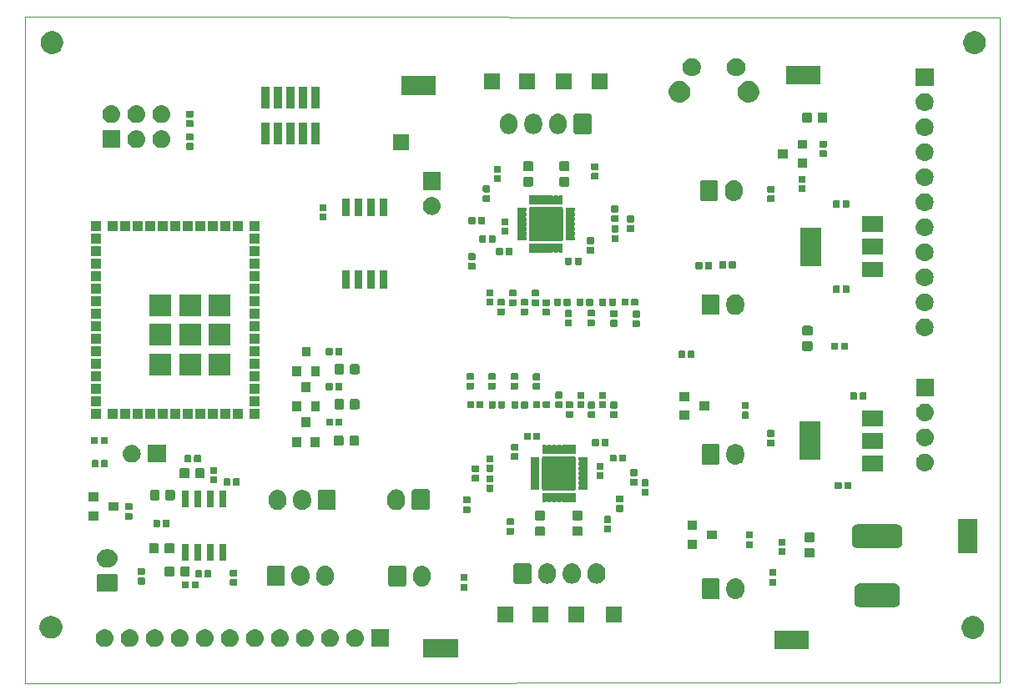
<source format=gbr>
G04 #@! TF.GenerationSoftware,KiCad,Pcbnew,(6.0.0-rc1-dev-1030-g80d50d98b)*
G04 #@! TF.CreationDate,2019-03-21T09:46:57-06:00*
G04 #@! TF.ProjectId,airmed_board_w3.0,6169726D65645F626F6172645F77332E,rev?*
G04 #@! TF.SameCoordinates,Original*
G04 #@! TF.FileFunction,Soldermask,Top*
G04 #@! TF.FilePolarity,Negative*
%FSLAX46Y46*%
G04 Gerber Fmt 4.6, Leading zero omitted, Abs format (unit mm)*
G04 Created by KiCad (PCBNEW (6.0.0-rc1-dev-1030-g80d50d98b)) date Thursday, March 21, 2019 at 09:46:57 AM*
%MOMM*%
%LPD*%
G01*
G04 APERTURE LIST*
%ADD10C,0.050000*%
%ADD11C,0.020000*%
G04 APERTURE END LIST*
D10*
X145542000Y-146344640D02*
X46598840Y-146410680D01*
X145542000Y-78851760D02*
X145542000Y-146344640D01*
X46664880Y-78765400D02*
X145542000Y-78851760D01*
X46598840Y-146410680D02*
X46664880Y-78765400D01*
D11*
G36*
X90559560Y-143846320D02*
X87057560Y-143846320D01*
X87057560Y-141944320D01*
X90559560Y-141944320D01*
X90559560Y-143846320D01*
X90559560Y-143846320D01*
G37*
G36*
X126160200Y-142962400D02*
X122658200Y-142962400D01*
X122658200Y-141060400D01*
X126160200Y-141060400D01*
X126160200Y-142962400D01*
X126160200Y-142962400D01*
G37*
G36*
X83547520Y-142734600D02*
X81745520Y-142734600D01*
X81745520Y-140932600D01*
X83547520Y-140932600D01*
X83547520Y-142734600D01*
X83547520Y-142734600D01*
G37*
G36*
X80216962Y-140939118D02*
X80283147Y-140945637D01*
X80396373Y-140979984D01*
X80452987Y-140997157D01*
X80591607Y-141071252D01*
X80609511Y-141080822D01*
X80629777Y-141097454D01*
X80746706Y-141193414D01*
X80819013Y-141281522D01*
X80859298Y-141330609D01*
X80859299Y-141330611D01*
X80942963Y-141487133D01*
X80942963Y-141487134D01*
X80994483Y-141656973D01*
X81011879Y-141833600D01*
X80994483Y-142010227D01*
X80960136Y-142123453D01*
X80942963Y-142180067D01*
X80868868Y-142318687D01*
X80859298Y-142336591D01*
X80829968Y-142372329D01*
X80746706Y-142473786D01*
X80645249Y-142557048D01*
X80609511Y-142586378D01*
X80609509Y-142586379D01*
X80452987Y-142670043D01*
X80396373Y-142687216D01*
X80283147Y-142721563D01*
X80216962Y-142728082D01*
X80150780Y-142734600D01*
X80062260Y-142734600D01*
X79996078Y-142728082D01*
X79929893Y-142721563D01*
X79816667Y-142687216D01*
X79760053Y-142670043D01*
X79603531Y-142586379D01*
X79603529Y-142586378D01*
X79567791Y-142557048D01*
X79466334Y-142473786D01*
X79383072Y-142372329D01*
X79353742Y-142336591D01*
X79344172Y-142318687D01*
X79270077Y-142180067D01*
X79252904Y-142123453D01*
X79218557Y-142010227D01*
X79201161Y-141833600D01*
X79218557Y-141656973D01*
X79270077Y-141487134D01*
X79270077Y-141487133D01*
X79353741Y-141330611D01*
X79353742Y-141330609D01*
X79394027Y-141281522D01*
X79466334Y-141193414D01*
X79583263Y-141097454D01*
X79603529Y-141080822D01*
X79621433Y-141071252D01*
X79760053Y-140997157D01*
X79816667Y-140979984D01*
X79929893Y-140945637D01*
X79996078Y-140939118D01*
X80062260Y-140932600D01*
X80150780Y-140932600D01*
X80216962Y-140939118D01*
X80216962Y-140939118D01*
G37*
G36*
X77676962Y-140939118D02*
X77743147Y-140945637D01*
X77856373Y-140979984D01*
X77912987Y-140997157D01*
X78051607Y-141071252D01*
X78069511Y-141080822D01*
X78089777Y-141097454D01*
X78206706Y-141193414D01*
X78279013Y-141281522D01*
X78319298Y-141330609D01*
X78319299Y-141330611D01*
X78402963Y-141487133D01*
X78402963Y-141487134D01*
X78454483Y-141656973D01*
X78471879Y-141833600D01*
X78454483Y-142010227D01*
X78420136Y-142123453D01*
X78402963Y-142180067D01*
X78328868Y-142318687D01*
X78319298Y-142336591D01*
X78289968Y-142372329D01*
X78206706Y-142473786D01*
X78105249Y-142557048D01*
X78069511Y-142586378D01*
X78069509Y-142586379D01*
X77912987Y-142670043D01*
X77856373Y-142687216D01*
X77743147Y-142721563D01*
X77676962Y-142728082D01*
X77610780Y-142734600D01*
X77522260Y-142734600D01*
X77456078Y-142728082D01*
X77389893Y-142721563D01*
X77276667Y-142687216D01*
X77220053Y-142670043D01*
X77063531Y-142586379D01*
X77063529Y-142586378D01*
X77027791Y-142557048D01*
X76926334Y-142473786D01*
X76843072Y-142372329D01*
X76813742Y-142336591D01*
X76804172Y-142318687D01*
X76730077Y-142180067D01*
X76712904Y-142123453D01*
X76678557Y-142010227D01*
X76661161Y-141833600D01*
X76678557Y-141656973D01*
X76730077Y-141487134D01*
X76730077Y-141487133D01*
X76813741Y-141330611D01*
X76813742Y-141330609D01*
X76854027Y-141281522D01*
X76926334Y-141193414D01*
X77043263Y-141097454D01*
X77063529Y-141080822D01*
X77081433Y-141071252D01*
X77220053Y-140997157D01*
X77276667Y-140979984D01*
X77389893Y-140945637D01*
X77456078Y-140939118D01*
X77522260Y-140932600D01*
X77610780Y-140932600D01*
X77676962Y-140939118D01*
X77676962Y-140939118D01*
G37*
G36*
X75136962Y-140939118D02*
X75203147Y-140945637D01*
X75316373Y-140979984D01*
X75372987Y-140997157D01*
X75511607Y-141071252D01*
X75529511Y-141080822D01*
X75549777Y-141097454D01*
X75666706Y-141193414D01*
X75739013Y-141281522D01*
X75779298Y-141330609D01*
X75779299Y-141330611D01*
X75862963Y-141487133D01*
X75862963Y-141487134D01*
X75914483Y-141656973D01*
X75931879Y-141833600D01*
X75914483Y-142010227D01*
X75880136Y-142123453D01*
X75862963Y-142180067D01*
X75788868Y-142318687D01*
X75779298Y-142336591D01*
X75749968Y-142372329D01*
X75666706Y-142473786D01*
X75565249Y-142557048D01*
X75529511Y-142586378D01*
X75529509Y-142586379D01*
X75372987Y-142670043D01*
X75316373Y-142687216D01*
X75203147Y-142721563D01*
X75136962Y-142728082D01*
X75070780Y-142734600D01*
X74982260Y-142734600D01*
X74916078Y-142728082D01*
X74849893Y-142721563D01*
X74736667Y-142687216D01*
X74680053Y-142670043D01*
X74523531Y-142586379D01*
X74523529Y-142586378D01*
X74487791Y-142557048D01*
X74386334Y-142473786D01*
X74303072Y-142372329D01*
X74273742Y-142336591D01*
X74264172Y-142318687D01*
X74190077Y-142180067D01*
X74172904Y-142123453D01*
X74138557Y-142010227D01*
X74121161Y-141833600D01*
X74138557Y-141656973D01*
X74190077Y-141487134D01*
X74190077Y-141487133D01*
X74273741Y-141330611D01*
X74273742Y-141330609D01*
X74314027Y-141281522D01*
X74386334Y-141193414D01*
X74503263Y-141097454D01*
X74523529Y-141080822D01*
X74541433Y-141071252D01*
X74680053Y-140997157D01*
X74736667Y-140979984D01*
X74849893Y-140945637D01*
X74916078Y-140939118D01*
X74982260Y-140932600D01*
X75070780Y-140932600D01*
X75136962Y-140939118D01*
X75136962Y-140939118D01*
G37*
G36*
X72596962Y-140939118D02*
X72663147Y-140945637D01*
X72776373Y-140979984D01*
X72832987Y-140997157D01*
X72971607Y-141071252D01*
X72989511Y-141080822D01*
X73009777Y-141097454D01*
X73126706Y-141193414D01*
X73199013Y-141281522D01*
X73239298Y-141330609D01*
X73239299Y-141330611D01*
X73322963Y-141487133D01*
X73322963Y-141487134D01*
X73374483Y-141656973D01*
X73391879Y-141833600D01*
X73374483Y-142010227D01*
X73340136Y-142123453D01*
X73322963Y-142180067D01*
X73248868Y-142318687D01*
X73239298Y-142336591D01*
X73209968Y-142372329D01*
X73126706Y-142473786D01*
X73025249Y-142557048D01*
X72989511Y-142586378D01*
X72989509Y-142586379D01*
X72832987Y-142670043D01*
X72776373Y-142687216D01*
X72663147Y-142721563D01*
X72596962Y-142728082D01*
X72530780Y-142734600D01*
X72442260Y-142734600D01*
X72376078Y-142728082D01*
X72309893Y-142721563D01*
X72196667Y-142687216D01*
X72140053Y-142670043D01*
X71983531Y-142586379D01*
X71983529Y-142586378D01*
X71947791Y-142557048D01*
X71846334Y-142473786D01*
X71763072Y-142372329D01*
X71733742Y-142336591D01*
X71724172Y-142318687D01*
X71650077Y-142180067D01*
X71632904Y-142123453D01*
X71598557Y-142010227D01*
X71581161Y-141833600D01*
X71598557Y-141656973D01*
X71650077Y-141487134D01*
X71650077Y-141487133D01*
X71733741Y-141330611D01*
X71733742Y-141330609D01*
X71774027Y-141281522D01*
X71846334Y-141193414D01*
X71963263Y-141097454D01*
X71983529Y-141080822D01*
X72001433Y-141071252D01*
X72140053Y-140997157D01*
X72196667Y-140979984D01*
X72309893Y-140945637D01*
X72376078Y-140939118D01*
X72442260Y-140932600D01*
X72530780Y-140932600D01*
X72596962Y-140939118D01*
X72596962Y-140939118D01*
G37*
G36*
X70056962Y-140939118D02*
X70123147Y-140945637D01*
X70236373Y-140979984D01*
X70292987Y-140997157D01*
X70431607Y-141071252D01*
X70449511Y-141080822D01*
X70469777Y-141097454D01*
X70586706Y-141193414D01*
X70659013Y-141281522D01*
X70699298Y-141330609D01*
X70699299Y-141330611D01*
X70782963Y-141487133D01*
X70782963Y-141487134D01*
X70834483Y-141656973D01*
X70851879Y-141833600D01*
X70834483Y-142010227D01*
X70800136Y-142123453D01*
X70782963Y-142180067D01*
X70708868Y-142318687D01*
X70699298Y-142336591D01*
X70669968Y-142372329D01*
X70586706Y-142473786D01*
X70485249Y-142557048D01*
X70449511Y-142586378D01*
X70449509Y-142586379D01*
X70292987Y-142670043D01*
X70236373Y-142687216D01*
X70123147Y-142721563D01*
X70056962Y-142728082D01*
X69990780Y-142734600D01*
X69902260Y-142734600D01*
X69836078Y-142728082D01*
X69769893Y-142721563D01*
X69656667Y-142687216D01*
X69600053Y-142670043D01*
X69443531Y-142586379D01*
X69443529Y-142586378D01*
X69407791Y-142557048D01*
X69306334Y-142473786D01*
X69223072Y-142372329D01*
X69193742Y-142336591D01*
X69184172Y-142318687D01*
X69110077Y-142180067D01*
X69092904Y-142123453D01*
X69058557Y-142010227D01*
X69041161Y-141833600D01*
X69058557Y-141656973D01*
X69110077Y-141487134D01*
X69110077Y-141487133D01*
X69193741Y-141330611D01*
X69193742Y-141330609D01*
X69234027Y-141281522D01*
X69306334Y-141193414D01*
X69423263Y-141097454D01*
X69443529Y-141080822D01*
X69461433Y-141071252D01*
X69600053Y-140997157D01*
X69656667Y-140979984D01*
X69769893Y-140945637D01*
X69836078Y-140939118D01*
X69902260Y-140932600D01*
X69990780Y-140932600D01*
X70056962Y-140939118D01*
X70056962Y-140939118D01*
G37*
G36*
X67516962Y-140939118D02*
X67583147Y-140945637D01*
X67696373Y-140979984D01*
X67752987Y-140997157D01*
X67891607Y-141071252D01*
X67909511Y-141080822D01*
X67929777Y-141097454D01*
X68046706Y-141193414D01*
X68119013Y-141281522D01*
X68159298Y-141330609D01*
X68159299Y-141330611D01*
X68242963Y-141487133D01*
X68242963Y-141487134D01*
X68294483Y-141656973D01*
X68311879Y-141833600D01*
X68294483Y-142010227D01*
X68260136Y-142123453D01*
X68242963Y-142180067D01*
X68168868Y-142318687D01*
X68159298Y-142336591D01*
X68129968Y-142372329D01*
X68046706Y-142473786D01*
X67945249Y-142557048D01*
X67909511Y-142586378D01*
X67909509Y-142586379D01*
X67752987Y-142670043D01*
X67696373Y-142687216D01*
X67583147Y-142721563D01*
X67516962Y-142728082D01*
X67450780Y-142734600D01*
X67362260Y-142734600D01*
X67296078Y-142728082D01*
X67229893Y-142721563D01*
X67116667Y-142687216D01*
X67060053Y-142670043D01*
X66903531Y-142586379D01*
X66903529Y-142586378D01*
X66867791Y-142557048D01*
X66766334Y-142473786D01*
X66683072Y-142372329D01*
X66653742Y-142336591D01*
X66644172Y-142318687D01*
X66570077Y-142180067D01*
X66552904Y-142123453D01*
X66518557Y-142010227D01*
X66501161Y-141833600D01*
X66518557Y-141656973D01*
X66570077Y-141487134D01*
X66570077Y-141487133D01*
X66653741Y-141330611D01*
X66653742Y-141330609D01*
X66694027Y-141281522D01*
X66766334Y-141193414D01*
X66883263Y-141097454D01*
X66903529Y-141080822D01*
X66921433Y-141071252D01*
X67060053Y-140997157D01*
X67116667Y-140979984D01*
X67229893Y-140945637D01*
X67296078Y-140939118D01*
X67362260Y-140932600D01*
X67450780Y-140932600D01*
X67516962Y-140939118D01*
X67516962Y-140939118D01*
G37*
G36*
X64976962Y-140939118D02*
X65043147Y-140945637D01*
X65156373Y-140979984D01*
X65212987Y-140997157D01*
X65351607Y-141071252D01*
X65369511Y-141080822D01*
X65389777Y-141097454D01*
X65506706Y-141193414D01*
X65579013Y-141281522D01*
X65619298Y-141330609D01*
X65619299Y-141330611D01*
X65702963Y-141487133D01*
X65702963Y-141487134D01*
X65754483Y-141656973D01*
X65771879Y-141833600D01*
X65754483Y-142010227D01*
X65720136Y-142123453D01*
X65702963Y-142180067D01*
X65628868Y-142318687D01*
X65619298Y-142336591D01*
X65589968Y-142372329D01*
X65506706Y-142473786D01*
X65405249Y-142557048D01*
X65369511Y-142586378D01*
X65369509Y-142586379D01*
X65212987Y-142670043D01*
X65156373Y-142687216D01*
X65043147Y-142721563D01*
X64976962Y-142728082D01*
X64910780Y-142734600D01*
X64822260Y-142734600D01*
X64756078Y-142728082D01*
X64689893Y-142721563D01*
X64576667Y-142687216D01*
X64520053Y-142670043D01*
X64363531Y-142586379D01*
X64363529Y-142586378D01*
X64327791Y-142557048D01*
X64226334Y-142473786D01*
X64143072Y-142372329D01*
X64113742Y-142336591D01*
X64104172Y-142318687D01*
X64030077Y-142180067D01*
X64012904Y-142123453D01*
X63978557Y-142010227D01*
X63961161Y-141833600D01*
X63978557Y-141656973D01*
X64030077Y-141487134D01*
X64030077Y-141487133D01*
X64113741Y-141330611D01*
X64113742Y-141330609D01*
X64154027Y-141281522D01*
X64226334Y-141193414D01*
X64343263Y-141097454D01*
X64363529Y-141080822D01*
X64381433Y-141071252D01*
X64520053Y-140997157D01*
X64576667Y-140979984D01*
X64689893Y-140945637D01*
X64756078Y-140939118D01*
X64822260Y-140932600D01*
X64910780Y-140932600D01*
X64976962Y-140939118D01*
X64976962Y-140939118D01*
G37*
G36*
X62436962Y-140939118D02*
X62503147Y-140945637D01*
X62616373Y-140979984D01*
X62672987Y-140997157D01*
X62811607Y-141071252D01*
X62829511Y-141080822D01*
X62849777Y-141097454D01*
X62966706Y-141193414D01*
X63039013Y-141281522D01*
X63079298Y-141330609D01*
X63079299Y-141330611D01*
X63162963Y-141487133D01*
X63162963Y-141487134D01*
X63214483Y-141656973D01*
X63231879Y-141833600D01*
X63214483Y-142010227D01*
X63180136Y-142123453D01*
X63162963Y-142180067D01*
X63088868Y-142318687D01*
X63079298Y-142336591D01*
X63049968Y-142372329D01*
X62966706Y-142473786D01*
X62865249Y-142557048D01*
X62829511Y-142586378D01*
X62829509Y-142586379D01*
X62672987Y-142670043D01*
X62616373Y-142687216D01*
X62503147Y-142721563D01*
X62436962Y-142728082D01*
X62370780Y-142734600D01*
X62282260Y-142734600D01*
X62216078Y-142728082D01*
X62149893Y-142721563D01*
X62036667Y-142687216D01*
X61980053Y-142670043D01*
X61823531Y-142586379D01*
X61823529Y-142586378D01*
X61787791Y-142557048D01*
X61686334Y-142473786D01*
X61603072Y-142372329D01*
X61573742Y-142336591D01*
X61564172Y-142318687D01*
X61490077Y-142180067D01*
X61472904Y-142123453D01*
X61438557Y-142010227D01*
X61421161Y-141833600D01*
X61438557Y-141656973D01*
X61490077Y-141487134D01*
X61490077Y-141487133D01*
X61573741Y-141330611D01*
X61573742Y-141330609D01*
X61614027Y-141281522D01*
X61686334Y-141193414D01*
X61803263Y-141097454D01*
X61823529Y-141080822D01*
X61841433Y-141071252D01*
X61980053Y-140997157D01*
X62036667Y-140979984D01*
X62149893Y-140945637D01*
X62216078Y-140939118D01*
X62282260Y-140932600D01*
X62370780Y-140932600D01*
X62436962Y-140939118D01*
X62436962Y-140939118D01*
G37*
G36*
X59896962Y-140939118D02*
X59963147Y-140945637D01*
X60076373Y-140979984D01*
X60132987Y-140997157D01*
X60271607Y-141071252D01*
X60289511Y-141080822D01*
X60309777Y-141097454D01*
X60426706Y-141193414D01*
X60499013Y-141281522D01*
X60539298Y-141330609D01*
X60539299Y-141330611D01*
X60622963Y-141487133D01*
X60622963Y-141487134D01*
X60674483Y-141656973D01*
X60691879Y-141833600D01*
X60674483Y-142010227D01*
X60640136Y-142123453D01*
X60622963Y-142180067D01*
X60548868Y-142318687D01*
X60539298Y-142336591D01*
X60509968Y-142372329D01*
X60426706Y-142473786D01*
X60325249Y-142557048D01*
X60289511Y-142586378D01*
X60289509Y-142586379D01*
X60132987Y-142670043D01*
X60076373Y-142687216D01*
X59963147Y-142721563D01*
X59896962Y-142728082D01*
X59830780Y-142734600D01*
X59742260Y-142734600D01*
X59676078Y-142728082D01*
X59609893Y-142721563D01*
X59496667Y-142687216D01*
X59440053Y-142670043D01*
X59283531Y-142586379D01*
X59283529Y-142586378D01*
X59247791Y-142557048D01*
X59146334Y-142473786D01*
X59063072Y-142372329D01*
X59033742Y-142336591D01*
X59024172Y-142318687D01*
X58950077Y-142180067D01*
X58932904Y-142123453D01*
X58898557Y-142010227D01*
X58881161Y-141833600D01*
X58898557Y-141656973D01*
X58950077Y-141487134D01*
X58950077Y-141487133D01*
X59033741Y-141330611D01*
X59033742Y-141330609D01*
X59074027Y-141281522D01*
X59146334Y-141193414D01*
X59263263Y-141097454D01*
X59283529Y-141080822D01*
X59301433Y-141071252D01*
X59440053Y-140997157D01*
X59496667Y-140979984D01*
X59609893Y-140945637D01*
X59676078Y-140939118D01*
X59742260Y-140932600D01*
X59830780Y-140932600D01*
X59896962Y-140939118D01*
X59896962Y-140939118D01*
G37*
G36*
X57356962Y-140939118D02*
X57423147Y-140945637D01*
X57536373Y-140979984D01*
X57592987Y-140997157D01*
X57731607Y-141071252D01*
X57749511Y-141080822D01*
X57769777Y-141097454D01*
X57886706Y-141193414D01*
X57959013Y-141281522D01*
X57999298Y-141330609D01*
X57999299Y-141330611D01*
X58082963Y-141487133D01*
X58082963Y-141487134D01*
X58134483Y-141656973D01*
X58151879Y-141833600D01*
X58134483Y-142010227D01*
X58100136Y-142123453D01*
X58082963Y-142180067D01*
X58008868Y-142318687D01*
X57999298Y-142336591D01*
X57969968Y-142372329D01*
X57886706Y-142473786D01*
X57785249Y-142557048D01*
X57749511Y-142586378D01*
X57749509Y-142586379D01*
X57592987Y-142670043D01*
X57536373Y-142687216D01*
X57423147Y-142721563D01*
X57356962Y-142728082D01*
X57290780Y-142734600D01*
X57202260Y-142734600D01*
X57136078Y-142728082D01*
X57069893Y-142721563D01*
X56956667Y-142687216D01*
X56900053Y-142670043D01*
X56743531Y-142586379D01*
X56743529Y-142586378D01*
X56707791Y-142557048D01*
X56606334Y-142473786D01*
X56523072Y-142372329D01*
X56493742Y-142336591D01*
X56484172Y-142318687D01*
X56410077Y-142180067D01*
X56392904Y-142123453D01*
X56358557Y-142010227D01*
X56341161Y-141833600D01*
X56358557Y-141656973D01*
X56410077Y-141487134D01*
X56410077Y-141487133D01*
X56493741Y-141330611D01*
X56493742Y-141330609D01*
X56534027Y-141281522D01*
X56606334Y-141193414D01*
X56723263Y-141097454D01*
X56743529Y-141080822D01*
X56761433Y-141071252D01*
X56900053Y-140997157D01*
X56956667Y-140979984D01*
X57069893Y-140945637D01*
X57136078Y-140939118D01*
X57202260Y-140932600D01*
X57290780Y-140932600D01*
X57356962Y-140939118D01*
X57356962Y-140939118D01*
G37*
G36*
X54816962Y-140939118D02*
X54883147Y-140945637D01*
X54996373Y-140979984D01*
X55052987Y-140997157D01*
X55191607Y-141071252D01*
X55209511Y-141080822D01*
X55229777Y-141097454D01*
X55346706Y-141193414D01*
X55419013Y-141281522D01*
X55459298Y-141330609D01*
X55459299Y-141330611D01*
X55542963Y-141487133D01*
X55542963Y-141487134D01*
X55594483Y-141656973D01*
X55611879Y-141833600D01*
X55594483Y-142010227D01*
X55560136Y-142123453D01*
X55542963Y-142180067D01*
X55468868Y-142318687D01*
X55459298Y-142336591D01*
X55429968Y-142372329D01*
X55346706Y-142473786D01*
X55245249Y-142557048D01*
X55209511Y-142586378D01*
X55209509Y-142586379D01*
X55052987Y-142670043D01*
X54996373Y-142687216D01*
X54883147Y-142721563D01*
X54816962Y-142728082D01*
X54750780Y-142734600D01*
X54662260Y-142734600D01*
X54596078Y-142728082D01*
X54529893Y-142721563D01*
X54416667Y-142687216D01*
X54360053Y-142670043D01*
X54203531Y-142586379D01*
X54203529Y-142586378D01*
X54167791Y-142557048D01*
X54066334Y-142473786D01*
X53983072Y-142372329D01*
X53953742Y-142336591D01*
X53944172Y-142318687D01*
X53870077Y-142180067D01*
X53852904Y-142123453D01*
X53818557Y-142010227D01*
X53801161Y-141833600D01*
X53818557Y-141656973D01*
X53870077Y-141487134D01*
X53870077Y-141487133D01*
X53953741Y-141330611D01*
X53953742Y-141330609D01*
X53994027Y-141281522D01*
X54066334Y-141193414D01*
X54183263Y-141097454D01*
X54203529Y-141080822D01*
X54221433Y-141071252D01*
X54360053Y-140997157D01*
X54416667Y-140979984D01*
X54529893Y-140945637D01*
X54596078Y-140939118D01*
X54662260Y-140932600D01*
X54750780Y-140932600D01*
X54816962Y-140939118D01*
X54816962Y-140939118D01*
G37*
G36*
X143134534Y-139654952D02*
X143344002Y-139741716D01*
X143532523Y-139867682D01*
X143692838Y-140027997D01*
X143818804Y-140216518D01*
X143905568Y-140425986D01*
X143949800Y-140648355D01*
X143949800Y-140875085D01*
X143905568Y-141097454D01*
X143818804Y-141306922D01*
X143692838Y-141495443D01*
X143532523Y-141655758D01*
X143344002Y-141781724D01*
X143134534Y-141868488D01*
X142912165Y-141912720D01*
X142685435Y-141912720D01*
X142463066Y-141868488D01*
X142253598Y-141781724D01*
X142065077Y-141655758D01*
X141904762Y-141495443D01*
X141778796Y-141306922D01*
X141692032Y-141097454D01*
X141647800Y-140875085D01*
X141647800Y-140648355D01*
X141692032Y-140425986D01*
X141778796Y-140216518D01*
X141904762Y-140027997D01*
X142065077Y-139867682D01*
X142253598Y-139741716D01*
X142463066Y-139654952D01*
X142685435Y-139610720D01*
X142912165Y-139610720D01*
X143134534Y-139654952D01*
X143134534Y-139654952D01*
G37*
G36*
X49596494Y-139629552D02*
X49805962Y-139716316D01*
X49994483Y-139842282D01*
X50154798Y-140002597D01*
X50280764Y-140191118D01*
X50367528Y-140400586D01*
X50411760Y-140622955D01*
X50411760Y-140849685D01*
X50367528Y-141072054D01*
X50280764Y-141281522D01*
X50154798Y-141470043D01*
X49994483Y-141630358D01*
X49805962Y-141756324D01*
X49596494Y-141843088D01*
X49374125Y-141887320D01*
X49147395Y-141887320D01*
X48925026Y-141843088D01*
X48715558Y-141756324D01*
X48527037Y-141630358D01*
X48366722Y-141470043D01*
X48240756Y-141281522D01*
X48153992Y-141072054D01*
X48109760Y-140849685D01*
X48109760Y-140622955D01*
X48153992Y-140400586D01*
X48240756Y-140191118D01*
X48366722Y-140002597D01*
X48527037Y-139842282D01*
X48715558Y-139716316D01*
X48925026Y-139629552D01*
X49147395Y-139585320D01*
X49374125Y-139585320D01*
X49596494Y-139629552D01*
X49596494Y-139629552D01*
G37*
G36*
X96178000Y-140285100D02*
X94576000Y-140285100D01*
X94576000Y-138683100D01*
X96178000Y-138683100D01*
X96178000Y-140285100D01*
X96178000Y-140285100D01*
G37*
G36*
X99759400Y-140259700D02*
X98157400Y-140259700D01*
X98157400Y-138657700D01*
X99759400Y-138657700D01*
X99759400Y-140259700D01*
X99759400Y-140259700D01*
G37*
G36*
X103391600Y-140259700D02*
X101789600Y-140259700D01*
X101789600Y-138657700D01*
X103391600Y-138657700D01*
X103391600Y-140259700D01*
X103391600Y-140259700D01*
G37*
G36*
X107150800Y-140259700D02*
X105548800Y-140259700D01*
X105548800Y-138657700D01*
X107150800Y-138657700D01*
X107150800Y-140259700D01*
X107150800Y-140259700D01*
G37*
G36*
X134943522Y-136306490D02*
X135044330Y-136337071D01*
X135137239Y-136386732D01*
X135218676Y-136453564D01*
X135285508Y-136535001D01*
X135335169Y-136627910D01*
X135365750Y-136728718D01*
X135376680Y-136839700D01*
X135376680Y-138153420D01*
X135365750Y-138264402D01*
X135335169Y-138365210D01*
X135285508Y-138458119D01*
X135218676Y-138539556D01*
X135137239Y-138606388D01*
X135044330Y-138656049D01*
X134943522Y-138686630D01*
X134832540Y-138697560D01*
X131318820Y-138697560D01*
X131207838Y-138686630D01*
X131107030Y-138656049D01*
X131014121Y-138606388D01*
X130932684Y-138539556D01*
X130865852Y-138458119D01*
X130816191Y-138365210D01*
X130785610Y-138264402D01*
X130774680Y-138153420D01*
X130774680Y-136839700D01*
X130785610Y-136728718D01*
X130816191Y-136627910D01*
X130865852Y-136535001D01*
X130932684Y-136453564D01*
X131014121Y-136386732D01*
X131107030Y-136337071D01*
X131207838Y-136306490D01*
X131318820Y-136295560D01*
X134832540Y-136295560D01*
X134943522Y-136306490D01*
X134943522Y-136306490D01*
G37*
G36*
X118874006Y-135791837D02*
X118986350Y-135825916D01*
X119043846Y-135843357D01*
X119200369Y-135927021D01*
X119337566Y-136039614D01*
X119392831Y-136106956D01*
X119450158Y-136176809D01*
X119450159Y-136176811D01*
X119533823Y-136333333D01*
X119544340Y-136368004D01*
X119585343Y-136503173D01*
X119590286Y-136553360D01*
X119594872Y-136599919D01*
X119598380Y-136635542D01*
X119598380Y-137024057D01*
X119585343Y-137156426D01*
X119533823Y-137326266D01*
X119450158Y-137482791D01*
X119450157Y-137482792D01*
X119337566Y-137619986D01*
X119242631Y-137697896D01*
X119200371Y-137732578D01*
X119200369Y-137732579D01*
X119043847Y-137816243D01*
X119003114Y-137828599D01*
X118874007Y-137867763D01*
X118697380Y-137885159D01*
X118520754Y-137867763D01*
X118391647Y-137828599D01*
X118350914Y-137816243D01*
X118194392Y-137732579D01*
X118194390Y-137732578D01*
X118057196Y-137619986D01*
X118057192Y-137619983D01*
X117944602Y-137482792D01*
X117860937Y-137326267D01*
X117843764Y-137269653D01*
X117809417Y-137156427D01*
X117797679Y-137037249D01*
X117796380Y-137024060D01*
X117796380Y-136635541D01*
X117807804Y-136519556D01*
X117809417Y-136503174D01*
X117846672Y-136380360D01*
X117860937Y-136333334D01*
X117944601Y-136176811D01*
X118057194Y-136039614D01*
X118165876Y-135950422D01*
X118194389Y-135927022D01*
X118222435Y-135912031D01*
X118350913Y-135843357D01*
X118408409Y-135825916D01*
X118520753Y-135791837D01*
X118697380Y-135774441D01*
X118874006Y-135791837D01*
X118874006Y-135791837D01*
G37*
G36*
X116955980Y-135782789D02*
X116989029Y-135792814D01*
X117019486Y-135809094D01*
X117046179Y-135831001D01*
X117068086Y-135857694D01*
X117084366Y-135888151D01*
X117094391Y-135921200D01*
X117098380Y-135961704D01*
X117098380Y-137697896D01*
X117094391Y-137738400D01*
X117084366Y-137771449D01*
X117068086Y-137801906D01*
X117046179Y-137828599D01*
X117019486Y-137850506D01*
X116989029Y-137866786D01*
X116955980Y-137876811D01*
X116915476Y-137880800D01*
X115479284Y-137880800D01*
X115438780Y-137876811D01*
X115405731Y-137866786D01*
X115375274Y-137850506D01*
X115348581Y-137828599D01*
X115326674Y-137801906D01*
X115310394Y-137771449D01*
X115300369Y-137738400D01*
X115296380Y-137697896D01*
X115296380Y-135961704D01*
X115300369Y-135921200D01*
X115310394Y-135888151D01*
X115326674Y-135857694D01*
X115348581Y-135831001D01*
X115375274Y-135809094D01*
X115405731Y-135792814D01*
X115438780Y-135782789D01*
X115479284Y-135778800D01*
X116915476Y-135778800D01*
X116955980Y-135782789D01*
X116955980Y-135782789D01*
G37*
G36*
X55874200Y-135348589D02*
X55907249Y-135358614D01*
X55937706Y-135374894D01*
X55964399Y-135396801D01*
X55986306Y-135423494D01*
X56002586Y-135453951D01*
X56012611Y-135487000D01*
X56016600Y-135527504D01*
X56016600Y-136963696D01*
X56012611Y-137004200D01*
X56002586Y-137037249D01*
X55986306Y-137067706D01*
X55964399Y-137094399D01*
X55937706Y-137116306D01*
X55907249Y-137132586D01*
X55874200Y-137142611D01*
X55833696Y-137146600D01*
X54097504Y-137146600D01*
X54057000Y-137142611D01*
X54023951Y-137132586D01*
X53993494Y-137116306D01*
X53966801Y-137094399D01*
X53944894Y-137067706D01*
X53928614Y-137037249D01*
X53918589Y-137004200D01*
X53914600Y-136963696D01*
X53914600Y-135527504D01*
X53918589Y-135487000D01*
X53928614Y-135453951D01*
X53944894Y-135423494D01*
X53966801Y-135396801D01*
X53993494Y-135374894D01*
X54023951Y-135358614D01*
X54057000Y-135348589D01*
X54097504Y-135344600D01*
X55833696Y-135344600D01*
X55874200Y-135348589D01*
X55874200Y-135348589D01*
G37*
G36*
X91452698Y-136321276D02*
X91473316Y-136327530D01*
X91492316Y-136337686D01*
X91508968Y-136351352D01*
X91522634Y-136368004D01*
X91532790Y-136387004D01*
X91539044Y-136407622D01*
X91541760Y-136435200D01*
X91541760Y-136893920D01*
X91539044Y-136921498D01*
X91532790Y-136942116D01*
X91522634Y-136961116D01*
X91508968Y-136977768D01*
X91492316Y-136991434D01*
X91473316Y-137001590D01*
X91452698Y-137007844D01*
X91425120Y-137010560D01*
X90916400Y-137010560D01*
X90888822Y-137007844D01*
X90868204Y-137001590D01*
X90849204Y-136991434D01*
X90832552Y-136977768D01*
X90818886Y-136961116D01*
X90808730Y-136942116D01*
X90802476Y-136921498D01*
X90799760Y-136893920D01*
X90799760Y-136435200D01*
X90802476Y-136407622D01*
X90808730Y-136387004D01*
X90818886Y-136368004D01*
X90832552Y-136351352D01*
X90849204Y-136337686D01*
X90868204Y-136327530D01*
X90888822Y-136321276D01*
X90916400Y-136318560D01*
X91425120Y-136318560D01*
X91452698Y-136321276D01*
X91452698Y-136321276D01*
G37*
G36*
X63183038Y-136080516D02*
X63203656Y-136086770D01*
X63222656Y-136096926D01*
X63239308Y-136110592D01*
X63252974Y-136127244D01*
X63263130Y-136146244D01*
X63269384Y-136166862D01*
X63272100Y-136194440D01*
X63272100Y-136703160D01*
X63269384Y-136730738D01*
X63263130Y-136751356D01*
X63252974Y-136770356D01*
X63239308Y-136787008D01*
X63222656Y-136800674D01*
X63203656Y-136810830D01*
X63183038Y-136817084D01*
X63155460Y-136819800D01*
X62696740Y-136819800D01*
X62669162Y-136817084D01*
X62648544Y-136810830D01*
X62629544Y-136800674D01*
X62612892Y-136787008D01*
X62599226Y-136770356D01*
X62589070Y-136751356D01*
X62582816Y-136730738D01*
X62580100Y-136703160D01*
X62580100Y-136194440D01*
X62582816Y-136166862D01*
X62589070Y-136146244D01*
X62599226Y-136127244D01*
X62612892Y-136110592D01*
X62629544Y-136096926D01*
X62648544Y-136086770D01*
X62669162Y-136080516D01*
X62696740Y-136077800D01*
X63155460Y-136077800D01*
X63183038Y-136080516D01*
X63183038Y-136080516D01*
G37*
G36*
X64153038Y-136080516D02*
X64173656Y-136086770D01*
X64192656Y-136096926D01*
X64209308Y-136110592D01*
X64222974Y-136127244D01*
X64233130Y-136146244D01*
X64239384Y-136166862D01*
X64242100Y-136194440D01*
X64242100Y-136703160D01*
X64239384Y-136730738D01*
X64233130Y-136751356D01*
X64222974Y-136770356D01*
X64209308Y-136787008D01*
X64192656Y-136800674D01*
X64173656Y-136810830D01*
X64153038Y-136817084D01*
X64125460Y-136819800D01*
X63666740Y-136819800D01*
X63639162Y-136817084D01*
X63618544Y-136810830D01*
X63599544Y-136800674D01*
X63582892Y-136787008D01*
X63569226Y-136770356D01*
X63559070Y-136751356D01*
X63552816Y-136730738D01*
X63550100Y-136703160D01*
X63550100Y-136194440D01*
X63552816Y-136166862D01*
X63559070Y-136146244D01*
X63569226Y-136127244D01*
X63582892Y-136110592D01*
X63599544Y-136096926D01*
X63618544Y-136086770D01*
X63639162Y-136080516D01*
X63666740Y-136077800D01*
X64125460Y-136077800D01*
X64153038Y-136080516D01*
X64153038Y-136080516D01*
G37*
G36*
X87075746Y-134506597D02*
X87186787Y-134540281D01*
X87245586Y-134558117D01*
X87402109Y-134641781D01*
X87539306Y-134754374D01*
X87608084Y-134838182D01*
X87651898Y-134891569D01*
X87651899Y-134891571D01*
X87735563Y-135048093D01*
X87740497Y-135064360D01*
X87787083Y-135217933D01*
X87787083Y-135217935D01*
X87800120Y-135350300D01*
X87800120Y-135738819D01*
X87798830Y-135751912D01*
X87787083Y-135871186D01*
X87735563Y-136041026D01*
X87651898Y-136197551D01*
X87641887Y-136209749D01*
X87539306Y-136334746D01*
X87444371Y-136412656D01*
X87402111Y-136447338D01*
X87402109Y-136447339D01*
X87245587Y-136531003D01*
X87188973Y-136548176D01*
X87075747Y-136582523D01*
X86899120Y-136599919D01*
X86722494Y-136582523D01*
X86609268Y-136548176D01*
X86552654Y-136531003D01*
X86396132Y-136447339D01*
X86396130Y-136447338D01*
X86299461Y-136368004D01*
X86258932Y-136334743D01*
X86146342Y-136197552D01*
X86062677Y-136041027D01*
X86035193Y-135950422D01*
X86011157Y-135871187D01*
X86002058Y-135778800D01*
X85998120Y-135738820D01*
X85998120Y-135350301D01*
X86011157Y-135217936D01*
X86011157Y-135217934D01*
X86062677Y-135048095D01*
X86062677Y-135048094D01*
X86146341Y-134891571D01*
X86258934Y-134754374D01*
X86374233Y-134659752D01*
X86396129Y-134641782D01*
X86431756Y-134622739D01*
X86552653Y-134558117D01*
X86611452Y-134540281D01*
X86722493Y-134506597D01*
X86899120Y-134489201D01*
X87075746Y-134506597D01*
X87075746Y-134506597D01*
G37*
G36*
X85157720Y-134497549D02*
X85190769Y-134507574D01*
X85221226Y-134523854D01*
X85247919Y-134545761D01*
X85269826Y-134572454D01*
X85286106Y-134602911D01*
X85296131Y-134635960D01*
X85300120Y-134676464D01*
X85300120Y-136412656D01*
X85296131Y-136453160D01*
X85286106Y-136486209D01*
X85269826Y-136516666D01*
X85247919Y-136543359D01*
X85221226Y-136565266D01*
X85190769Y-136581546D01*
X85157720Y-136591571D01*
X85117216Y-136595560D01*
X83681024Y-136595560D01*
X83640520Y-136591571D01*
X83607471Y-136581546D01*
X83577014Y-136565266D01*
X83550321Y-136543359D01*
X83528414Y-136516666D01*
X83512134Y-136486209D01*
X83502109Y-136453160D01*
X83498120Y-136412656D01*
X83498120Y-134676464D01*
X83502109Y-134635960D01*
X83512134Y-134602911D01*
X83528414Y-134572454D01*
X83550321Y-134545761D01*
X83577014Y-134523854D01*
X83607471Y-134507574D01*
X83640520Y-134497549D01*
X83681024Y-134493560D01*
X85117216Y-134493560D01*
X85157720Y-134497549D01*
X85157720Y-134497549D01*
G37*
G36*
X68069458Y-135864076D02*
X68090076Y-135870330D01*
X68109076Y-135880486D01*
X68125728Y-135894152D01*
X68139394Y-135910804D01*
X68149550Y-135929804D01*
X68155804Y-135950422D01*
X68158520Y-135978000D01*
X68158520Y-136436720D01*
X68155804Y-136464298D01*
X68149550Y-136484916D01*
X68139394Y-136503916D01*
X68125728Y-136520568D01*
X68109076Y-136534234D01*
X68090076Y-136544390D01*
X68069458Y-136550644D01*
X68041880Y-136553360D01*
X67533160Y-136553360D01*
X67505582Y-136550644D01*
X67484964Y-136544390D01*
X67465964Y-136534234D01*
X67449312Y-136520568D01*
X67435646Y-136503916D01*
X67425490Y-136484916D01*
X67419236Y-136464298D01*
X67416520Y-136436720D01*
X67416520Y-135978000D01*
X67419236Y-135950422D01*
X67425490Y-135929804D01*
X67435646Y-135910804D01*
X67449312Y-135894152D01*
X67465964Y-135880486D01*
X67484964Y-135870330D01*
X67505582Y-135864076D01*
X67533160Y-135861360D01*
X68041880Y-135861360D01*
X68069458Y-135864076D01*
X68069458Y-135864076D01*
G37*
G36*
X74751666Y-134501117D02*
X74864892Y-134535464D01*
X74921506Y-134552637D01*
X75078029Y-134636301D01*
X75215226Y-134748894D01*
X75298488Y-134850351D01*
X75327818Y-134886089D01*
X75327819Y-134886091D01*
X75411483Y-135042613D01*
X75413146Y-135048095D01*
X75463003Y-135212453D01*
X75463003Y-135212455D01*
X75476040Y-135344820D01*
X75476040Y-135683339D01*
X75469644Y-135748276D01*
X75463003Y-135815706D01*
X75411483Y-135985546D01*
X75327818Y-136142071D01*
X75299309Y-136176809D01*
X75215226Y-136279266D01*
X75120291Y-136357176D01*
X75078031Y-136391858D01*
X75071318Y-136395446D01*
X74921507Y-136475523D01*
X74886279Y-136486209D01*
X74751667Y-136527043D01*
X74575040Y-136544439D01*
X74398414Y-136527043D01*
X74263802Y-136486209D01*
X74228574Y-136475523D01*
X74078763Y-136395446D01*
X74072050Y-136391858D01*
X73977189Y-136314008D01*
X73934852Y-136279263D01*
X73822262Y-136142072D01*
X73738597Y-135985547D01*
X73707051Y-135881551D01*
X73687077Y-135815707D01*
X73678448Y-135728090D01*
X73674040Y-135683340D01*
X73674040Y-135344821D01*
X73686537Y-135217934D01*
X73687077Y-135212454D01*
X73732001Y-135064360D01*
X73738597Y-135042614D01*
X73822261Y-134886091D01*
X73934854Y-134748894D01*
X74046647Y-134657149D01*
X74072049Y-134636302D01*
X74118760Y-134611334D01*
X74228573Y-134552637D01*
X74285187Y-134535464D01*
X74398413Y-134501117D01*
X74575040Y-134483721D01*
X74751666Y-134501117D01*
X74751666Y-134501117D01*
G37*
G36*
X77251666Y-134501117D02*
X77364892Y-134535464D01*
X77421506Y-134552637D01*
X77578029Y-134636301D01*
X77715226Y-134748894D01*
X77798488Y-134850351D01*
X77827818Y-134886089D01*
X77827819Y-134886091D01*
X77911483Y-135042613D01*
X77913146Y-135048095D01*
X77963003Y-135212453D01*
X77963003Y-135212455D01*
X77976040Y-135344820D01*
X77976040Y-135683339D01*
X77969644Y-135748276D01*
X77963003Y-135815706D01*
X77911483Y-135985546D01*
X77827818Y-136142071D01*
X77799309Y-136176809D01*
X77715226Y-136279266D01*
X77620291Y-136357176D01*
X77578031Y-136391858D01*
X77571318Y-136395446D01*
X77421507Y-136475523D01*
X77386279Y-136486209D01*
X77251667Y-136527043D01*
X77075040Y-136544439D01*
X76898414Y-136527043D01*
X76763802Y-136486209D01*
X76728574Y-136475523D01*
X76578763Y-136395446D01*
X76572050Y-136391858D01*
X76477189Y-136314008D01*
X76434852Y-136279263D01*
X76322262Y-136142072D01*
X76238597Y-135985547D01*
X76207051Y-135881551D01*
X76187077Y-135815707D01*
X76178448Y-135728090D01*
X76174040Y-135683340D01*
X76174040Y-135344821D01*
X76186537Y-135217934D01*
X76187077Y-135212454D01*
X76232001Y-135064360D01*
X76238597Y-135042614D01*
X76322261Y-134886091D01*
X76434854Y-134748894D01*
X76546647Y-134657149D01*
X76572049Y-134636302D01*
X76618760Y-134611334D01*
X76728573Y-134552637D01*
X76785187Y-134535464D01*
X76898413Y-134501117D01*
X77075040Y-134483721D01*
X77251666Y-134501117D01*
X77251666Y-134501117D01*
G37*
G36*
X72833640Y-134492069D02*
X72866689Y-134502094D01*
X72897146Y-134518374D01*
X72923839Y-134540281D01*
X72945746Y-134566974D01*
X72962026Y-134597431D01*
X72972051Y-134630480D01*
X72976040Y-134670984D01*
X72976040Y-136357176D01*
X72972051Y-136397680D01*
X72962026Y-136430729D01*
X72945746Y-136461186D01*
X72923839Y-136487879D01*
X72897146Y-136509786D01*
X72866689Y-136526066D01*
X72833640Y-136536091D01*
X72793136Y-136540080D01*
X71356944Y-136540080D01*
X71316440Y-136536091D01*
X71283391Y-136526066D01*
X71252934Y-136509786D01*
X71226241Y-136487879D01*
X71204334Y-136461186D01*
X71188054Y-136430729D01*
X71178029Y-136397680D01*
X71174040Y-136357176D01*
X71174040Y-134670984D01*
X71178029Y-134630480D01*
X71188054Y-134597431D01*
X71204334Y-134566974D01*
X71226241Y-134540281D01*
X71252934Y-134518374D01*
X71283391Y-134502094D01*
X71316440Y-134492069D01*
X71356944Y-134488080D01*
X72793136Y-134488080D01*
X72833640Y-134492069D01*
X72833640Y-134492069D01*
G37*
G36*
X122775978Y-135833596D02*
X122796596Y-135839850D01*
X122815596Y-135850006D01*
X122832248Y-135863672D01*
X122845914Y-135880324D01*
X122856070Y-135899324D01*
X122862324Y-135919942D01*
X122865040Y-135947520D01*
X122865040Y-136406240D01*
X122862324Y-136433818D01*
X122856070Y-136454436D01*
X122845914Y-136473436D01*
X122832248Y-136490088D01*
X122815596Y-136503754D01*
X122796596Y-136513910D01*
X122775978Y-136520164D01*
X122748400Y-136522880D01*
X122239680Y-136522880D01*
X122212102Y-136520164D01*
X122191484Y-136513910D01*
X122172484Y-136503754D01*
X122155832Y-136490088D01*
X122142166Y-136473436D01*
X122132010Y-136454436D01*
X122125756Y-136433818D01*
X122123040Y-136406240D01*
X122123040Y-135947520D01*
X122125756Y-135919942D01*
X122132010Y-135899324D01*
X122142166Y-135880324D01*
X122155832Y-135863672D01*
X122172484Y-135850006D01*
X122191484Y-135839850D01*
X122212102Y-135833596D01*
X122239680Y-135830880D01*
X122748400Y-135830880D01*
X122775978Y-135833596D01*
X122775978Y-135833596D01*
G37*
G36*
X58707018Y-135721836D02*
X58727636Y-135728090D01*
X58746636Y-135738246D01*
X58763288Y-135751912D01*
X58776954Y-135768564D01*
X58787110Y-135787564D01*
X58793364Y-135808182D01*
X58796080Y-135835760D01*
X58796080Y-136294480D01*
X58793364Y-136322058D01*
X58787110Y-136342676D01*
X58776954Y-136361676D01*
X58763288Y-136378328D01*
X58746636Y-136391994D01*
X58727636Y-136402150D01*
X58707018Y-136408404D01*
X58679440Y-136411120D01*
X58170720Y-136411120D01*
X58143142Y-136408404D01*
X58122524Y-136402150D01*
X58103524Y-136391994D01*
X58086872Y-136378328D01*
X58073206Y-136361676D01*
X58063050Y-136342676D01*
X58056796Y-136322058D01*
X58054080Y-136294480D01*
X58054080Y-135835760D01*
X58056796Y-135808182D01*
X58063050Y-135787564D01*
X58073206Y-135768564D01*
X58086872Y-135751912D01*
X58103524Y-135738246D01*
X58122524Y-135728090D01*
X58143142Y-135721836D01*
X58170720Y-135719120D01*
X58679440Y-135719120D01*
X58707018Y-135721836D01*
X58707018Y-135721836D01*
G37*
G36*
X99780826Y-134280137D02*
X99894052Y-134314484D01*
X99950666Y-134331657D01*
X100107189Y-134415321D01*
X100244386Y-134527914D01*
X100312846Y-134611334D01*
X100356978Y-134665109D01*
X100356979Y-134665111D01*
X100440643Y-134821633D01*
X100455269Y-134869850D01*
X100492163Y-134991473D01*
X100495824Y-135028644D01*
X100505200Y-135123840D01*
X100505200Y-135462359D01*
X100499514Y-135520088D01*
X100492163Y-135594726D01*
X100440643Y-135764566D01*
X100356978Y-135921091D01*
X100332023Y-135951498D01*
X100244386Y-136058286D01*
X100160359Y-136127244D01*
X100107191Y-136170878D01*
X100107189Y-136170879D01*
X99950667Y-136254543D01*
X99909934Y-136266899D01*
X99780827Y-136306063D01*
X99604200Y-136323459D01*
X99427574Y-136306063D01*
X99298467Y-136266899D01*
X99257734Y-136254543D01*
X99101212Y-136170879D01*
X99101210Y-136170878D01*
X99011099Y-136096926D01*
X98964012Y-136058283D01*
X98851422Y-135921092D01*
X98767757Y-135764567D01*
X98744844Y-135689031D01*
X98716237Y-135594727D01*
X98704543Y-135475994D01*
X98703200Y-135462360D01*
X98703200Y-135123841D01*
X98711745Y-135037086D01*
X98716237Y-134991474D01*
X98757358Y-134855916D01*
X98767757Y-134821634D01*
X98851421Y-134665111D01*
X98964014Y-134527914D01*
X99065471Y-134444652D01*
X99101209Y-134415322D01*
X99119113Y-134405752D01*
X99257733Y-134331657D01*
X99314347Y-134314484D01*
X99427573Y-134280137D01*
X99604200Y-134262741D01*
X99780826Y-134280137D01*
X99780826Y-134280137D01*
G37*
G36*
X102280826Y-134280137D02*
X102394052Y-134314484D01*
X102450666Y-134331657D01*
X102607189Y-134415321D01*
X102744386Y-134527914D01*
X102812846Y-134611334D01*
X102856978Y-134665109D01*
X102856979Y-134665111D01*
X102940643Y-134821633D01*
X102955269Y-134869850D01*
X102992163Y-134991473D01*
X102995824Y-135028644D01*
X103005200Y-135123840D01*
X103005200Y-135462359D01*
X102999514Y-135520088D01*
X102992163Y-135594726D01*
X102940643Y-135764566D01*
X102856978Y-135921091D01*
X102832023Y-135951498D01*
X102744386Y-136058286D01*
X102660359Y-136127244D01*
X102607191Y-136170878D01*
X102607189Y-136170879D01*
X102450667Y-136254543D01*
X102409934Y-136266899D01*
X102280827Y-136306063D01*
X102104200Y-136323459D01*
X101927574Y-136306063D01*
X101798467Y-136266899D01*
X101757734Y-136254543D01*
X101601212Y-136170879D01*
X101601210Y-136170878D01*
X101511099Y-136096926D01*
X101464012Y-136058283D01*
X101351422Y-135921092D01*
X101267757Y-135764567D01*
X101244844Y-135689031D01*
X101216237Y-135594727D01*
X101204543Y-135475994D01*
X101203200Y-135462360D01*
X101203200Y-135123841D01*
X101211745Y-135037086D01*
X101216237Y-134991474D01*
X101257358Y-134855916D01*
X101267757Y-134821634D01*
X101351421Y-134665111D01*
X101464014Y-134527914D01*
X101565471Y-134444652D01*
X101601209Y-134415322D01*
X101619113Y-134405752D01*
X101757733Y-134331657D01*
X101814347Y-134314484D01*
X101927573Y-134280137D01*
X102104200Y-134262741D01*
X102280826Y-134280137D01*
X102280826Y-134280137D01*
G37*
G36*
X104780826Y-134280137D02*
X104894052Y-134314484D01*
X104950666Y-134331657D01*
X105107189Y-134415321D01*
X105244386Y-134527914D01*
X105312846Y-134611334D01*
X105356978Y-134665109D01*
X105356979Y-134665111D01*
X105440643Y-134821633D01*
X105455269Y-134869850D01*
X105492163Y-134991473D01*
X105495824Y-135028644D01*
X105505200Y-135123840D01*
X105505200Y-135462359D01*
X105499514Y-135520088D01*
X105492163Y-135594726D01*
X105440643Y-135764566D01*
X105356978Y-135921091D01*
X105332023Y-135951498D01*
X105244386Y-136058286D01*
X105160359Y-136127244D01*
X105107191Y-136170878D01*
X105107189Y-136170879D01*
X104950667Y-136254543D01*
X104909934Y-136266899D01*
X104780827Y-136306063D01*
X104604200Y-136323459D01*
X104427574Y-136306063D01*
X104298467Y-136266899D01*
X104257734Y-136254543D01*
X104101212Y-136170879D01*
X104101210Y-136170878D01*
X104011099Y-136096926D01*
X103964012Y-136058283D01*
X103851422Y-135921092D01*
X103767757Y-135764567D01*
X103744844Y-135689031D01*
X103716237Y-135594727D01*
X103704543Y-135475994D01*
X103703200Y-135462360D01*
X103703200Y-135123841D01*
X103711745Y-135037086D01*
X103716237Y-134991474D01*
X103757358Y-134855916D01*
X103767757Y-134821634D01*
X103851421Y-134665111D01*
X103964014Y-134527914D01*
X104065471Y-134444652D01*
X104101209Y-134415322D01*
X104119113Y-134405752D01*
X104257733Y-134331657D01*
X104314347Y-134314484D01*
X104427573Y-134280137D01*
X104604200Y-134262741D01*
X104780826Y-134280137D01*
X104780826Y-134280137D01*
G37*
G36*
X97862800Y-134271089D02*
X97895849Y-134281114D01*
X97926306Y-134297394D01*
X97952999Y-134319301D01*
X97974906Y-134345994D01*
X97991186Y-134376451D01*
X98001211Y-134409500D01*
X98005200Y-134450004D01*
X98005200Y-136136196D01*
X98001211Y-136176700D01*
X97991186Y-136209749D01*
X97974906Y-136240206D01*
X97952999Y-136266899D01*
X97926306Y-136288806D01*
X97895849Y-136305086D01*
X97862800Y-136315111D01*
X97822296Y-136319100D01*
X96386104Y-136319100D01*
X96345600Y-136315111D01*
X96312551Y-136305086D01*
X96282094Y-136288806D01*
X96255401Y-136266899D01*
X96233494Y-136240206D01*
X96217214Y-136209749D01*
X96207189Y-136176700D01*
X96203200Y-136136196D01*
X96203200Y-134450004D01*
X96207189Y-134409500D01*
X96217214Y-134376451D01*
X96233494Y-134345994D01*
X96255401Y-134319301D01*
X96282094Y-134297394D01*
X96312551Y-134281114D01*
X96345600Y-134271089D01*
X96386104Y-134267100D01*
X97822296Y-134267100D01*
X97862800Y-134271089D01*
X97862800Y-134271089D01*
G37*
G36*
X91452698Y-135351276D02*
X91473316Y-135357530D01*
X91492316Y-135367686D01*
X91508968Y-135381352D01*
X91522634Y-135398004D01*
X91532790Y-135417004D01*
X91539044Y-135437622D01*
X91541760Y-135465200D01*
X91541760Y-135923920D01*
X91539044Y-135951498D01*
X91532790Y-135972116D01*
X91522634Y-135991116D01*
X91508968Y-136007768D01*
X91492316Y-136021434D01*
X91473316Y-136031590D01*
X91452698Y-136037844D01*
X91425120Y-136040560D01*
X90916400Y-136040560D01*
X90888822Y-136037844D01*
X90868204Y-136031590D01*
X90849204Y-136021434D01*
X90832552Y-136007768D01*
X90818886Y-135991116D01*
X90808730Y-135972116D01*
X90802476Y-135951498D01*
X90799760Y-135923920D01*
X90799760Y-135465200D01*
X90802476Y-135437622D01*
X90808730Y-135417004D01*
X90818886Y-135398004D01*
X90832552Y-135381352D01*
X90849204Y-135367686D01*
X90868204Y-135357530D01*
X90888822Y-135351276D01*
X90916400Y-135348560D01*
X91425120Y-135348560D01*
X91452698Y-135351276D01*
X91452698Y-135351276D01*
G37*
G36*
X64491138Y-134962916D02*
X64511756Y-134969170D01*
X64530756Y-134979326D01*
X64547408Y-134992992D01*
X64561074Y-135009644D01*
X64571230Y-135028644D01*
X64577484Y-135049262D01*
X64580200Y-135076840D01*
X64580200Y-135585560D01*
X64577484Y-135613138D01*
X64571230Y-135633756D01*
X64561074Y-135652756D01*
X64547408Y-135669408D01*
X64530756Y-135683074D01*
X64511756Y-135693230D01*
X64491138Y-135699484D01*
X64463560Y-135702200D01*
X64004840Y-135702200D01*
X63977262Y-135699484D01*
X63956644Y-135693230D01*
X63937644Y-135683074D01*
X63920992Y-135669408D01*
X63907326Y-135652756D01*
X63897170Y-135633756D01*
X63890916Y-135613138D01*
X63888200Y-135585560D01*
X63888200Y-135076840D01*
X63890916Y-135049262D01*
X63897170Y-135028644D01*
X63907326Y-135009644D01*
X63920992Y-134992992D01*
X63937644Y-134979326D01*
X63956644Y-134969170D01*
X63977262Y-134962916D01*
X64004840Y-134960200D01*
X64463560Y-134960200D01*
X64491138Y-134962916D01*
X64491138Y-134962916D01*
G37*
G36*
X65461138Y-134962916D02*
X65481756Y-134969170D01*
X65500756Y-134979326D01*
X65517408Y-134992992D01*
X65531074Y-135009644D01*
X65541230Y-135028644D01*
X65547484Y-135049262D01*
X65550200Y-135076840D01*
X65550200Y-135585560D01*
X65547484Y-135613138D01*
X65541230Y-135633756D01*
X65531074Y-135652756D01*
X65517408Y-135669408D01*
X65500756Y-135683074D01*
X65481756Y-135693230D01*
X65461138Y-135699484D01*
X65433560Y-135702200D01*
X64974840Y-135702200D01*
X64947262Y-135699484D01*
X64926644Y-135693230D01*
X64907644Y-135683074D01*
X64890992Y-135669408D01*
X64877326Y-135652756D01*
X64867170Y-135633756D01*
X64860916Y-135613138D01*
X64858200Y-135585560D01*
X64858200Y-135076840D01*
X64860916Y-135049262D01*
X64867170Y-135028644D01*
X64877326Y-135009644D01*
X64890992Y-134992992D01*
X64907644Y-134979326D01*
X64926644Y-134969170D01*
X64947262Y-134962916D01*
X64974840Y-134960200D01*
X65433560Y-134960200D01*
X65461138Y-134962916D01*
X65461138Y-134962916D01*
G37*
G36*
X63207191Y-134555285D02*
X63241169Y-134565593D01*
X63272487Y-134582333D01*
X63299939Y-134604861D01*
X63322467Y-134632313D01*
X63339207Y-134663631D01*
X63349515Y-134697609D01*
X63353600Y-134739090D01*
X63353600Y-135415310D01*
X63349515Y-135456791D01*
X63339207Y-135490769D01*
X63322467Y-135522087D01*
X63299939Y-135549539D01*
X63272487Y-135572067D01*
X63241169Y-135588807D01*
X63207191Y-135599115D01*
X63165710Y-135603200D01*
X62564490Y-135603200D01*
X62523009Y-135599115D01*
X62489031Y-135588807D01*
X62457713Y-135572067D01*
X62430261Y-135549539D01*
X62407733Y-135522087D01*
X62390993Y-135490769D01*
X62380685Y-135456791D01*
X62376600Y-135415310D01*
X62376600Y-134739090D01*
X62380685Y-134697609D01*
X62390993Y-134663631D01*
X62407733Y-134632313D01*
X62430261Y-134604861D01*
X62457713Y-134582333D01*
X62489031Y-134565593D01*
X62523009Y-134555285D01*
X62564490Y-134551200D01*
X63165710Y-134551200D01*
X63207191Y-134555285D01*
X63207191Y-134555285D01*
G37*
G36*
X61632191Y-134555285D02*
X61666169Y-134565593D01*
X61697487Y-134582333D01*
X61724939Y-134604861D01*
X61747467Y-134632313D01*
X61764207Y-134663631D01*
X61774515Y-134697609D01*
X61778600Y-134739090D01*
X61778600Y-135415310D01*
X61774515Y-135456791D01*
X61764207Y-135490769D01*
X61747467Y-135522087D01*
X61724939Y-135549539D01*
X61697487Y-135572067D01*
X61666169Y-135588807D01*
X61632191Y-135599115D01*
X61590710Y-135603200D01*
X60989490Y-135603200D01*
X60948009Y-135599115D01*
X60914031Y-135588807D01*
X60882713Y-135572067D01*
X60855261Y-135549539D01*
X60832733Y-135522087D01*
X60815993Y-135490769D01*
X60805685Y-135456791D01*
X60801600Y-135415310D01*
X60801600Y-134739090D01*
X60805685Y-134697609D01*
X60815993Y-134663631D01*
X60832733Y-134632313D01*
X60855261Y-134604861D01*
X60882713Y-134582333D01*
X60914031Y-134565593D01*
X60948009Y-134555285D01*
X60989490Y-134551200D01*
X61590710Y-134551200D01*
X61632191Y-134555285D01*
X61632191Y-134555285D01*
G37*
G36*
X68069458Y-134894076D02*
X68090076Y-134900330D01*
X68109076Y-134910486D01*
X68125728Y-134924152D01*
X68139394Y-134940804D01*
X68149550Y-134959804D01*
X68155804Y-134980422D01*
X68158520Y-135008000D01*
X68158520Y-135466720D01*
X68155804Y-135494298D01*
X68149550Y-135514916D01*
X68139394Y-135533916D01*
X68125728Y-135550568D01*
X68109076Y-135564234D01*
X68090076Y-135574390D01*
X68069458Y-135580644D01*
X68041880Y-135583360D01*
X67533160Y-135583360D01*
X67505582Y-135580644D01*
X67484964Y-135574390D01*
X67465964Y-135564234D01*
X67449312Y-135550568D01*
X67435646Y-135533916D01*
X67425490Y-135514916D01*
X67419236Y-135494298D01*
X67416520Y-135466720D01*
X67416520Y-135008000D01*
X67419236Y-134980422D01*
X67425490Y-134959804D01*
X67435646Y-134940804D01*
X67449312Y-134924152D01*
X67465964Y-134910486D01*
X67484964Y-134900330D01*
X67505582Y-134894076D01*
X67533160Y-134891360D01*
X68041880Y-134891360D01*
X68069458Y-134894076D01*
X68069458Y-134894076D01*
G37*
G36*
X122775978Y-134863596D02*
X122796596Y-134869850D01*
X122815596Y-134880006D01*
X122832248Y-134893672D01*
X122845914Y-134910324D01*
X122856070Y-134929324D01*
X122862324Y-134949942D01*
X122865040Y-134977520D01*
X122865040Y-135436240D01*
X122862324Y-135463818D01*
X122856070Y-135484436D01*
X122845914Y-135503436D01*
X122832248Y-135520088D01*
X122815596Y-135533754D01*
X122796596Y-135543910D01*
X122775978Y-135550164D01*
X122748400Y-135552880D01*
X122239680Y-135552880D01*
X122212102Y-135550164D01*
X122191484Y-135543910D01*
X122172484Y-135533754D01*
X122155832Y-135520088D01*
X122142166Y-135503436D01*
X122132010Y-135484436D01*
X122125756Y-135463818D01*
X122123040Y-135436240D01*
X122123040Y-134977520D01*
X122125756Y-134949942D01*
X122132010Y-134929324D01*
X122142166Y-134910324D01*
X122155832Y-134893672D01*
X122172484Y-134880006D01*
X122191484Y-134869850D01*
X122212102Y-134863596D01*
X122239680Y-134860880D01*
X122748400Y-134860880D01*
X122775978Y-134863596D01*
X122775978Y-134863596D01*
G37*
G36*
X58707018Y-134751836D02*
X58727636Y-134758090D01*
X58746636Y-134768246D01*
X58763288Y-134781912D01*
X58776954Y-134798564D01*
X58787110Y-134817564D01*
X58793364Y-134838182D01*
X58796080Y-134865760D01*
X58796080Y-135324480D01*
X58793364Y-135352058D01*
X58787110Y-135372676D01*
X58776954Y-135391676D01*
X58763288Y-135408328D01*
X58746636Y-135421994D01*
X58727636Y-135432150D01*
X58707018Y-135438404D01*
X58679440Y-135441120D01*
X58170720Y-135441120D01*
X58143142Y-135438404D01*
X58122524Y-135432150D01*
X58103524Y-135421994D01*
X58086872Y-135408328D01*
X58073206Y-135391676D01*
X58063050Y-135372676D01*
X58056796Y-135352058D01*
X58054080Y-135324480D01*
X58054080Y-134865760D01*
X58056796Y-134838182D01*
X58063050Y-134817564D01*
X58073206Y-134798564D01*
X58086872Y-134781912D01*
X58103524Y-134768246D01*
X58122524Y-134758090D01*
X58143142Y-134751836D01*
X58170720Y-134749120D01*
X58679440Y-134749120D01*
X58707018Y-134751836D01*
X58707018Y-134751836D01*
G37*
G36*
X55226043Y-132851119D02*
X55292227Y-132857637D01*
X55400756Y-132890559D01*
X55462067Y-132909157D01*
X55600687Y-132983252D01*
X55618591Y-132992822D01*
X55654327Y-133022150D01*
X55755786Y-133105414D01*
X55821335Y-133185287D01*
X55868378Y-133242609D01*
X55868379Y-133242611D01*
X55952043Y-133399133D01*
X55956528Y-133413920D01*
X56003563Y-133568973D01*
X56020959Y-133745600D01*
X56003563Y-133922227D01*
X55989769Y-133967700D01*
X55952043Y-134092067D01*
X55877948Y-134230687D01*
X55868378Y-134248591D01*
X55856765Y-134262741D01*
X55755786Y-134385786D01*
X55654329Y-134469048D01*
X55618591Y-134498378D01*
X55618589Y-134498379D01*
X55462067Y-134582043D01*
X55405453Y-134599216D01*
X55292227Y-134633563D01*
X55226043Y-134640081D01*
X55159860Y-134646600D01*
X54771340Y-134646600D01*
X54705157Y-134640081D01*
X54638973Y-134633563D01*
X54525747Y-134599216D01*
X54469133Y-134582043D01*
X54312611Y-134498379D01*
X54312609Y-134498378D01*
X54276871Y-134469048D01*
X54175414Y-134385786D01*
X54074435Y-134262741D01*
X54062822Y-134248591D01*
X54053252Y-134230687D01*
X53979157Y-134092067D01*
X53941431Y-133967700D01*
X53927637Y-133922227D01*
X53910241Y-133745600D01*
X53927637Y-133568973D01*
X53974672Y-133413920D01*
X53979157Y-133399133D01*
X54062821Y-133242611D01*
X54062822Y-133242609D01*
X54109865Y-133185287D01*
X54175414Y-133105414D01*
X54276873Y-133022150D01*
X54312609Y-132992822D01*
X54330513Y-132983252D01*
X54469133Y-132909157D01*
X54530444Y-132890559D01*
X54638973Y-132857637D01*
X54705157Y-132851119D01*
X54771340Y-132844600D01*
X55159860Y-132844600D01*
X55226043Y-132851119D01*
X55226043Y-132851119D01*
G37*
G36*
X63266800Y-133967700D02*
X62564800Y-133967700D01*
X62564800Y-132315700D01*
X63266800Y-132315700D01*
X63266800Y-133967700D01*
X63266800Y-133967700D01*
G37*
G36*
X64536800Y-133967700D02*
X63834800Y-133967700D01*
X63834800Y-132315700D01*
X64536800Y-132315700D01*
X64536800Y-133967700D01*
X64536800Y-133967700D01*
G37*
G36*
X67076800Y-133967700D02*
X66374800Y-133967700D01*
X66374800Y-132315700D01*
X67076800Y-132315700D01*
X67076800Y-133967700D01*
X67076800Y-133967700D01*
G37*
G36*
X65806800Y-133967700D02*
X65104800Y-133967700D01*
X65104800Y-132315700D01*
X65806800Y-132315700D01*
X65806800Y-133967700D01*
X65806800Y-133967700D01*
G37*
G36*
X126587111Y-132698045D02*
X126621089Y-132708353D01*
X126652407Y-132725093D01*
X126679859Y-132747621D01*
X126702387Y-132775073D01*
X126719127Y-132806391D01*
X126729435Y-132840369D01*
X126733520Y-132881850D01*
X126733520Y-133483070D01*
X126729435Y-133524551D01*
X126719127Y-133558529D01*
X126702387Y-133589847D01*
X126679859Y-133617299D01*
X126652407Y-133639827D01*
X126621089Y-133656567D01*
X126587111Y-133666875D01*
X126545630Y-133670960D01*
X125869410Y-133670960D01*
X125827929Y-133666875D01*
X125793951Y-133656567D01*
X125762633Y-133639827D01*
X125735181Y-133617299D01*
X125712653Y-133589847D01*
X125695913Y-133558529D01*
X125685605Y-133524551D01*
X125681520Y-133483070D01*
X125681520Y-132881850D01*
X125685605Y-132840369D01*
X125695913Y-132806391D01*
X125712653Y-132775073D01*
X125735181Y-132747621D01*
X125762633Y-132725093D01*
X125793951Y-132708353D01*
X125827929Y-132698045D01*
X125869410Y-132693960D01*
X126545630Y-132693960D01*
X126587111Y-132698045D01*
X126587111Y-132698045D01*
G37*
G36*
X123705618Y-132724636D02*
X123726236Y-132730890D01*
X123745236Y-132741046D01*
X123761888Y-132754712D01*
X123775554Y-132771364D01*
X123785710Y-132790364D01*
X123791964Y-132810982D01*
X123794680Y-132838560D01*
X123794680Y-133297280D01*
X123791964Y-133324858D01*
X123785710Y-133345476D01*
X123775554Y-133364476D01*
X123761888Y-133381128D01*
X123745236Y-133394794D01*
X123726236Y-133404950D01*
X123705618Y-133411204D01*
X123678040Y-133413920D01*
X123169320Y-133413920D01*
X123141742Y-133411204D01*
X123121124Y-133404950D01*
X123102124Y-133394794D01*
X123085472Y-133381128D01*
X123071806Y-133364476D01*
X123061650Y-133345476D01*
X123055396Y-133324858D01*
X123052680Y-133297280D01*
X123052680Y-132838560D01*
X123055396Y-132810982D01*
X123061650Y-132790364D01*
X123071806Y-132771364D01*
X123085472Y-132754712D01*
X123102124Y-132741046D01*
X123121124Y-132730890D01*
X123141742Y-132724636D01*
X123169320Y-132721920D01*
X123678040Y-132721920D01*
X123705618Y-132724636D01*
X123705618Y-132724636D01*
G37*
G36*
X60044691Y-132218485D02*
X60078669Y-132228793D01*
X60109987Y-132245533D01*
X60137439Y-132268061D01*
X60159967Y-132295513D01*
X60176707Y-132326831D01*
X60187015Y-132360809D01*
X60191100Y-132402290D01*
X60191100Y-133078510D01*
X60187015Y-133119991D01*
X60176707Y-133153969D01*
X60159967Y-133185287D01*
X60137439Y-133212739D01*
X60109987Y-133235267D01*
X60078669Y-133252007D01*
X60044691Y-133262315D01*
X60003210Y-133266400D01*
X59401990Y-133266400D01*
X59360509Y-133262315D01*
X59326531Y-133252007D01*
X59295213Y-133235267D01*
X59267761Y-133212739D01*
X59245233Y-133185287D01*
X59228493Y-133153969D01*
X59218185Y-133119991D01*
X59214100Y-133078510D01*
X59214100Y-132402290D01*
X59218185Y-132360809D01*
X59228493Y-132326831D01*
X59245233Y-132295513D01*
X59267761Y-132268061D01*
X59295213Y-132245533D01*
X59326531Y-132228793D01*
X59360509Y-132218485D01*
X59401990Y-132214400D01*
X60003210Y-132214400D01*
X60044691Y-132218485D01*
X60044691Y-132218485D01*
G37*
G36*
X61619691Y-132218485D02*
X61653669Y-132228793D01*
X61684987Y-132245533D01*
X61712439Y-132268061D01*
X61734967Y-132295513D01*
X61751707Y-132326831D01*
X61762015Y-132360809D01*
X61766100Y-132402290D01*
X61766100Y-133078510D01*
X61762015Y-133119991D01*
X61751707Y-133153969D01*
X61734967Y-133185287D01*
X61712439Y-133212739D01*
X61684987Y-133235267D01*
X61653669Y-133252007D01*
X61619691Y-133262315D01*
X61578210Y-133266400D01*
X60976990Y-133266400D01*
X60935509Y-133262315D01*
X60901531Y-133252007D01*
X60870213Y-133235267D01*
X60842761Y-133212739D01*
X60820233Y-133185287D01*
X60803493Y-133153969D01*
X60793185Y-133119991D01*
X60789100Y-133078510D01*
X60789100Y-132402290D01*
X60793185Y-132360809D01*
X60803493Y-132326831D01*
X60820233Y-132295513D01*
X60842761Y-132268061D01*
X60870213Y-132245533D01*
X60901531Y-132228793D01*
X60935509Y-132218485D01*
X60976990Y-132214400D01*
X61578210Y-132214400D01*
X61619691Y-132218485D01*
X61619691Y-132218485D01*
G37*
G36*
X143216400Y-133256960D02*
X141314400Y-133256960D01*
X141314400Y-129754960D01*
X143216400Y-129754960D01*
X143216400Y-133256960D01*
X143216400Y-133256960D01*
G37*
G36*
X114832240Y-132764720D02*
X113830240Y-132764720D01*
X113830240Y-131862720D01*
X114832240Y-131862720D01*
X114832240Y-132764720D01*
X114832240Y-132764720D01*
G37*
G36*
X120403618Y-132013436D02*
X120424236Y-132019690D01*
X120443236Y-132029846D01*
X120459888Y-132043512D01*
X120473554Y-132060164D01*
X120483710Y-132079164D01*
X120489964Y-132099782D01*
X120492680Y-132127360D01*
X120492680Y-132586080D01*
X120489964Y-132613658D01*
X120483710Y-132634276D01*
X120473554Y-132653276D01*
X120459888Y-132669928D01*
X120443236Y-132683594D01*
X120424236Y-132693750D01*
X120403618Y-132700004D01*
X120376040Y-132702720D01*
X119867320Y-132702720D01*
X119839742Y-132700004D01*
X119819124Y-132693750D01*
X119800124Y-132683594D01*
X119783472Y-132669928D01*
X119769806Y-132653276D01*
X119759650Y-132634276D01*
X119753396Y-132613658D01*
X119750680Y-132586080D01*
X119750680Y-132127360D01*
X119753396Y-132099782D01*
X119759650Y-132079164D01*
X119769806Y-132060164D01*
X119783472Y-132043512D01*
X119800124Y-132029846D01*
X119819124Y-132019690D01*
X119839742Y-132013436D01*
X119867320Y-132010720D01*
X120376040Y-132010720D01*
X120403618Y-132013436D01*
X120403618Y-132013436D01*
G37*
G36*
X135193522Y-130306490D02*
X135294330Y-130337071D01*
X135387239Y-130386732D01*
X135468676Y-130453564D01*
X135535508Y-130535001D01*
X135585169Y-130627910D01*
X135615750Y-130728718D01*
X135626680Y-130839700D01*
X135626680Y-132153420D01*
X135615750Y-132264402D01*
X135585169Y-132365210D01*
X135535508Y-132458119D01*
X135468676Y-132539556D01*
X135387239Y-132606388D01*
X135294330Y-132656049D01*
X135193522Y-132686630D01*
X135082540Y-132697560D01*
X131068820Y-132697560D01*
X130957838Y-132686630D01*
X130857030Y-132656049D01*
X130764121Y-132606388D01*
X130682684Y-132539556D01*
X130615852Y-132458119D01*
X130566191Y-132365210D01*
X130535610Y-132264402D01*
X130524680Y-132153420D01*
X130524680Y-130839700D01*
X130535610Y-130728718D01*
X130566191Y-130627910D01*
X130615852Y-130535001D01*
X130682684Y-130453564D01*
X130764121Y-130386732D01*
X130857030Y-130337071D01*
X130957838Y-130306490D01*
X131068820Y-130295560D01*
X135082540Y-130295560D01*
X135193522Y-130306490D01*
X135193522Y-130306490D01*
G37*
G36*
X123705618Y-131754636D02*
X123726236Y-131760890D01*
X123745236Y-131771046D01*
X123761888Y-131784712D01*
X123775554Y-131801364D01*
X123785710Y-131820364D01*
X123791964Y-131840982D01*
X123794680Y-131868560D01*
X123794680Y-132327280D01*
X123791964Y-132354858D01*
X123785710Y-132375476D01*
X123775554Y-132394476D01*
X123761888Y-132411128D01*
X123745236Y-132424794D01*
X123726236Y-132434950D01*
X123705618Y-132441204D01*
X123678040Y-132443920D01*
X123169320Y-132443920D01*
X123141742Y-132441204D01*
X123121124Y-132434950D01*
X123102124Y-132424794D01*
X123085472Y-132411128D01*
X123071806Y-132394476D01*
X123061650Y-132375476D01*
X123055396Y-132354858D01*
X123052680Y-132327280D01*
X123052680Y-131868560D01*
X123055396Y-131840982D01*
X123061650Y-131820364D01*
X123071806Y-131801364D01*
X123085472Y-131784712D01*
X123102124Y-131771046D01*
X123121124Y-131760890D01*
X123141742Y-131754636D01*
X123169320Y-131751920D01*
X123678040Y-131751920D01*
X123705618Y-131754636D01*
X123705618Y-131754636D01*
G37*
G36*
X126587111Y-131123045D02*
X126621089Y-131133353D01*
X126652407Y-131150093D01*
X126679859Y-131172621D01*
X126702387Y-131200073D01*
X126719127Y-131231391D01*
X126729435Y-131265369D01*
X126733520Y-131306850D01*
X126733520Y-131908070D01*
X126729435Y-131949551D01*
X126719127Y-131983529D01*
X126702387Y-132014847D01*
X126679859Y-132042299D01*
X126652407Y-132064827D01*
X126621089Y-132081567D01*
X126587111Y-132091875D01*
X126545630Y-132095960D01*
X125869410Y-132095960D01*
X125827929Y-132091875D01*
X125793951Y-132081567D01*
X125762633Y-132064827D01*
X125735181Y-132042299D01*
X125712653Y-132014847D01*
X125695913Y-131983529D01*
X125685605Y-131949551D01*
X125681520Y-131908070D01*
X125681520Y-131306850D01*
X125685605Y-131265369D01*
X125695913Y-131231391D01*
X125712653Y-131200073D01*
X125735181Y-131172621D01*
X125762633Y-131150093D01*
X125793951Y-131133353D01*
X125827929Y-131123045D01*
X125869410Y-131118960D01*
X126545630Y-131118960D01*
X126587111Y-131123045D01*
X126587111Y-131123045D01*
G37*
G36*
X116832240Y-131814720D02*
X115830240Y-131814720D01*
X115830240Y-130912720D01*
X116832240Y-130912720D01*
X116832240Y-131814720D01*
X116832240Y-131814720D01*
G37*
G36*
X120403618Y-131043436D02*
X120424236Y-131049690D01*
X120443236Y-131059846D01*
X120459888Y-131073512D01*
X120473554Y-131090164D01*
X120483710Y-131109164D01*
X120489964Y-131129782D01*
X120492680Y-131157360D01*
X120492680Y-131616080D01*
X120489964Y-131643658D01*
X120483710Y-131664276D01*
X120473554Y-131683276D01*
X120459888Y-131699928D01*
X120443236Y-131713594D01*
X120424236Y-131723750D01*
X120403618Y-131730004D01*
X120376040Y-131732720D01*
X119867320Y-131732720D01*
X119839742Y-131730004D01*
X119819124Y-131723750D01*
X119800124Y-131713594D01*
X119783472Y-131699928D01*
X119769806Y-131683276D01*
X119759650Y-131664276D01*
X119753396Y-131643658D01*
X119750680Y-131616080D01*
X119750680Y-131157360D01*
X119753396Y-131129782D01*
X119759650Y-131109164D01*
X119769806Y-131090164D01*
X119783472Y-131073512D01*
X119800124Y-131059846D01*
X119819124Y-131049690D01*
X119839742Y-131043436D01*
X119867320Y-131040720D01*
X120376040Y-131040720D01*
X120403618Y-131043436D01*
X120403618Y-131043436D01*
G37*
G36*
X99261791Y-130516185D02*
X99295769Y-130526493D01*
X99327087Y-130543233D01*
X99354539Y-130565761D01*
X99377067Y-130593213D01*
X99393807Y-130624531D01*
X99404115Y-130658509D01*
X99408200Y-130699990D01*
X99408200Y-131301210D01*
X99404115Y-131342691D01*
X99393807Y-131376669D01*
X99377067Y-131407987D01*
X99354539Y-131435439D01*
X99327087Y-131457967D01*
X99295769Y-131474707D01*
X99261791Y-131485015D01*
X99220310Y-131489100D01*
X98544090Y-131489100D01*
X98502609Y-131485015D01*
X98468631Y-131474707D01*
X98437313Y-131457967D01*
X98409861Y-131435439D01*
X98387333Y-131407987D01*
X98370593Y-131376669D01*
X98360285Y-131342691D01*
X98356200Y-131301210D01*
X98356200Y-130699990D01*
X98360285Y-130658509D01*
X98370593Y-130624531D01*
X98387333Y-130593213D01*
X98409861Y-130565761D01*
X98437313Y-130543233D01*
X98468631Y-130526493D01*
X98502609Y-130516185D01*
X98544090Y-130512100D01*
X99220310Y-130512100D01*
X99261791Y-130516185D01*
X99261791Y-130516185D01*
G37*
G36*
X103046391Y-130490785D02*
X103080369Y-130501093D01*
X103111687Y-130517833D01*
X103139139Y-130540361D01*
X103161667Y-130567813D01*
X103178407Y-130599131D01*
X103188715Y-130633109D01*
X103192800Y-130674590D01*
X103192800Y-131275810D01*
X103188715Y-131317291D01*
X103178407Y-131351269D01*
X103161667Y-131382587D01*
X103139139Y-131410039D01*
X103111687Y-131432567D01*
X103080369Y-131449307D01*
X103046391Y-131459615D01*
X103004910Y-131463700D01*
X102328690Y-131463700D01*
X102287209Y-131459615D01*
X102253231Y-131449307D01*
X102221913Y-131432567D01*
X102194461Y-131410039D01*
X102171933Y-131382587D01*
X102155193Y-131351269D01*
X102144885Y-131317291D01*
X102140800Y-131275810D01*
X102140800Y-130674590D01*
X102144885Y-130633109D01*
X102155193Y-130599131D01*
X102171933Y-130567813D01*
X102194461Y-130540361D01*
X102221913Y-130517833D01*
X102253231Y-130501093D01*
X102287209Y-130490785D01*
X102328690Y-130486700D01*
X103004910Y-130486700D01*
X103046391Y-130490785D01*
X103046391Y-130490785D01*
G37*
G36*
X96141538Y-130659616D02*
X96162156Y-130665870D01*
X96181156Y-130676026D01*
X96197808Y-130689692D01*
X96211474Y-130706344D01*
X96221630Y-130725344D01*
X96227884Y-130745962D01*
X96230600Y-130773540D01*
X96230600Y-131232260D01*
X96227884Y-131259838D01*
X96221630Y-131280456D01*
X96211474Y-131299456D01*
X96197808Y-131316108D01*
X96181156Y-131329774D01*
X96162156Y-131339930D01*
X96141538Y-131346184D01*
X96113960Y-131348900D01*
X95605240Y-131348900D01*
X95577662Y-131346184D01*
X95557044Y-131339930D01*
X95538044Y-131329774D01*
X95521392Y-131316108D01*
X95507726Y-131299456D01*
X95497570Y-131280456D01*
X95491316Y-131259838D01*
X95488600Y-131232260D01*
X95488600Y-130773540D01*
X95491316Y-130745962D01*
X95497570Y-130725344D01*
X95507726Y-130706344D01*
X95521392Y-130689692D01*
X95538044Y-130676026D01*
X95557044Y-130665870D01*
X95577662Y-130659616D01*
X95605240Y-130656900D01*
X96113960Y-130656900D01*
X96141538Y-130659616D01*
X96141538Y-130659616D01*
G37*
G36*
X106022138Y-130431016D02*
X106042756Y-130437270D01*
X106061756Y-130447426D01*
X106078408Y-130461092D01*
X106092074Y-130477744D01*
X106102230Y-130496744D01*
X106108484Y-130517362D01*
X106111200Y-130544940D01*
X106111200Y-131003660D01*
X106108484Y-131031238D01*
X106102230Y-131051856D01*
X106092074Y-131070856D01*
X106078408Y-131087508D01*
X106061756Y-131101174D01*
X106042756Y-131111330D01*
X106022138Y-131117584D01*
X105994560Y-131120300D01*
X105485840Y-131120300D01*
X105458262Y-131117584D01*
X105437644Y-131111330D01*
X105418644Y-131101174D01*
X105401992Y-131087508D01*
X105388326Y-131070856D01*
X105378170Y-131051856D01*
X105371916Y-131031238D01*
X105369200Y-131003660D01*
X105369200Y-130544940D01*
X105371916Y-130517362D01*
X105378170Y-130496744D01*
X105388326Y-130477744D01*
X105401992Y-130461092D01*
X105418644Y-130447426D01*
X105437644Y-130437270D01*
X105458262Y-130431016D01*
X105485840Y-130428300D01*
X105994560Y-130428300D01*
X106022138Y-130431016D01*
X106022138Y-130431016D01*
G37*
G36*
X114832240Y-130864720D02*
X113830240Y-130864720D01*
X113830240Y-129962720D01*
X114832240Y-129962720D01*
X114832240Y-130864720D01*
X114832240Y-130864720D01*
G37*
G36*
X61219338Y-129844816D02*
X61239956Y-129851070D01*
X61258956Y-129861226D01*
X61275608Y-129874892D01*
X61289274Y-129891544D01*
X61299430Y-129910544D01*
X61305684Y-129931162D01*
X61308400Y-129958740D01*
X61308400Y-130467460D01*
X61305684Y-130495038D01*
X61299430Y-130515656D01*
X61289274Y-130534656D01*
X61275608Y-130551308D01*
X61258956Y-130564974D01*
X61239956Y-130575130D01*
X61219338Y-130581384D01*
X61191760Y-130584100D01*
X60733040Y-130584100D01*
X60705462Y-130581384D01*
X60684844Y-130575130D01*
X60665844Y-130564974D01*
X60649192Y-130551308D01*
X60635526Y-130534656D01*
X60625370Y-130515656D01*
X60619116Y-130495038D01*
X60616400Y-130467460D01*
X60616400Y-129958740D01*
X60619116Y-129931162D01*
X60625370Y-129910544D01*
X60635526Y-129891544D01*
X60649192Y-129874892D01*
X60665844Y-129861226D01*
X60684844Y-129851070D01*
X60705462Y-129844816D01*
X60733040Y-129842100D01*
X61191760Y-129842100D01*
X61219338Y-129844816D01*
X61219338Y-129844816D01*
G37*
G36*
X60249338Y-129844816D02*
X60269956Y-129851070D01*
X60288956Y-129861226D01*
X60305608Y-129874892D01*
X60319274Y-129891544D01*
X60329430Y-129910544D01*
X60335684Y-129931162D01*
X60338400Y-129958740D01*
X60338400Y-130467460D01*
X60335684Y-130495038D01*
X60329430Y-130515656D01*
X60319274Y-130534656D01*
X60305608Y-130551308D01*
X60288956Y-130564974D01*
X60269956Y-130575130D01*
X60249338Y-130581384D01*
X60221760Y-130584100D01*
X59763040Y-130584100D01*
X59735462Y-130581384D01*
X59714844Y-130575130D01*
X59695844Y-130564974D01*
X59679192Y-130551308D01*
X59665526Y-130534656D01*
X59655370Y-130515656D01*
X59649116Y-130495038D01*
X59646400Y-130467460D01*
X59646400Y-129958740D01*
X59649116Y-129931162D01*
X59655370Y-129910544D01*
X59665526Y-129891544D01*
X59679192Y-129874892D01*
X59695844Y-129861226D01*
X59714844Y-129851070D01*
X59735462Y-129844816D01*
X59763040Y-129842100D01*
X60221760Y-129842100D01*
X60249338Y-129844816D01*
X60249338Y-129844816D01*
G37*
G36*
X96141538Y-129689616D02*
X96162156Y-129695870D01*
X96181156Y-129706026D01*
X96197808Y-129719692D01*
X96211474Y-129736344D01*
X96221630Y-129755344D01*
X96227884Y-129775962D01*
X96230600Y-129803540D01*
X96230600Y-130262260D01*
X96227884Y-130289838D01*
X96221630Y-130310456D01*
X96211474Y-130329456D01*
X96197808Y-130346108D01*
X96181156Y-130359774D01*
X96162156Y-130369930D01*
X96141538Y-130376184D01*
X96113960Y-130378900D01*
X95605240Y-130378900D01*
X95577662Y-130376184D01*
X95557044Y-130369930D01*
X95538044Y-130359774D01*
X95521392Y-130346108D01*
X95507726Y-130329456D01*
X95497570Y-130310456D01*
X95491316Y-130289838D01*
X95488600Y-130262260D01*
X95488600Y-129803540D01*
X95491316Y-129775962D01*
X95497570Y-129755344D01*
X95507726Y-129736344D01*
X95521392Y-129719692D01*
X95538044Y-129706026D01*
X95557044Y-129695870D01*
X95577662Y-129689616D01*
X95605240Y-129686900D01*
X96113960Y-129686900D01*
X96141538Y-129689616D01*
X96141538Y-129689616D01*
G37*
G36*
X106022138Y-129461016D02*
X106042756Y-129467270D01*
X106061756Y-129477426D01*
X106078408Y-129491092D01*
X106092074Y-129507744D01*
X106102230Y-129526744D01*
X106108484Y-129547362D01*
X106111200Y-129574940D01*
X106111200Y-130033660D01*
X106108484Y-130061238D01*
X106102230Y-130081856D01*
X106092074Y-130100856D01*
X106078408Y-130117508D01*
X106061756Y-130131174D01*
X106042756Y-130141330D01*
X106022138Y-130147584D01*
X105994560Y-130150300D01*
X105485840Y-130150300D01*
X105458262Y-130147584D01*
X105437644Y-130141330D01*
X105418644Y-130131174D01*
X105401992Y-130117508D01*
X105388326Y-130100856D01*
X105378170Y-130081856D01*
X105371916Y-130061238D01*
X105369200Y-130033660D01*
X105369200Y-129574940D01*
X105371916Y-129547362D01*
X105378170Y-129526744D01*
X105388326Y-129507744D01*
X105401992Y-129491092D01*
X105418644Y-129477426D01*
X105437644Y-129467270D01*
X105458262Y-129461016D01*
X105485840Y-129458300D01*
X105994560Y-129458300D01*
X106022138Y-129461016D01*
X106022138Y-129461016D01*
G37*
G36*
X99261791Y-128941185D02*
X99295769Y-128951493D01*
X99327087Y-128968233D01*
X99354539Y-128990761D01*
X99377067Y-129018213D01*
X99393807Y-129049531D01*
X99404115Y-129083509D01*
X99408200Y-129124990D01*
X99408200Y-129726210D01*
X99404115Y-129767691D01*
X99393807Y-129801669D01*
X99377067Y-129832987D01*
X99354539Y-129860439D01*
X99327087Y-129882967D01*
X99295769Y-129899707D01*
X99261791Y-129910015D01*
X99220310Y-129914100D01*
X98544090Y-129914100D01*
X98502609Y-129910015D01*
X98468631Y-129899707D01*
X98437313Y-129882967D01*
X98409861Y-129860439D01*
X98387333Y-129832987D01*
X98370593Y-129801669D01*
X98360285Y-129767691D01*
X98356200Y-129726210D01*
X98356200Y-129124990D01*
X98360285Y-129083509D01*
X98370593Y-129049531D01*
X98387333Y-129018213D01*
X98409861Y-128990761D01*
X98437313Y-128968233D01*
X98468631Y-128951493D01*
X98502609Y-128941185D01*
X98544090Y-128937100D01*
X99220310Y-128937100D01*
X99261791Y-128941185D01*
X99261791Y-128941185D01*
G37*
G36*
X103046391Y-128915785D02*
X103080369Y-128926093D01*
X103111687Y-128942833D01*
X103139139Y-128965361D01*
X103161667Y-128992813D01*
X103178407Y-129024131D01*
X103188715Y-129058109D01*
X103192800Y-129099590D01*
X103192800Y-129700810D01*
X103188715Y-129742291D01*
X103178407Y-129776269D01*
X103161667Y-129807587D01*
X103139139Y-129835039D01*
X103111687Y-129857567D01*
X103080369Y-129874307D01*
X103046391Y-129884615D01*
X103004910Y-129888700D01*
X102328690Y-129888700D01*
X102287209Y-129884615D01*
X102253231Y-129874307D01*
X102221913Y-129857567D01*
X102194461Y-129835039D01*
X102171933Y-129807587D01*
X102155193Y-129776269D01*
X102144885Y-129742291D01*
X102140800Y-129700810D01*
X102140800Y-129099590D01*
X102144885Y-129058109D01*
X102155193Y-129024131D01*
X102171933Y-128992813D01*
X102194461Y-128965361D01*
X102221913Y-128942833D01*
X102253231Y-128926093D01*
X102287209Y-128915785D01*
X102328690Y-128911700D01*
X103004910Y-128911700D01*
X103046391Y-128915785D01*
X103046391Y-128915785D01*
G37*
G36*
X54098300Y-129886900D02*
X53096300Y-129886900D01*
X53096300Y-128984900D01*
X54098300Y-128984900D01*
X54098300Y-129886900D01*
X54098300Y-129886900D01*
G37*
G36*
X57431938Y-129135616D02*
X57452556Y-129141870D01*
X57471556Y-129152026D01*
X57488208Y-129165692D01*
X57501874Y-129182344D01*
X57512030Y-129201344D01*
X57518284Y-129221962D01*
X57521000Y-129249540D01*
X57521000Y-129708260D01*
X57518284Y-129735838D01*
X57512030Y-129756456D01*
X57501874Y-129775456D01*
X57488208Y-129792108D01*
X57471556Y-129805774D01*
X57452556Y-129815930D01*
X57431938Y-129822184D01*
X57404360Y-129824900D01*
X56895640Y-129824900D01*
X56868062Y-129822184D01*
X56847444Y-129815930D01*
X56828444Y-129805774D01*
X56811792Y-129792108D01*
X56798126Y-129775456D01*
X56787970Y-129756456D01*
X56781716Y-129735838D01*
X56779000Y-129708260D01*
X56779000Y-129249540D01*
X56781716Y-129221962D01*
X56787970Y-129201344D01*
X56798126Y-129182344D01*
X56811792Y-129165692D01*
X56828444Y-129152026D01*
X56847444Y-129141870D01*
X56868062Y-129135616D01*
X56895640Y-129132900D01*
X57404360Y-129132900D01*
X57431938Y-129135616D01*
X57431938Y-129135616D01*
G37*
G36*
X91727018Y-128457436D02*
X91747636Y-128463690D01*
X91766636Y-128473846D01*
X91783288Y-128487512D01*
X91796954Y-128504164D01*
X91807110Y-128523164D01*
X91813364Y-128543782D01*
X91816080Y-128571360D01*
X91816080Y-129030080D01*
X91813364Y-129057658D01*
X91807110Y-129078276D01*
X91796954Y-129097276D01*
X91783288Y-129113928D01*
X91766636Y-129127594D01*
X91747636Y-129137750D01*
X91727018Y-129144004D01*
X91699440Y-129146720D01*
X91190720Y-129146720D01*
X91163142Y-129144004D01*
X91142524Y-129137750D01*
X91123524Y-129127594D01*
X91106872Y-129113928D01*
X91093206Y-129097276D01*
X91083050Y-129078276D01*
X91076796Y-129057658D01*
X91074080Y-129030080D01*
X91074080Y-128571360D01*
X91076796Y-128543782D01*
X91083050Y-128523164D01*
X91093206Y-128504164D01*
X91106872Y-128487512D01*
X91123524Y-128473846D01*
X91142524Y-128463690D01*
X91163142Y-128457436D01*
X91190720Y-128454720D01*
X91699440Y-128454720D01*
X91727018Y-128457436D01*
X91727018Y-128457436D01*
G37*
G36*
X107241338Y-128348216D02*
X107261956Y-128354470D01*
X107280956Y-128364626D01*
X107297608Y-128378292D01*
X107311274Y-128394944D01*
X107321430Y-128413944D01*
X107327684Y-128434562D01*
X107330400Y-128462140D01*
X107330400Y-128920860D01*
X107327684Y-128948438D01*
X107321430Y-128969056D01*
X107311274Y-128988056D01*
X107297608Y-129004708D01*
X107280956Y-129018374D01*
X107261956Y-129028530D01*
X107241338Y-129034784D01*
X107213760Y-129037500D01*
X106705040Y-129037500D01*
X106677462Y-129034784D01*
X106656844Y-129028530D01*
X106637844Y-129018374D01*
X106621192Y-129004708D01*
X106607526Y-128988056D01*
X106597370Y-128969056D01*
X106591116Y-128948438D01*
X106588400Y-128920860D01*
X106588400Y-128462140D01*
X106591116Y-128434562D01*
X106597370Y-128413944D01*
X106607526Y-128394944D01*
X106621192Y-128378292D01*
X106637844Y-128364626D01*
X106656844Y-128354470D01*
X106677462Y-128348216D01*
X106705040Y-128345500D01*
X107213760Y-128345500D01*
X107241338Y-128348216D01*
X107241338Y-128348216D01*
G37*
G36*
X56098300Y-128936900D02*
X55096300Y-128936900D01*
X55096300Y-128034900D01*
X56098300Y-128034900D01*
X56098300Y-128936900D01*
X56098300Y-128936900D01*
G37*
G36*
X57431938Y-128165616D02*
X57452556Y-128171870D01*
X57471556Y-128182026D01*
X57488208Y-128195692D01*
X57501874Y-128212344D01*
X57512030Y-128231344D01*
X57518284Y-128251962D01*
X57521000Y-128279540D01*
X57521000Y-128738260D01*
X57518284Y-128765838D01*
X57512030Y-128786456D01*
X57501874Y-128805456D01*
X57488208Y-128822108D01*
X57471556Y-128835774D01*
X57452556Y-128845930D01*
X57431938Y-128852184D01*
X57404360Y-128854900D01*
X56895640Y-128854900D01*
X56868062Y-128852184D01*
X56847444Y-128845930D01*
X56828444Y-128835774D01*
X56811792Y-128822108D01*
X56798126Y-128805456D01*
X56787970Y-128786456D01*
X56781716Y-128765838D01*
X56779000Y-128738260D01*
X56779000Y-128279540D01*
X56781716Y-128251962D01*
X56787970Y-128231344D01*
X56798126Y-128212344D01*
X56811792Y-128195692D01*
X56828444Y-128182026D01*
X56847444Y-128171870D01*
X56868062Y-128165616D01*
X56895640Y-128162900D01*
X57404360Y-128162900D01*
X57431938Y-128165616D01*
X57431938Y-128165616D01*
G37*
G36*
X84458267Y-126759597D02*
X84563559Y-126791537D01*
X84628107Y-126811117D01*
X84739716Y-126870774D01*
X84784631Y-126894782D01*
X84806527Y-126912752D01*
X84921826Y-127007374D01*
X84985449Y-127084900D01*
X85034418Y-127144569D01*
X85118083Y-127301094D01*
X85169603Y-127470934D01*
X85174067Y-127516255D01*
X85182640Y-127603301D01*
X85182640Y-127991820D01*
X85178948Y-128029300D01*
X85169603Y-128124187D01*
X85149015Y-128192056D01*
X85118083Y-128294027D01*
X85080346Y-128364626D01*
X85034418Y-128450551D01*
X85024907Y-128462140D01*
X84921826Y-128587746D01*
X84784629Y-128700339D01*
X84628106Y-128784003D01*
X84571492Y-128801176D01*
X84458266Y-128835523D01*
X84281640Y-128852919D01*
X84105013Y-128835523D01*
X83991787Y-128801176D01*
X83935173Y-128784003D01*
X83778651Y-128700339D01*
X83778649Y-128700338D01*
X83736389Y-128665656D01*
X83641454Y-128587746D01*
X83528861Y-128450549D01*
X83445197Y-128294026D01*
X83420792Y-128213571D01*
X83393677Y-128124186D01*
X83381688Y-128002459D01*
X83380640Y-127991819D01*
X83380640Y-127603300D01*
X83387449Y-127534164D01*
X83393677Y-127470933D01*
X83440301Y-127317234D01*
X83445197Y-127301093D01*
X83528862Y-127144568D01*
X83641452Y-127007377D01*
X83710625Y-126950609D01*
X83778650Y-126894782D01*
X83823565Y-126870774D01*
X83935174Y-126811117D01*
X83999722Y-126791537D01*
X84105014Y-126759597D01*
X84281640Y-126742201D01*
X84458267Y-126759597D01*
X84458267Y-126759597D01*
G37*
G36*
X87540240Y-126750549D02*
X87573289Y-126760574D01*
X87603746Y-126776854D01*
X87630439Y-126798761D01*
X87652346Y-126825454D01*
X87668626Y-126855911D01*
X87678651Y-126888960D01*
X87682640Y-126929464D01*
X87682640Y-128665656D01*
X87678651Y-128706160D01*
X87668626Y-128739209D01*
X87652346Y-128769666D01*
X87630439Y-128796359D01*
X87603746Y-128818266D01*
X87573289Y-128834546D01*
X87540240Y-128844571D01*
X87499736Y-128848560D01*
X86063544Y-128848560D01*
X86023040Y-128844571D01*
X85989991Y-128834546D01*
X85959534Y-128818266D01*
X85932841Y-128796359D01*
X85910934Y-128769666D01*
X85894654Y-128739209D01*
X85884629Y-128706160D01*
X85880640Y-128665656D01*
X85880640Y-126929464D01*
X85884629Y-126888960D01*
X85894654Y-126855911D01*
X85910934Y-126825454D01*
X85932841Y-126798761D01*
X85959534Y-126776854D01*
X85989991Y-126760574D01*
X86023040Y-126750549D01*
X86063544Y-126746560D01*
X87499736Y-126746560D01*
X87540240Y-126750549D01*
X87540240Y-126750549D01*
G37*
G36*
X72423107Y-126804917D02*
X72536333Y-126839264D01*
X72592947Y-126856437D01*
X72705199Y-126916438D01*
X72749471Y-126940102D01*
X72768911Y-126956056D01*
X72886666Y-127052694D01*
X72968773Y-127152743D01*
X72999258Y-127189889D01*
X73082923Y-127346414D01*
X73134443Y-127516254D01*
X73134443Y-127516256D01*
X73147480Y-127648621D01*
X73147480Y-127987140D01*
X73143101Y-128031600D01*
X73134443Y-128119507D01*
X73106281Y-128212344D01*
X73082923Y-128289347D01*
X73011811Y-128422386D01*
X72999258Y-128445871D01*
X72985906Y-128462140D01*
X72886666Y-128583066D01*
X72749469Y-128695659D01*
X72592946Y-128779323D01*
X72569431Y-128786456D01*
X72423106Y-128830843D01*
X72246480Y-128848239D01*
X72069853Y-128830843D01*
X71923528Y-128786456D01*
X71900013Y-128779323D01*
X71754381Y-128701480D01*
X71743489Y-128695658D01*
X71701229Y-128660976D01*
X71606294Y-128583066D01*
X71493701Y-128445869D01*
X71410037Y-128289346D01*
X71375049Y-128174004D01*
X71358517Y-128119506D01*
X71346989Y-128002459D01*
X71345480Y-127987139D01*
X71345480Y-127648620D01*
X71358517Y-127516255D01*
X71358517Y-127516253D01*
X71397219Y-127388669D01*
X71410037Y-127346413D01*
X71493702Y-127189888D01*
X71606292Y-127052697D01*
X71667853Y-127002176D01*
X71743490Y-126940102D01*
X71787762Y-126916438D01*
X71900014Y-126856437D01*
X71956628Y-126839264D01*
X72069854Y-126804917D01*
X72246480Y-126787521D01*
X72423107Y-126804917D01*
X72423107Y-126804917D01*
G37*
G36*
X74923107Y-126804917D02*
X75036333Y-126839264D01*
X75092947Y-126856437D01*
X75205199Y-126916438D01*
X75249471Y-126940102D01*
X75268911Y-126956056D01*
X75386666Y-127052694D01*
X75468773Y-127152743D01*
X75499258Y-127189889D01*
X75582923Y-127346414D01*
X75634443Y-127516254D01*
X75634443Y-127516256D01*
X75647480Y-127648621D01*
X75647480Y-127987140D01*
X75643101Y-128031600D01*
X75634443Y-128119507D01*
X75606281Y-128212344D01*
X75582923Y-128289347D01*
X75511811Y-128422386D01*
X75499258Y-128445871D01*
X75485906Y-128462140D01*
X75386666Y-128583066D01*
X75249469Y-128695659D01*
X75092946Y-128779323D01*
X75069431Y-128786456D01*
X74923106Y-128830843D01*
X74746480Y-128848239D01*
X74569853Y-128830843D01*
X74423528Y-128786456D01*
X74400013Y-128779323D01*
X74254381Y-128701480D01*
X74243489Y-128695658D01*
X74201229Y-128660976D01*
X74106294Y-128583066D01*
X73993701Y-128445869D01*
X73910037Y-128289346D01*
X73875049Y-128174004D01*
X73858517Y-128119506D01*
X73846989Y-128002459D01*
X73845480Y-127987139D01*
X73845480Y-127648620D01*
X73858517Y-127516255D01*
X73858517Y-127516253D01*
X73897219Y-127388669D01*
X73910037Y-127346413D01*
X73993702Y-127189888D01*
X74106292Y-127052697D01*
X74167853Y-127002176D01*
X74243490Y-126940102D01*
X74287762Y-126916438D01*
X74400014Y-126856437D01*
X74456628Y-126839264D01*
X74569854Y-126804917D01*
X74746480Y-126787521D01*
X74923107Y-126804917D01*
X74923107Y-126804917D01*
G37*
G36*
X78005080Y-126795869D02*
X78038129Y-126805894D01*
X78068586Y-126822174D01*
X78095279Y-126844081D01*
X78117186Y-126870774D01*
X78133466Y-126901231D01*
X78143491Y-126934280D01*
X78147480Y-126974784D01*
X78147480Y-128660976D01*
X78143491Y-128701480D01*
X78133466Y-128734529D01*
X78117186Y-128764986D01*
X78095279Y-128791679D01*
X78068586Y-128813586D01*
X78038129Y-128829866D01*
X78005080Y-128839891D01*
X77964576Y-128843880D01*
X76528384Y-128843880D01*
X76487880Y-128839891D01*
X76454831Y-128829866D01*
X76424374Y-128813586D01*
X76397681Y-128791679D01*
X76375774Y-128764986D01*
X76359494Y-128734529D01*
X76349469Y-128701480D01*
X76345480Y-128660976D01*
X76345480Y-126974784D01*
X76349469Y-126934280D01*
X76359494Y-126901231D01*
X76375774Y-126870774D01*
X76397681Y-126844081D01*
X76424374Y-126822174D01*
X76454831Y-126805894D01*
X76487880Y-126795869D01*
X76528384Y-126791880D01*
X77964576Y-126791880D01*
X78005080Y-126795869D01*
X78005080Y-126795869D01*
G37*
G36*
X67076800Y-128567700D02*
X66374800Y-128567700D01*
X66374800Y-126915700D01*
X67076800Y-126915700D01*
X67076800Y-128567700D01*
X67076800Y-128567700D01*
G37*
G36*
X63266800Y-128567700D02*
X62564800Y-128567700D01*
X62564800Y-126915700D01*
X63266800Y-126915700D01*
X63266800Y-128567700D01*
X63266800Y-128567700D01*
G37*
G36*
X65806800Y-128567700D02*
X65104800Y-128567700D01*
X65104800Y-126915700D01*
X65806800Y-126915700D01*
X65806800Y-128567700D01*
X65806800Y-128567700D01*
G37*
G36*
X64536800Y-128567700D02*
X63834800Y-128567700D01*
X63834800Y-126915700D01*
X64536800Y-126915700D01*
X64536800Y-128567700D01*
X64536800Y-128567700D01*
G37*
G36*
X91727018Y-127487436D02*
X91747636Y-127493690D01*
X91766636Y-127503846D01*
X91783288Y-127517512D01*
X91796954Y-127534164D01*
X91807110Y-127553164D01*
X91813364Y-127573782D01*
X91816080Y-127601360D01*
X91816080Y-128060080D01*
X91813364Y-128087658D01*
X91807110Y-128108276D01*
X91796954Y-128127276D01*
X91783288Y-128143928D01*
X91766636Y-128157594D01*
X91747636Y-128167750D01*
X91727018Y-128174004D01*
X91699440Y-128176720D01*
X91190720Y-128176720D01*
X91163142Y-128174004D01*
X91142524Y-128167750D01*
X91123524Y-128157594D01*
X91106872Y-128143928D01*
X91093206Y-128127276D01*
X91083050Y-128108276D01*
X91076796Y-128087658D01*
X91074080Y-128060080D01*
X91074080Y-127601360D01*
X91076796Y-127573782D01*
X91083050Y-127553164D01*
X91093206Y-127534164D01*
X91106872Y-127517512D01*
X91123524Y-127503846D01*
X91142524Y-127493690D01*
X91163142Y-127487436D01*
X91190720Y-127484720D01*
X91699440Y-127484720D01*
X91727018Y-127487436D01*
X91727018Y-127487436D01*
G37*
G36*
X107241338Y-127378216D02*
X107261956Y-127384470D01*
X107280956Y-127394626D01*
X107297608Y-127408292D01*
X107311274Y-127424944D01*
X107321430Y-127443944D01*
X107327684Y-127464562D01*
X107330400Y-127492140D01*
X107330400Y-127950860D01*
X107327684Y-127978438D01*
X107321430Y-127999056D01*
X107311274Y-128018056D01*
X107297608Y-128034708D01*
X107280956Y-128048374D01*
X107261956Y-128058530D01*
X107241338Y-128064784D01*
X107213760Y-128067500D01*
X106705040Y-128067500D01*
X106677462Y-128064784D01*
X106656844Y-128058530D01*
X106637844Y-128048374D01*
X106621192Y-128034708D01*
X106607526Y-128018056D01*
X106597370Y-127999056D01*
X106591116Y-127978438D01*
X106588400Y-127950860D01*
X106588400Y-127492140D01*
X106591116Y-127464562D01*
X106597370Y-127443944D01*
X106607526Y-127424944D01*
X106621192Y-127408292D01*
X106637844Y-127394626D01*
X106656844Y-127384470D01*
X106677462Y-127378216D01*
X106705040Y-127375500D01*
X107213760Y-127375500D01*
X107241338Y-127378216D01*
X107241338Y-127378216D01*
G37*
G36*
X99467957Y-127133183D02*
X99472628Y-127134600D01*
X99476930Y-127136900D01*
X99483305Y-127142131D01*
X99503680Y-127155744D01*
X99526319Y-127165120D01*
X99550353Y-127169900D01*
X99574857Y-127169899D01*
X99598891Y-127165117D01*
X99621529Y-127155739D01*
X99641895Y-127142131D01*
X99648270Y-127136900D01*
X99652572Y-127134600D01*
X99657243Y-127133183D01*
X99668241Y-127132100D01*
X99956959Y-127132100D01*
X99967957Y-127133183D01*
X99972628Y-127134600D01*
X99976930Y-127136900D01*
X99983305Y-127142131D01*
X100003680Y-127155744D01*
X100026319Y-127165120D01*
X100050353Y-127169900D01*
X100074857Y-127169899D01*
X100098891Y-127165117D01*
X100121529Y-127155739D01*
X100141895Y-127142131D01*
X100148270Y-127136900D01*
X100152572Y-127134600D01*
X100157243Y-127133183D01*
X100168241Y-127132100D01*
X100456959Y-127132100D01*
X100467957Y-127133183D01*
X100472628Y-127134600D01*
X100476930Y-127136900D01*
X100483305Y-127142131D01*
X100503680Y-127155744D01*
X100526319Y-127165120D01*
X100550353Y-127169900D01*
X100574857Y-127169899D01*
X100598891Y-127165117D01*
X100621529Y-127155739D01*
X100641895Y-127142131D01*
X100648270Y-127136900D01*
X100652572Y-127134600D01*
X100657243Y-127133183D01*
X100668241Y-127132100D01*
X100956959Y-127132100D01*
X100967957Y-127133183D01*
X100972628Y-127134600D01*
X100976930Y-127136900D01*
X100983305Y-127142131D01*
X101003680Y-127155744D01*
X101026319Y-127165120D01*
X101050353Y-127169900D01*
X101074857Y-127169899D01*
X101098891Y-127165117D01*
X101121529Y-127155739D01*
X101141895Y-127142131D01*
X101148270Y-127136900D01*
X101152572Y-127134600D01*
X101157243Y-127133183D01*
X101168241Y-127132100D01*
X101456959Y-127132100D01*
X101467957Y-127133183D01*
X101472628Y-127134600D01*
X101476930Y-127136900D01*
X101483305Y-127142131D01*
X101503680Y-127155744D01*
X101526319Y-127165120D01*
X101550353Y-127169900D01*
X101574857Y-127169899D01*
X101598891Y-127165117D01*
X101621529Y-127155739D01*
X101641895Y-127142131D01*
X101648270Y-127136900D01*
X101652572Y-127134600D01*
X101657243Y-127133183D01*
X101668241Y-127132100D01*
X101956959Y-127132100D01*
X101967957Y-127133183D01*
X101972628Y-127134600D01*
X101976930Y-127136900D01*
X101983305Y-127142131D01*
X102003680Y-127155744D01*
X102026319Y-127165120D01*
X102050353Y-127169900D01*
X102074857Y-127169899D01*
X102098891Y-127165117D01*
X102121529Y-127155739D01*
X102141895Y-127142131D01*
X102148270Y-127136900D01*
X102152572Y-127134600D01*
X102157243Y-127133183D01*
X102168241Y-127132100D01*
X102456959Y-127132100D01*
X102467957Y-127133183D01*
X102472628Y-127134600D01*
X102476930Y-127136900D01*
X102480704Y-127139996D01*
X102483800Y-127143770D01*
X102486100Y-127148072D01*
X102487517Y-127152743D01*
X102488600Y-127163741D01*
X102488600Y-128002459D01*
X102487517Y-128013457D01*
X102486100Y-128018128D01*
X102483800Y-128022430D01*
X102480704Y-128026204D01*
X102476930Y-128029300D01*
X102472628Y-128031600D01*
X102467957Y-128033017D01*
X102456959Y-128034100D01*
X102168241Y-128034100D01*
X102157243Y-128033017D01*
X102152572Y-128031600D01*
X102148270Y-128029300D01*
X102141895Y-128024069D01*
X102121520Y-128010456D01*
X102098881Y-128001080D01*
X102074847Y-127996300D01*
X102050343Y-127996301D01*
X102026309Y-128001083D01*
X102003671Y-128010461D01*
X101983305Y-128024069D01*
X101976930Y-128029300D01*
X101972628Y-128031600D01*
X101967957Y-128033017D01*
X101956959Y-128034100D01*
X101668241Y-128034100D01*
X101657243Y-128033017D01*
X101652572Y-128031600D01*
X101648270Y-128029300D01*
X101641895Y-128024069D01*
X101621520Y-128010456D01*
X101598881Y-128001080D01*
X101574847Y-127996300D01*
X101550343Y-127996301D01*
X101526309Y-128001083D01*
X101503671Y-128010461D01*
X101483305Y-128024069D01*
X101476930Y-128029300D01*
X101472628Y-128031600D01*
X101467957Y-128033017D01*
X101456959Y-128034100D01*
X101168241Y-128034100D01*
X101157243Y-128033017D01*
X101152572Y-128031600D01*
X101148270Y-128029300D01*
X101141895Y-128024069D01*
X101121520Y-128010456D01*
X101098881Y-128001080D01*
X101074847Y-127996300D01*
X101050343Y-127996301D01*
X101026309Y-128001083D01*
X101003671Y-128010461D01*
X100983305Y-128024069D01*
X100976930Y-128029300D01*
X100972628Y-128031600D01*
X100967957Y-128033017D01*
X100956959Y-128034100D01*
X100668241Y-128034100D01*
X100657243Y-128033017D01*
X100652572Y-128031600D01*
X100648270Y-128029300D01*
X100641895Y-128024069D01*
X100621520Y-128010456D01*
X100598881Y-128001080D01*
X100574847Y-127996300D01*
X100550343Y-127996301D01*
X100526309Y-128001083D01*
X100503671Y-128010461D01*
X100483305Y-128024069D01*
X100476930Y-128029300D01*
X100472628Y-128031600D01*
X100467957Y-128033017D01*
X100456959Y-128034100D01*
X100168241Y-128034100D01*
X100157243Y-128033017D01*
X100152572Y-128031600D01*
X100148270Y-128029300D01*
X100141895Y-128024069D01*
X100121520Y-128010456D01*
X100098881Y-128001080D01*
X100074847Y-127996300D01*
X100050343Y-127996301D01*
X100026309Y-128001083D01*
X100003671Y-128010461D01*
X99983305Y-128024069D01*
X99976930Y-128029300D01*
X99972628Y-128031600D01*
X99967957Y-128033017D01*
X99956959Y-128034100D01*
X99668241Y-128034100D01*
X99657243Y-128033017D01*
X99652572Y-128031600D01*
X99648270Y-128029300D01*
X99641895Y-128024069D01*
X99621520Y-128010456D01*
X99598881Y-128001080D01*
X99574847Y-127996300D01*
X99550343Y-127996301D01*
X99526309Y-128001083D01*
X99503671Y-128010461D01*
X99483305Y-128024069D01*
X99476930Y-128029300D01*
X99472628Y-128031600D01*
X99467957Y-128033017D01*
X99456959Y-128034100D01*
X99168241Y-128034100D01*
X99157243Y-128033017D01*
X99152572Y-128031600D01*
X99148270Y-128029300D01*
X99144496Y-128026204D01*
X99141400Y-128022430D01*
X99139100Y-128018128D01*
X99137683Y-128013457D01*
X99136600Y-128002459D01*
X99136600Y-127163741D01*
X99137683Y-127152743D01*
X99139100Y-127148072D01*
X99141400Y-127143770D01*
X99144496Y-127139996D01*
X99148270Y-127136900D01*
X99152572Y-127134600D01*
X99157243Y-127133183D01*
X99168241Y-127132100D01*
X99456959Y-127132100D01*
X99467957Y-127133183D01*
X99467957Y-127133183D01*
G37*
G36*
X54098300Y-127986900D02*
X53096300Y-127986900D01*
X53096300Y-127084900D01*
X54098300Y-127084900D01*
X54098300Y-127986900D01*
X54098300Y-127986900D01*
G37*
G36*
X60128511Y-126808285D02*
X60162489Y-126818593D01*
X60193807Y-126835333D01*
X60221259Y-126857861D01*
X60243787Y-126885313D01*
X60260527Y-126916631D01*
X60270835Y-126950609D01*
X60274920Y-126992090D01*
X60274920Y-127668310D01*
X60270835Y-127709791D01*
X60260527Y-127743769D01*
X60243787Y-127775087D01*
X60221259Y-127802539D01*
X60193807Y-127825067D01*
X60162489Y-127841807D01*
X60128511Y-127852115D01*
X60087030Y-127856200D01*
X59485810Y-127856200D01*
X59444329Y-127852115D01*
X59410351Y-127841807D01*
X59379033Y-127825067D01*
X59351581Y-127802539D01*
X59329053Y-127775087D01*
X59312313Y-127743769D01*
X59302005Y-127709791D01*
X59297920Y-127668310D01*
X59297920Y-126992090D01*
X59302005Y-126950609D01*
X59312313Y-126916631D01*
X59329053Y-126885313D01*
X59351581Y-126857861D01*
X59379033Y-126835333D01*
X59410351Y-126818593D01*
X59444329Y-126808285D01*
X59485810Y-126804200D01*
X60087030Y-126804200D01*
X60128511Y-126808285D01*
X60128511Y-126808285D01*
G37*
G36*
X61703511Y-126808285D02*
X61737489Y-126818593D01*
X61768807Y-126835333D01*
X61796259Y-126857861D01*
X61818787Y-126885313D01*
X61835527Y-126916631D01*
X61845835Y-126950609D01*
X61849920Y-126992090D01*
X61849920Y-127668310D01*
X61845835Y-127709791D01*
X61835527Y-127743769D01*
X61818787Y-127775087D01*
X61796259Y-127802539D01*
X61768807Y-127825067D01*
X61737489Y-127841807D01*
X61703511Y-127852115D01*
X61662030Y-127856200D01*
X61060810Y-127856200D01*
X61019329Y-127852115D01*
X60985351Y-127841807D01*
X60954033Y-127825067D01*
X60926581Y-127802539D01*
X60904053Y-127775087D01*
X60887313Y-127743769D01*
X60877005Y-127709791D01*
X60872920Y-127668310D01*
X60872920Y-126992090D01*
X60877005Y-126950609D01*
X60887313Y-126916631D01*
X60904053Y-126885313D01*
X60926581Y-126857861D01*
X60954033Y-126835333D01*
X60985351Y-126818593D01*
X61019329Y-126808285D01*
X61060810Y-126804200D01*
X61662030Y-126804200D01*
X61703511Y-126808285D01*
X61703511Y-126808285D01*
G37*
G36*
X109837218Y-126704836D02*
X109857836Y-126711090D01*
X109876836Y-126721246D01*
X109893488Y-126734912D01*
X109907154Y-126751564D01*
X109917310Y-126770564D01*
X109923564Y-126791182D01*
X109926280Y-126818760D01*
X109926280Y-127277480D01*
X109923564Y-127305058D01*
X109917310Y-127325676D01*
X109907154Y-127344676D01*
X109893488Y-127361328D01*
X109876836Y-127374994D01*
X109857836Y-127385150D01*
X109837218Y-127391404D01*
X109809640Y-127394120D01*
X109300920Y-127394120D01*
X109273342Y-127391404D01*
X109252724Y-127385150D01*
X109233724Y-127374994D01*
X109217072Y-127361328D01*
X109203406Y-127344676D01*
X109193250Y-127325676D01*
X109186996Y-127305058D01*
X109184280Y-127277480D01*
X109184280Y-126818760D01*
X109186996Y-126791182D01*
X109193250Y-126770564D01*
X109203406Y-126751564D01*
X109217072Y-126734912D01*
X109233724Y-126721246D01*
X109252724Y-126711090D01*
X109273342Y-126704836D01*
X109300920Y-126702120D01*
X109809640Y-126702120D01*
X109837218Y-126704836D01*
X109837218Y-126704836D01*
G37*
G36*
X94084138Y-126316216D02*
X94104756Y-126322470D01*
X94123756Y-126332626D01*
X94140408Y-126346292D01*
X94154074Y-126362944D01*
X94164230Y-126381944D01*
X94170484Y-126402562D01*
X94173200Y-126430140D01*
X94173200Y-126888860D01*
X94170484Y-126916438D01*
X94164230Y-126937056D01*
X94154074Y-126956056D01*
X94140408Y-126972708D01*
X94123756Y-126986374D01*
X94104756Y-126996530D01*
X94084138Y-127002784D01*
X94056560Y-127005500D01*
X93547840Y-127005500D01*
X93520262Y-127002784D01*
X93499644Y-126996530D01*
X93480644Y-126986374D01*
X93463992Y-126972708D01*
X93450326Y-126956056D01*
X93440170Y-126937056D01*
X93433916Y-126916438D01*
X93431200Y-126888860D01*
X93431200Y-126430140D01*
X93433916Y-126402562D01*
X93440170Y-126381944D01*
X93450326Y-126362944D01*
X93463992Y-126346292D01*
X93480644Y-126332626D01*
X93499644Y-126322470D01*
X93520262Y-126316216D01*
X93547840Y-126313500D01*
X94056560Y-126313500D01*
X94084138Y-126316216D01*
X94084138Y-126316216D01*
G37*
G36*
X102416723Y-123410599D02*
X102444987Y-123419173D01*
X102471037Y-123433097D01*
X102493867Y-123451833D01*
X102512603Y-123474663D01*
X102526527Y-123500713D01*
X102535101Y-123528977D01*
X102538600Y-123564507D01*
X102538600Y-126701693D01*
X102535101Y-126737223D01*
X102526527Y-126765487D01*
X102512603Y-126791537D01*
X102493867Y-126814367D01*
X102471037Y-126833103D01*
X102444987Y-126847027D01*
X102416723Y-126855601D01*
X102381193Y-126859100D01*
X99244007Y-126859100D01*
X99208477Y-126855601D01*
X99180213Y-126847027D01*
X99154163Y-126833103D01*
X99131333Y-126814367D01*
X99112597Y-126791537D01*
X99098673Y-126765487D01*
X99090099Y-126737223D01*
X99086600Y-126701693D01*
X99086600Y-123564507D01*
X99090099Y-123528977D01*
X99098673Y-123500713D01*
X99112597Y-123474663D01*
X99131333Y-123451833D01*
X99154163Y-123433097D01*
X99180213Y-123419173D01*
X99208477Y-123410599D01*
X99244007Y-123407100D01*
X102381193Y-123407100D01*
X102416723Y-123410599D01*
X102416723Y-123410599D01*
G37*
G36*
X103692957Y-123458183D02*
X103697628Y-123459600D01*
X103701930Y-123461900D01*
X103705704Y-123464996D01*
X103708800Y-123468770D01*
X103711100Y-123473072D01*
X103712517Y-123477743D01*
X103713600Y-123488741D01*
X103713600Y-123777459D01*
X103712517Y-123788457D01*
X103711100Y-123793128D01*
X103708800Y-123797430D01*
X103703569Y-123803805D01*
X103689956Y-123824180D01*
X103680580Y-123846819D01*
X103675800Y-123870853D01*
X103675801Y-123895357D01*
X103680583Y-123919391D01*
X103689961Y-123942029D01*
X103703569Y-123962395D01*
X103708800Y-123968770D01*
X103711100Y-123973072D01*
X103712517Y-123977743D01*
X103713600Y-123988741D01*
X103713600Y-124277459D01*
X103712517Y-124288457D01*
X103711100Y-124293128D01*
X103708800Y-124297430D01*
X103703569Y-124303805D01*
X103689956Y-124324180D01*
X103680580Y-124346819D01*
X103675800Y-124370853D01*
X103675801Y-124395357D01*
X103680583Y-124419391D01*
X103689961Y-124442029D01*
X103703569Y-124462395D01*
X103708800Y-124468770D01*
X103711100Y-124473072D01*
X103712517Y-124477743D01*
X103713600Y-124488741D01*
X103713600Y-124777459D01*
X103712517Y-124788457D01*
X103711100Y-124793128D01*
X103708800Y-124797430D01*
X103703569Y-124803805D01*
X103689956Y-124824180D01*
X103680580Y-124846819D01*
X103675800Y-124870853D01*
X103675801Y-124895357D01*
X103680583Y-124919391D01*
X103689961Y-124942029D01*
X103703569Y-124962395D01*
X103708800Y-124968770D01*
X103711100Y-124973072D01*
X103712517Y-124977743D01*
X103713600Y-124988741D01*
X103713600Y-125277459D01*
X103712517Y-125288457D01*
X103711100Y-125293128D01*
X103708800Y-125297430D01*
X103703569Y-125303805D01*
X103689956Y-125324180D01*
X103680580Y-125346819D01*
X103675800Y-125370853D01*
X103675801Y-125395357D01*
X103680583Y-125419391D01*
X103689961Y-125442029D01*
X103703569Y-125462395D01*
X103708800Y-125468770D01*
X103711100Y-125473072D01*
X103712517Y-125477743D01*
X103713600Y-125488741D01*
X103713600Y-125777459D01*
X103712517Y-125788457D01*
X103711100Y-125793128D01*
X103708800Y-125797430D01*
X103703569Y-125803805D01*
X103689956Y-125824180D01*
X103680580Y-125846819D01*
X103675800Y-125870853D01*
X103675801Y-125895357D01*
X103680583Y-125919391D01*
X103689961Y-125942029D01*
X103703569Y-125962395D01*
X103708800Y-125968770D01*
X103711100Y-125973072D01*
X103712517Y-125977743D01*
X103713600Y-125988741D01*
X103713600Y-126277459D01*
X103712517Y-126288457D01*
X103711100Y-126293128D01*
X103708800Y-126297430D01*
X103703569Y-126303805D01*
X103689956Y-126324180D01*
X103680580Y-126346819D01*
X103675800Y-126370853D01*
X103675801Y-126395357D01*
X103680583Y-126419391D01*
X103689961Y-126442029D01*
X103703569Y-126462395D01*
X103708800Y-126468770D01*
X103711100Y-126473072D01*
X103712517Y-126477743D01*
X103713600Y-126488741D01*
X103713600Y-126777459D01*
X103712517Y-126788457D01*
X103711100Y-126793128D01*
X103708800Y-126797430D01*
X103705704Y-126801204D01*
X103701930Y-126804300D01*
X103697628Y-126806600D01*
X103692957Y-126808017D01*
X103681959Y-126809100D01*
X102843241Y-126809100D01*
X102832243Y-126808017D01*
X102827572Y-126806600D01*
X102823270Y-126804300D01*
X102819496Y-126801204D01*
X102816400Y-126797430D01*
X102814100Y-126793128D01*
X102812683Y-126788457D01*
X102811600Y-126777459D01*
X102811600Y-126488741D01*
X102812683Y-126477743D01*
X102814100Y-126473072D01*
X102816400Y-126468770D01*
X102821631Y-126462395D01*
X102835244Y-126442020D01*
X102844620Y-126419381D01*
X102849400Y-126395347D01*
X102849399Y-126370843D01*
X102844617Y-126346809D01*
X102835239Y-126324171D01*
X102821631Y-126303805D01*
X102816400Y-126297430D01*
X102814100Y-126293128D01*
X102812683Y-126288457D01*
X102811600Y-126277459D01*
X102811600Y-125988741D01*
X102812683Y-125977743D01*
X102814100Y-125973072D01*
X102816400Y-125968770D01*
X102821631Y-125962395D01*
X102835244Y-125942020D01*
X102844620Y-125919381D01*
X102849400Y-125895347D01*
X102849399Y-125870843D01*
X102844617Y-125846809D01*
X102835239Y-125824171D01*
X102821631Y-125803805D01*
X102816400Y-125797430D01*
X102814100Y-125793128D01*
X102812683Y-125788457D01*
X102811600Y-125777459D01*
X102811600Y-125488741D01*
X102812683Y-125477743D01*
X102814100Y-125473072D01*
X102816400Y-125468770D01*
X102821631Y-125462395D01*
X102835244Y-125442020D01*
X102844620Y-125419381D01*
X102849400Y-125395347D01*
X102849399Y-125370843D01*
X102844617Y-125346809D01*
X102835239Y-125324171D01*
X102821631Y-125303805D01*
X102816400Y-125297430D01*
X102814100Y-125293128D01*
X102812683Y-125288457D01*
X102811600Y-125277459D01*
X102811600Y-124988741D01*
X102812683Y-124977743D01*
X102814100Y-124973072D01*
X102816400Y-124968770D01*
X102821631Y-124962395D01*
X102835244Y-124942020D01*
X102844620Y-124919381D01*
X102849400Y-124895347D01*
X102849399Y-124870843D01*
X102844617Y-124846809D01*
X102835239Y-124824171D01*
X102821631Y-124803805D01*
X102816400Y-124797430D01*
X102814100Y-124793128D01*
X102812683Y-124788457D01*
X102811600Y-124777459D01*
X102811600Y-124488741D01*
X102812683Y-124477743D01*
X102814100Y-124473072D01*
X102816400Y-124468770D01*
X102821631Y-124462395D01*
X102835244Y-124442020D01*
X102844620Y-124419381D01*
X102849400Y-124395347D01*
X102849399Y-124370843D01*
X102844617Y-124346809D01*
X102835239Y-124324171D01*
X102821631Y-124303805D01*
X102816400Y-124297430D01*
X102814100Y-124293128D01*
X102812683Y-124288457D01*
X102811600Y-124277459D01*
X102811600Y-123988741D01*
X102812683Y-123977743D01*
X102814100Y-123973072D01*
X102816400Y-123968770D01*
X102821631Y-123962395D01*
X102835244Y-123942020D01*
X102844620Y-123919381D01*
X102849400Y-123895347D01*
X102849399Y-123870843D01*
X102844617Y-123846809D01*
X102835239Y-123824171D01*
X102821631Y-123803805D01*
X102816400Y-123797430D01*
X102814100Y-123793128D01*
X102812683Y-123788457D01*
X102811600Y-123777459D01*
X102811600Y-123488741D01*
X102812683Y-123477743D01*
X102814100Y-123473072D01*
X102816400Y-123468770D01*
X102819496Y-123464996D01*
X102823270Y-123461900D01*
X102827572Y-123459600D01*
X102832243Y-123458183D01*
X102843241Y-123457100D01*
X103681959Y-123457100D01*
X103692957Y-123458183D01*
X103692957Y-123458183D01*
G37*
G36*
X98792957Y-123458183D02*
X98797628Y-123459600D01*
X98801930Y-123461900D01*
X98805704Y-123464996D01*
X98808800Y-123468770D01*
X98811100Y-123473072D01*
X98812517Y-123477743D01*
X98813600Y-123488741D01*
X98813600Y-123777459D01*
X98812517Y-123788457D01*
X98811100Y-123793128D01*
X98808800Y-123797430D01*
X98803569Y-123803805D01*
X98789956Y-123824180D01*
X98780580Y-123846819D01*
X98775800Y-123870853D01*
X98775801Y-123895357D01*
X98780583Y-123919391D01*
X98789961Y-123942029D01*
X98803569Y-123962395D01*
X98808800Y-123968770D01*
X98811100Y-123973072D01*
X98812517Y-123977743D01*
X98813600Y-123988741D01*
X98813600Y-124277459D01*
X98812517Y-124288457D01*
X98811100Y-124293128D01*
X98808800Y-124297430D01*
X98803569Y-124303805D01*
X98789956Y-124324180D01*
X98780580Y-124346819D01*
X98775800Y-124370853D01*
X98775801Y-124395357D01*
X98780583Y-124419391D01*
X98789961Y-124442029D01*
X98803569Y-124462395D01*
X98808800Y-124468770D01*
X98811100Y-124473072D01*
X98812517Y-124477743D01*
X98813600Y-124488741D01*
X98813600Y-124777459D01*
X98812517Y-124788457D01*
X98811100Y-124793128D01*
X98808800Y-124797430D01*
X98803569Y-124803805D01*
X98789956Y-124824180D01*
X98780580Y-124846819D01*
X98775800Y-124870853D01*
X98775801Y-124895357D01*
X98780583Y-124919391D01*
X98789961Y-124942029D01*
X98803569Y-124962395D01*
X98808800Y-124968770D01*
X98811100Y-124973072D01*
X98812517Y-124977743D01*
X98813600Y-124988741D01*
X98813600Y-125277459D01*
X98812517Y-125288457D01*
X98811100Y-125293128D01*
X98808800Y-125297430D01*
X98803569Y-125303805D01*
X98789956Y-125324180D01*
X98780580Y-125346819D01*
X98775800Y-125370853D01*
X98775801Y-125395357D01*
X98780583Y-125419391D01*
X98789961Y-125442029D01*
X98803569Y-125462395D01*
X98808800Y-125468770D01*
X98811100Y-125473072D01*
X98812517Y-125477743D01*
X98813600Y-125488741D01*
X98813600Y-125777459D01*
X98812517Y-125788457D01*
X98811100Y-125793128D01*
X98808800Y-125797430D01*
X98803569Y-125803805D01*
X98789956Y-125824180D01*
X98780580Y-125846819D01*
X98775800Y-125870853D01*
X98775801Y-125895357D01*
X98780583Y-125919391D01*
X98789961Y-125942029D01*
X98803569Y-125962395D01*
X98808800Y-125968770D01*
X98811100Y-125973072D01*
X98812517Y-125977743D01*
X98813600Y-125988741D01*
X98813600Y-126277459D01*
X98812517Y-126288457D01*
X98811100Y-126293128D01*
X98808800Y-126297430D01*
X98803569Y-126303805D01*
X98789956Y-126324180D01*
X98780580Y-126346819D01*
X98775800Y-126370853D01*
X98775801Y-126395357D01*
X98780583Y-126419391D01*
X98789961Y-126442029D01*
X98803569Y-126462395D01*
X98808800Y-126468770D01*
X98811100Y-126473072D01*
X98812517Y-126477743D01*
X98813600Y-126488741D01*
X98813600Y-126777459D01*
X98812517Y-126788457D01*
X98811100Y-126793128D01*
X98808800Y-126797430D01*
X98805704Y-126801204D01*
X98801930Y-126804300D01*
X98797628Y-126806600D01*
X98792957Y-126808017D01*
X98781959Y-126809100D01*
X97943241Y-126809100D01*
X97932243Y-126808017D01*
X97927572Y-126806600D01*
X97923270Y-126804300D01*
X97919496Y-126801204D01*
X97916400Y-126797430D01*
X97914100Y-126793128D01*
X97912683Y-126788457D01*
X97911600Y-126777459D01*
X97911600Y-126488741D01*
X97912683Y-126477743D01*
X97914100Y-126473072D01*
X97916400Y-126468770D01*
X97921631Y-126462395D01*
X97935244Y-126442020D01*
X97944620Y-126419381D01*
X97949400Y-126395347D01*
X97949399Y-126370843D01*
X97944617Y-126346809D01*
X97935239Y-126324171D01*
X97921631Y-126303805D01*
X97916400Y-126297430D01*
X97914100Y-126293128D01*
X97912683Y-126288457D01*
X97911600Y-126277459D01*
X97911600Y-125988741D01*
X97912683Y-125977743D01*
X97914100Y-125973072D01*
X97916400Y-125968770D01*
X97921631Y-125962395D01*
X97935244Y-125942020D01*
X97944620Y-125919381D01*
X97949400Y-125895347D01*
X97949399Y-125870843D01*
X97944617Y-125846809D01*
X97935239Y-125824171D01*
X97921631Y-125803805D01*
X97916400Y-125797430D01*
X97914100Y-125793128D01*
X97912683Y-125788457D01*
X97911600Y-125777459D01*
X97911600Y-125488741D01*
X97912683Y-125477743D01*
X97914100Y-125473072D01*
X97916400Y-125468770D01*
X97921631Y-125462395D01*
X97935244Y-125442020D01*
X97944620Y-125419381D01*
X97949400Y-125395347D01*
X97949399Y-125370843D01*
X97944617Y-125346809D01*
X97935239Y-125324171D01*
X97921631Y-125303805D01*
X97916400Y-125297430D01*
X97914100Y-125293128D01*
X97912683Y-125288457D01*
X97911600Y-125277459D01*
X97911600Y-124988741D01*
X97912683Y-124977743D01*
X97914100Y-124973072D01*
X97916400Y-124968770D01*
X97921631Y-124962395D01*
X97935244Y-124942020D01*
X97944620Y-124919381D01*
X97949400Y-124895347D01*
X97949399Y-124870843D01*
X97944617Y-124846809D01*
X97935239Y-124824171D01*
X97921631Y-124803805D01*
X97916400Y-124797430D01*
X97914100Y-124793128D01*
X97912683Y-124788457D01*
X97911600Y-124777459D01*
X97911600Y-124488741D01*
X97912683Y-124477743D01*
X97914100Y-124473072D01*
X97916400Y-124468770D01*
X97921631Y-124462395D01*
X97935244Y-124442020D01*
X97944620Y-124419381D01*
X97949400Y-124395347D01*
X97949399Y-124370843D01*
X97944617Y-124346809D01*
X97935239Y-124324171D01*
X97921631Y-124303805D01*
X97916400Y-124297430D01*
X97914100Y-124293128D01*
X97912683Y-124288457D01*
X97911600Y-124277459D01*
X97911600Y-123988741D01*
X97912683Y-123977743D01*
X97914100Y-123973072D01*
X97916400Y-123968770D01*
X97921631Y-123962395D01*
X97935244Y-123942020D01*
X97944620Y-123919381D01*
X97949400Y-123895347D01*
X97949399Y-123870843D01*
X97944617Y-123846809D01*
X97935239Y-123824171D01*
X97921631Y-123803805D01*
X97916400Y-123797430D01*
X97914100Y-123793128D01*
X97912683Y-123788457D01*
X97911600Y-123777459D01*
X97911600Y-123488741D01*
X97912683Y-123477743D01*
X97914100Y-123473072D01*
X97916400Y-123468770D01*
X97919496Y-123464996D01*
X97923270Y-123461900D01*
X97927572Y-123459600D01*
X97932243Y-123458183D01*
X97943241Y-123457100D01*
X98781959Y-123457100D01*
X98792957Y-123458183D01*
X98792957Y-123458183D01*
G37*
G36*
X129398298Y-126001796D02*
X129418916Y-126008050D01*
X129437916Y-126018206D01*
X129454568Y-126031872D01*
X129468234Y-126048524D01*
X129478390Y-126067524D01*
X129484644Y-126088142D01*
X129487360Y-126115720D01*
X129487360Y-126624440D01*
X129484644Y-126652018D01*
X129478390Y-126672636D01*
X129468234Y-126691636D01*
X129454568Y-126708288D01*
X129437916Y-126721954D01*
X129418916Y-126732110D01*
X129398298Y-126738364D01*
X129370720Y-126741080D01*
X128912000Y-126741080D01*
X128884422Y-126738364D01*
X128863804Y-126732110D01*
X128844804Y-126721954D01*
X128828152Y-126708288D01*
X128814486Y-126691636D01*
X128804330Y-126672636D01*
X128798076Y-126652018D01*
X128795360Y-126624440D01*
X128795360Y-126115720D01*
X128798076Y-126088142D01*
X128804330Y-126067524D01*
X128814486Y-126048524D01*
X128828152Y-126031872D01*
X128844804Y-126018206D01*
X128863804Y-126008050D01*
X128884422Y-126001796D01*
X128912000Y-125999080D01*
X129370720Y-125999080D01*
X129398298Y-126001796D01*
X129398298Y-126001796D01*
G37*
G36*
X130368298Y-126001796D02*
X130388916Y-126008050D01*
X130407916Y-126018206D01*
X130424568Y-126031872D01*
X130438234Y-126048524D01*
X130448390Y-126067524D01*
X130454644Y-126088142D01*
X130457360Y-126115720D01*
X130457360Y-126624440D01*
X130454644Y-126652018D01*
X130448390Y-126672636D01*
X130438234Y-126691636D01*
X130424568Y-126708288D01*
X130407916Y-126721954D01*
X130388916Y-126732110D01*
X130368298Y-126738364D01*
X130340720Y-126741080D01*
X129882000Y-126741080D01*
X129854422Y-126738364D01*
X129833804Y-126732110D01*
X129814804Y-126721954D01*
X129798152Y-126708288D01*
X129784486Y-126691636D01*
X129774330Y-126672636D01*
X129768076Y-126652018D01*
X129765360Y-126624440D01*
X129765360Y-126115720D01*
X129768076Y-126088142D01*
X129774330Y-126067524D01*
X129784486Y-126048524D01*
X129798152Y-126031872D01*
X129814804Y-126018206D01*
X129833804Y-126008050D01*
X129854422Y-126001796D01*
X129882000Y-125999080D01*
X130340720Y-125999080D01*
X130368298Y-126001796D01*
X130368298Y-126001796D01*
G37*
G36*
X109837218Y-125734836D02*
X109857836Y-125741090D01*
X109876836Y-125751246D01*
X109893488Y-125764912D01*
X109907154Y-125781564D01*
X109917310Y-125800564D01*
X109923564Y-125821182D01*
X109926280Y-125848760D01*
X109926280Y-126307480D01*
X109923564Y-126335058D01*
X109917310Y-126355676D01*
X109907154Y-126374676D01*
X109893488Y-126391328D01*
X109876836Y-126404994D01*
X109857836Y-126415150D01*
X109837218Y-126421404D01*
X109809640Y-126424120D01*
X109300920Y-126424120D01*
X109273342Y-126421404D01*
X109252724Y-126415150D01*
X109233724Y-126404994D01*
X109217072Y-126391328D01*
X109203406Y-126374676D01*
X109193250Y-126355676D01*
X109186996Y-126335058D01*
X109184280Y-126307480D01*
X109184280Y-125848760D01*
X109186996Y-125821182D01*
X109193250Y-125800564D01*
X109203406Y-125781564D01*
X109217072Y-125764912D01*
X109233724Y-125751246D01*
X109252724Y-125741090D01*
X109273342Y-125734836D01*
X109300920Y-125732120D01*
X109809640Y-125732120D01*
X109837218Y-125734836D01*
X109837218Y-125734836D01*
G37*
G36*
X68341498Y-125636036D02*
X68362116Y-125642290D01*
X68381116Y-125652446D01*
X68397768Y-125666112D01*
X68411434Y-125682764D01*
X68421590Y-125701764D01*
X68427844Y-125722382D01*
X68430560Y-125749960D01*
X68430560Y-126258680D01*
X68427844Y-126286258D01*
X68421590Y-126306876D01*
X68411434Y-126325876D01*
X68397768Y-126342528D01*
X68381116Y-126356194D01*
X68362116Y-126366350D01*
X68341498Y-126372604D01*
X68313920Y-126375320D01*
X67855200Y-126375320D01*
X67827622Y-126372604D01*
X67807004Y-126366350D01*
X67788004Y-126356194D01*
X67771352Y-126342528D01*
X67757686Y-126325876D01*
X67747530Y-126306876D01*
X67741276Y-126286258D01*
X67738560Y-126258680D01*
X67738560Y-125749960D01*
X67741276Y-125722382D01*
X67747530Y-125701764D01*
X67757686Y-125682764D01*
X67771352Y-125666112D01*
X67788004Y-125652446D01*
X67807004Y-125642290D01*
X67827622Y-125636036D01*
X67855200Y-125633320D01*
X68313920Y-125633320D01*
X68341498Y-125636036D01*
X68341498Y-125636036D01*
G37*
G36*
X67371498Y-125636036D02*
X67392116Y-125642290D01*
X67411116Y-125652446D01*
X67427768Y-125666112D01*
X67441434Y-125682764D01*
X67451590Y-125701764D01*
X67457844Y-125722382D01*
X67460560Y-125749960D01*
X67460560Y-126258680D01*
X67457844Y-126286258D01*
X67451590Y-126306876D01*
X67441434Y-126325876D01*
X67427768Y-126342528D01*
X67411116Y-126356194D01*
X67392116Y-126366350D01*
X67371498Y-126372604D01*
X67343920Y-126375320D01*
X66885200Y-126375320D01*
X66857622Y-126372604D01*
X66837004Y-126366350D01*
X66818004Y-126356194D01*
X66801352Y-126342528D01*
X66787686Y-126325876D01*
X66777530Y-126306876D01*
X66771276Y-126286258D01*
X66768560Y-126258680D01*
X66768560Y-125749960D01*
X66771276Y-125722382D01*
X66777530Y-125701764D01*
X66787686Y-125682764D01*
X66801352Y-125666112D01*
X66818004Y-125652446D01*
X66837004Y-125642290D01*
X66857622Y-125636036D01*
X66885200Y-125633320D01*
X67343920Y-125633320D01*
X67371498Y-125636036D01*
X67371498Y-125636036D01*
G37*
G36*
X108689138Y-125681216D02*
X108709756Y-125687470D01*
X108728756Y-125697626D01*
X108745408Y-125711292D01*
X108759074Y-125727944D01*
X108769230Y-125746944D01*
X108775484Y-125767562D01*
X108778200Y-125795140D01*
X108778200Y-126253860D01*
X108775484Y-126281438D01*
X108769230Y-126302056D01*
X108759074Y-126321056D01*
X108745408Y-126337708D01*
X108728756Y-126351374D01*
X108709756Y-126361530D01*
X108689138Y-126367784D01*
X108661560Y-126370500D01*
X108152840Y-126370500D01*
X108125262Y-126367784D01*
X108104644Y-126361530D01*
X108085644Y-126351374D01*
X108068992Y-126337708D01*
X108055326Y-126321056D01*
X108045170Y-126302056D01*
X108038916Y-126281438D01*
X108036200Y-126253860D01*
X108036200Y-125795140D01*
X108038916Y-125767562D01*
X108045170Y-125746944D01*
X108055326Y-125727944D01*
X108068992Y-125711292D01*
X108085644Y-125697626D01*
X108104644Y-125687470D01*
X108125262Y-125681216D01*
X108152840Y-125678500D01*
X108661560Y-125678500D01*
X108689138Y-125681216D01*
X108689138Y-125681216D01*
G37*
G36*
X66055238Y-125465316D02*
X66075856Y-125471570D01*
X66094856Y-125481726D01*
X66111508Y-125495392D01*
X66125174Y-125512044D01*
X66135330Y-125531044D01*
X66141584Y-125551662D01*
X66144300Y-125579240D01*
X66144300Y-126037960D01*
X66141584Y-126065538D01*
X66135330Y-126086156D01*
X66125174Y-126105156D01*
X66111508Y-126121808D01*
X66094856Y-126135474D01*
X66075856Y-126145630D01*
X66055238Y-126151884D01*
X66027660Y-126154600D01*
X65518940Y-126154600D01*
X65491362Y-126151884D01*
X65470744Y-126145630D01*
X65451744Y-126135474D01*
X65435092Y-126121808D01*
X65421426Y-126105156D01*
X65411270Y-126086156D01*
X65405016Y-126065538D01*
X65402300Y-126037960D01*
X65402300Y-125579240D01*
X65405016Y-125551662D01*
X65411270Y-125531044D01*
X65421426Y-125512044D01*
X65435092Y-125495392D01*
X65451744Y-125481726D01*
X65470744Y-125471570D01*
X65491362Y-125465316D01*
X65518940Y-125462600D01*
X66027660Y-125462600D01*
X66055238Y-125465316D01*
X66055238Y-125465316D01*
G37*
G36*
X94084138Y-125346216D02*
X94104756Y-125352470D01*
X94123756Y-125362626D01*
X94140408Y-125376292D01*
X94154074Y-125392944D01*
X94164230Y-125411944D01*
X94170484Y-125432562D01*
X94173200Y-125460140D01*
X94173200Y-125918860D01*
X94170484Y-125946438D01*
X94164230Y-125967056D01*
X94154074Y-125986056D01*
X94140408Y-126002708D01*
X94123756Y-126016374D01*
X94104756Y-126026530D01*
X94084138Y-126032784D01*
X94056560Y-126035500D01*
X93547840Y-126035500D01*
X93520262Y-126032784D01*
X93499644Y-126026530D01*
X93480644Y-126016374D01*
X93463992Y-126002708D01*
X93450326Y-125986056D01*
X93440170Y-125967056D01*
X93433916Y-125946438D01*
X93431200Y-125918860D01*
X93431200Y-125460140D01*
X93433916Y-125432562D01*
X93440170Y-125411944D01*
X93450326Y-125392944D01*
X93463992Y-125376292D01*
X93480644Y-125362626D01*
X93499644Y-125352470D01*
X93520262Y-125346216D01*
X93547840Y-125343500D01*
X94056560Y-125343500D01*
X94084138Y-125346216D01*
X94084138Y-125346216D01*
G37*
G36*
X92610938Y-125277216D02*
X92631556Y-125283470D01*
X92650556Y-125293626D01*
X92667208Y-125307292D01*
X92680874Y-125323944D01*
X92691030Y-125342944D01*
X92697284Y-125363562D01*
X92700000Y-125391140D01*
X92700000Y-125849860D01*
X92697284Y-125877438D01*
X92691030Y-125898056D01*
X92680874Y-125917056D01*
X92667208Y-125933708D01*
X92650556Y-125947374D01*
X92631556Y-125957530D01*
X92610938Y-125963784D01*
X92583360Y-125966500D01*
X92074640Y-125966500D01*
X92047062Y-125963784D01*
X92026444Y-125957530D01*
X92007444Y-125947374D01*
X91990792Y-125933708D01*
X91977126Y-125917056D01*
X91966970Y-125898056D01*
X91960716Y-125877438D01*
X91958000Y-125849860D01*
X91958000Y-125391140D01*
X91960716Y-125363562D01*
X91966970Y-125342944D01*
X91977126Y-125323944D01*
X91990792Y-125307292D01*
X92007444Y-125293626D01*
X92026444Y-125283470D01*
X92047062Y-125277216D01*
X92074640Y-125274500D01*
X92583360Y-125274500D01*
X92610938Y-125277216D01*
X92610938Y-125277216D01*
G37*
G36*
X105260138Y-125020816D02*
X105280756Y-125027070D01*
X105299756Y-125037226D01*
X105316408Y-125050892D01*
X105330074Y-125067544D01*
X105340230Y-125086544D01*
X105346484Y-125107162D01*
X105349200Y-125134740D01*
X105349200Y-125593460D01*
X105346484Y-125621038D01*
X105340230Y-125641656D01*
X105330074Y-125660656D01*
X105316408Y-125677308D01*
X105299756Y-125690974D01*
X105280756Y-125701130D01*
X105260138Y-125707384D01*
X105232560Y-125710100D01*
X104723840Y-125710100D01*
X104696262Y-125707384D01*
X104675644Y-125701130D01*
X104656644Y-125690974D01*
X104639992Y-125677308D01*
X104626326Y-125660656D01*
X104616170Y-125641656D01*
X104609916Y-125621038D01*
X104607200Y-125593460D01*
X104607200Y-125134740D01*
X104609916Y-125107162D01*
X104616170Y-125086544D01*
X104626326Y-125067544D01*
X104639992Y-125050892D01*
X104656644Y-125037226D01*
X104675644Y-125027070D01*
X104696262Y-125020816D01*
X104723840Y-125018100D01*
X105232560Y-125018100D01*
X105260138Y-125020816D01*
X105260138Y-125020816D01*
G37*
G36*
X63156191Y-124598485D02*
X63190169Y-124608793D01*
X63221487Y-124625533D01*
X63248939Y-124648061D01*
X63271467Y-124675513D01*
X63288207Y-124706831D01*
X63298515Y-124740809D01*
X63302600Y-124782290D01*
X63302600Y-125458510D01*
X63298515Y-125499991D01*
X63288207Y-125533969D01*
X63271467Y-125565287D01*
X63248939Y-125592739D01*
X63221487Y-125615267D01*
X63190169Y-125632007D01*
X63156191Y-125642315D01*
X63114710Y-125646400D01*
X62513490Y-125646400D01*
X62472009Y-125642315D01*
X62438031Y-125632007D01*
X62406713Y-125615267D01*
X62379261Y-125592739D01*
X62356733Y-125565287D01*
X62339993Y-125533969D01*
X62329685Y-125499991D01*
X62325600Y-125458510D01*
X62325600Y-124782290D01*
X62329685Y-124740809D01*
X62339993Y-124706831D01*
X62356733Y-124675513D01*
X62379261Y-124648061D01*
X62406713Y-124625533D01*
X62438031Y-124608793D01*
X62472009Y-124598485D01*
X62513490Y-124594400D01*
X63114710Y-124594400D01*
X63156191Y-124598485D01*
X63156191Y-124598485D01*
G37*
G36*
X64731191Y-124598485D02*
X64765169Y-124608793D01*
X64796487Y-124625533D01*
X64823939Y-124648061D01*
X64846467Y-124675513D01*
X64863207Y-124706831D01*
X64873515Y-124740809D01*
X64877600Y-124782290D01*
X64877600Y-125458510D01*
X64873515Y-125499991D01*
X64863207Y-125533969D01*
X64846467Y-125565287D01*
X64823939Y-125592739D01*
X64796487Y-125615267D01*
X64765169Y-125632007D01*
X64731191Y-125642315D01*
X64689710Y-125646400D01*
X64088490Y-125646400D01*
X64047009Y-125642315D01*
X64013031Y-125632007D01*
X63981713Y-125615267D01*
X63954261Y-125592739D01*
X63931733Y-125565287D01*
X63914993Y-125533969D01*
X63904685Y-125499991D01*
X63900600Y-125458510D01*
X63900600Y-124782290D01*
X63904685Y-124740809D01*
X63914993Y-124706831D01*
X63931733Y-124675513D01*
X63954261Y-124648061D01*
X63981713Y-124625533D01*
X64013031Y-124608793D01*
X64047009Y-124598485D01*
X64088490Y-124594400D01*
X64689710Y-124594400D01*
X64731191Y-124598485D01*
X64731191Y-124598485D01*
G37*
G36*
X108689138Y-124711216D02*
X108709756Y-124717470D01*
X108728756Y-124727626D01*
X108745408Y-124741292D01*
X108759074Y-124757944D01*
X108769230Y-124776944D01*
X108775484Y-124797562D01*
X108778200Y-124825140D01*
X108778200Y-125283860D01*
X108775484Y-125311438D01*
X108769230Y-125332056D01*
X108759074Y-125351056D01*
X108745408Y-125367708D01*
X108728756Y-125381374D01*
X108709756Y-125391530D01*
X108689138Y-125397784D01*
X108661560Y-125400500D01*
X108152840Y-125400500D01*
X108125262Y-125397784D01*
X108104644Y-125391530D01*
X108085644Y-125381374D01*
X108068992Y-125367708D01*
X108055326Y-125351056D01*
X108045170Y-125332056D01*
X108038916Y-125311438D01*
X108036200Y-125283860D01*
X108036200Y-124825140D01*
X108038916Y-124797562D01*
X108045170Y-124776944D01*
X108055326Y-124757944D01*
X108068992Y-124741292D01*
X108085644Y-124727626D01*
X108104644Y-124717470D01*
X108125262Y-124711216D01*
X108152840Y-124708500D01*
X108661560Y-124708500D01*
X108689138Y-124711216D01*
X108689138Y-124711216D01*
G37*
G36*
X66055238Y-124495316D02*
X66075856Y-124501570D01*
X66094856Y-124511726D01*
X66111508Y-124525392D01*
X66125174Y-124542044D01*
X66135330Y-124561044D01*
X66141584Y-124581662D01*
X66144300Y-124609240D01*
X66144300Y-125067960D01*
X66141584Y-125095538D01*
X66135330Y-125116156D01*
X66125174Y-125135156D01*
X66111508Y-125151808D01*
X66094856Y-125165474D01*
X66075856Y-125175630D01*
X66055238Y-125181884D01*
X66027660Y-125184600D01*
X65518940Y-125184600D01*
X65491362Y-125181884D01*
X65470744Y-125175630D01*
X65451744Y-125165474D01*
X65435092Y-125151808D01*
X65421426Y-125135156D01*
X65411270Y-125116156D01*
X65405016Y-125095538D01*
X65402300Y-125067960D01*
X65402300Y-124609240D01*
X65405016Y-124581662D01*
X65411270Y-124561044D01*
X65421426Y-124542044D01*
X65435092Y-124525392D01*
X65451744Y-124511726D01*
X65470744Y-124501570D01*
X65491362Y-124495316D01*
X65518940Y-124492600D01*
X66027660Y-124492600D01*
X66055238Y-124495316D01*
X66055238Y-124495316D01*
G37*
G36*
X92610938Y-124307216D02*
X92631556Y-124313470D01*
X92650556Y-124323626D01*
X92667208Y-124337292D01*
X92680874Y-124353944D01*
X92691030Y-124372944D01*
X92697284Y-124393562D01*
X92700000Y-124421140D01*
X92700000Y-124879860D01*
X92697284Y-124907438D01*
X92691030Y-124928056D01*
X92680874Y-124947056D01*
X92667208Y-124963708D01*
X92650556Y-124977374D01*
X92631556Y-124987530D01*
X92610938Y-124993784D01*
X92583360Y-124996500D01*
X92074640Y-124996500D01*
X92047062Y-124993784D01*
X92026444Y-124987530D01*
X92007444Y-124977374D01*
X91990792Y-124963708D01*
X91977126Y-124947056D01*
X91966970Y-124928056D01*
X91960716Y-124907438D01*
X91958000Y-124879860D01*
X91958000Y-124421140D01*
X91960716Y-124393562D01*
X91966970Y-124372944D01*
X91977126Y-124353944D01*
X91990792Y-124337292D01*
X92007444Y-124323626D01*
X92026444Y-124313470D01*
X92047062Y-124307216D01*
X92074640Y-124304500D01*
X92583360Y-124304500D01*
X92610938Y-124307216D01*
X92610938Y-124307216D01*
G37*
G36*
X94084138Y-124284216D02*
X94104756Y-124290470D01*
X94123756Y-124300626D01*
X94140408Y-124314292D01*
X94154074Y-124330944D01*
X94164230Y-124349944D01*
X94170484Y-124370562D01*
X94173200Y-124398140D01*
X94173200Y-124856860D01*
X94170484Y-124884438D01*
X94164230Y-124905056D01*
X94154074Y-124924056D01*
X94140408Y-124940708D01*
X94123756Y-124954374D01*
X94104756Y-124964530D01*
X94084138Y-124970784D01*
X94056560Y-124973500D01*
X93547840Y-124973500D01*
X93520262Y-124970784D01*
X93499644Y-124964530D01*
X93480644Y-124954374D01*
X93463992Y-124940708D01*
X93450326Y-124924056D01*
X93440170Y-124905056D01*
X93433916Y-124884438D01*
X93431200Y-124856860D01*
X93431200Y-124398140D01*
X93433916Y-124370562D01*
X93440170Y-124349944D01*
X93450326Y-124330944D01*
X93463992Y-124314292D01*
X93480644Y-124300626D01*
X93499644Y-124290470D01*
X93520262Y-124284216D01*
X93547840Y-124281500D01*
X94056560Y-124281500D01*
X94084138Y-124284216D01*
X94084138Y-124284216D01*
G37*
G36*
X133639400Y-124919400D02*
X131537400Y-124919400D01*
X131537400Y-123317400D01*
X133639400Y-123317400D01*
X133639400Y-124919400D01*
X133639400Y-124919400D01*
G37*
G36*
X138042603Y-123123559D02*
X138108787Y-123130077D01*
X138222013Y-123164424D01*
X138278627Y-123181597D01*
X138363473Y-123226949D01*
X138435151Y-123265262D01*
X138451788Y-123278916D01*
X138572346Y-123377854D01*
X138646958Y-123468770D01*
X138684938Y-123515049D01*
X138684939Y-123515051D01*
X138768603Y-123671573D01*
X138777744Y-123701707D01*
X138820123Y-123841413D01*
X138837519Y-124018040D01*
X138820123Y-124194667D01*
X138790255Y-124293128D01*
X138768603Y-124364507D01*
X138700135Y-124492600D01*
X138684938Y-124521031D01*
X138679274Y-124527932D01*
X138572346Y-124658226D01*
X138483511Y-124731130D01*
X138435151Y-124770818D01*
X138435149Y-124770819D01*
X138278627Y-124854483D01*
X138238339Y-124866704D01*
X138108787Y-124906003D01*
X138042602Y-124912522D01*
X137976420Y-124919040D01*
X137887900Y-124919040D01*
X137821718Y-124912522D01*
X137755533Y-124906003D01*
X137625981Y-124866704D01*
X137585693Y-124854483D01*
X137429171Y-124770819D01*
X137429169Y-124770818D01*
X137380809Y-124731130D01*
X137291974Y-124658226D01*
X137185046Y-124527932D01*
X137179382Y-124521031D01*
X137164185Y-124492600D01*
X137095717Y-124364507D01*
X137074065Y-124293128D01*
X137044197Y-124194667D01*
X137026801Y-124018040D01*
X137044197Y-123841413D01*
X137086576Y-123701707D01*
X137095717Y-123671573D01*
X137179381Y-123515051D01*
X137179382Y-123515049D01*
X137217362Y-123468770D01*
X137291974Y-123377854D01*
X137412532Y-123278916D01*
X137429169Y-123265262D01*
X137500847Y-123226949D01*
X137585693Y-123181597D01*
X137642307Y-123164424D01*
X137755533Y-123130077D01*
X137821717Y-123123559D01*
X137887900Y-123117040D01*
X137976420Y-123117040D01*
X138042603Y-123123559D01*
X138042603Y-123123559D01*
G37*
G36*
X105260138Y-124050816D02*
X105280756Y-124057070D01*
X105299756Y-124067226D01*
X105316408Y-124080892D01*
X105330074Y-124097544D01*
X105340230Y-124116544D01*
X105346484Y-124137162D01*
X105349200Y-124164740D01*
X105349200Y-124623460D01*
X105346484Y-124651038D01*
X105340230Y-124671656D01*
X105330074Y-124690656D01*
X105316408Y-124707308D01*
X105299756Y-124720974D01*
X105280756Y-124731130D01*
X105260138Y-124737384D01*
X105232560Y-124740100D01*
X104723840Y-124740100D01*
X104696262Y-124737384D01*
X104675644Y-124731130D01*
X104656644Y-124720974D01*
X104639992Y-124707308D01*
X104626326Y-124690656D01*
X104616170Y-124671656D01*
X104609916Y-124651038D01*
X104607200Y-124623460D01*
X104607200Y-124164740D01*
X104609916Y-124137162D01*
X104616170Y-124116544D01*
X104626326Y-124097544D01*
X104639992Y-124080892D01*
X104656644Y-124067226D01*
X104675644Y-124057070D01*
X104696262Y-124050816D01*
X104723840Y-124048100D01*
X105232560Y-124048100D01*
X105260138Y-124050816D01*
X105260138Y-124050816D01*
G37*
G36*
X54000938Y-123786916D02*
X54021556Y-123793170D01*
X54040556Y-123803326D01*
X54057208Y-123816992D01*
X54070874Y-123833644D01*
X54081030Y-123852644D01*
X54087284Y-123873262D01*
X54090000Y-123900840D01*
X54090000Y-124409560D01*
X54087284Y-124437138D01*
X54081030Y-124457756D01*
X54070874Y-124476756D01*
X54057208Y-124493408D01*
X54040556Y-124507074D01*
X54021556Y-124517230D01*
X54000938Y-124523484D01*
X53973360Y-124526200D01*
X53514640Y-124526200D01*
X53487062Y-124523484D01*
X53466444Y-124517230D01*
X53447444Y-124507074D01*
X53430792Y-124493408D01*
X53417126Y-124476756D01*
X53406970Y-124457756D01*
X53400716Y-124437138D01*
X53398000Y-124409560D01*
X53398000Y-123900840D01*
X53400716Y-123873262D01*
X53406970Y-123852644D01*
X53417126Y-123833644D01*
X53430792Y-123816992D01*
X53447444Y-123803326D01*
X53466444Y-123793170D01*
X53487062Y-123786916D01*
X53514640Y-123784200D01*
X53973360Y-123784200D01*
X54000938Y-123786916D01*
X54000938Y-123786916D01*
G37*
G36*
X54970938Y-123786916D02*
X54991556Y-123793170D01*
X55010556Y-123803326D01*
X55027208Y-123816992D01*
X55040874Y-123833644D01*
X55051030Y-123852644D01*
X55057284Y-123873262D01*
X55060000Y-123900840D01*
X55060000Y-124409560D01*
X55057284Y-124437138D01*
X55051030Y-124457756D01*
X55040874Y-124476756D01*
X55027208Y-124493408D01*
X55010556Y-124507074D01*
X54991556Y-124517230D01*
X54970938Y-124523484D01*
X54943360Y-124526200D01*
X54484640Y-124526200D01*
X54457062Y-124523484D01*
X54436444Y-124517230D01*
X54417444Y-124507074D01*
X54400792Y-124493408D01*
X54387126Y-124476756D01*
X54376970Y-124457756D01*
X54370716Y-124437138D01*
X54368000Y-124409560D01*
X54368000Y-123900840D01*
X54370716Y-123873262D01*
X54376970Y-123852644D01*
X54387126Y-123833644D01*
X54400792Y-123816992D01*
X54417444Y-123803326D01*
X54436444Y-123793170D01*
X54457062Y-123786916D01*
X54484640Y-123784200D01*
X54943360Y-123784200D01*
X54970938Y-123786916D01*
X54970938Y-123786916D01*
G37*
G36*
X118866386Y-122167277D02*
X118979612Y-122201624D01*
X119036226Y-122218797D01*
X119192749Y-122302461D01*
X119329946Y-122415054D01*
X119413208Y-122516511D01*
X119442538Y-122552249D01*
X119442539Y-122552251D01*
X119526203Y-122708773D01*
X119536056Y-122741256D01*
X119577723Y-122878613D01*
X119577723Y-122878615D01*
X119590760Y-123010980D01*
X119590760Y-123399499D01*
X119588822Y-123419173D01*
X119577723Y-123531866D01*
X119526203Y-123701706D01*
X119442538Y-123858231D01*
X119415648Y-123890996D01*
X119329946Y-123995426D01*
X119242456Y-124067226D01*
X119192751Y-124108018D01*
X119192749Y-124108019D01*
X119036227Y-124191683D01*
X118995494Y-124204039D01*
X118866387Y-124243203D01*
X118689760Y-124260599D01*
X118513134Y-124243203D01*
X118384027Y-124204039D01*
X118343294Y-124191683D01*
X118186772Y-124108019D01*
X118186770Y-124108018D01*
X118089185Y-124027932D01*
X118049572Y-123995423D01*
X117936982Y-123858232D01*
X117853317Y-123701707D01*
X117831410Y-123629489D01*
X117801797Y-123531867D01*
X117788760Y-123399498D01*
X117788760Y-123010983D01*
X117801797Y-122878614D01*
X117853317Y-122708775D01*
X117853317Y-122708774D01*
X117936981Y-122552251D01*
X118049574Y-122415054D01*
X118151143Y-122331700D01*
X118186769Y-122302462D01*
X118232461Y-122278039D01*
X118343293Y-122218797D01*
X118399907Y-122201624D01*
X118513133Y-122167277D01*
X118689760Y-122149881D01*
X118866386Y-122167277D01*
X118866386Y-122167277D01*
G37*
G36*
X116948360Y-122158229D02*
X116981409Y-122168254D01*
X117011866Y-122184534D01*
X117038559Y-122206441D01*
X117060466Y-122233134D01*
X117076746Y-122263591D01*
X117086771Y-122296640D01*
X117090760Y-122337144D01*
X117090760Y-124073336D01*
X117086771Y-124113840D01*
X117076746Y-124146889D01*
X117060466Y-124177346D01*
X117038559Y-124204039D01*
X117011866Y-124225946D01*
X116981409Y-124242226D01*
X116948360Y-124252251D01*
X116907856Y-124256240D01*
X115471664Y-124256240D01*
X115431160Y-124252251D01*
X115398111Y-124242226D01*
X115367654Y-124225946D01*
X115340961Y-124204039D01*
X115319054Y-124177346D01*
X115302774Y-124146889D01*
X115292749Y-124113840D01*
X115288760Y-124073336D01*
X115288760Y-122337144D01*
X115292749Y-122296640D01*
X115302774Y-122263591D01*
X115319054Y-122233134D01*
X115340961Y-122206441D01*
X115367654Y-122184534D01*
X115398111Y-122168254D01*
X115431160Y-122158229D01*
X115471664Y-122154240D01*
X116907856Y-122154240D01*
X116948360Y-122158229D01*
X116948360Y-122158229D01*
G37*
G36*
X57565764Y-122230819D02*
X57644127Y-122238537D01*
X57741181Y-122267978D01*
X57813967Y-122290057D01*
X57949698Y-122362608D01*
X57970491Y-122373722D01*
X58006229Y-122403052D01*
X58107686Y-122486314D01*
X58161797Y-122552250D01*
X58220278Y-122623509D01*
X58220279Y-122623511D01*
X58303943Y-122780033D01*
X58310221Y-122800730D01*
X58355463Y-122949873D01*
X58372859Y-123126500D01*
X58355463Y-123303127D01*
X58326229Y-123399498D01*
X58303943Y-123472967D01*
X58232460Y-123606700D01*
X58220278Y-123629491D01*
X58211283Y-123640451D01*
X58107686Y-123766686D01*
X58016627Y-123841415D01*
X57970491Y-123879278D01*
X57970489Y-123879279D01*
X57813967Y-123962943D01*
X57776382Y-123974344D01*
X57644127Y-124014463D01*
X57577942Y-124020982D01*
X57511760Y-124027500D01*
X57423240Y-124027500D01*
X57357058Y-124020982D01*
X57290873Y-124014463D01*
X57158618Y-123974344D01*
X57121033Y-123962943D01*
X56964511Y-123879279D01*
X56964509Y-123879278D01*
X56918373Y-123841415D01*
X56827314Y-123766686D01*
X56723717Y-123640451D01*
X56714722Y-123629491D01*
X56702540Y-123606700D01*
X56631057Y-123472967D01*
X56608771Y-123399498D01*
X56579537Y-123303127D01*
X56562141Y-123126500D01*
X56579537Y-122949873D01*
X56624779Y-122800730D01*
X56631057Y-122780033D01*
X56714721Y-122623511D01*
X56714722Y-122623509D01*
X56773203Y-122552250D01*
X56827314Y-122486314D01*
X56928771Y-122403052D01*
X56964509Y-122373722D01*
X56985302Y-122362608D01*
X57121033Y-122290057D01*
X57193819Y-122267978D01*
X57290873Y-122238537D01*
X57369236Y-122230819D01*
X57423240Y-122225500D01*
X57511760Y-122225500D01*
X57565764Y-122230819D01*
X57565764Y-122230819D01*
G37*
G36*
X60908500Y-124027500D02*
X59106500Y-124027500D01*
X59106500Y-122225500D01*
X60908500Y-122225500D01*
X60908500Y-124027500D01*
X60908500Y-124027500D01*
G37*
G36*
X64381638Y-123278916D02*
X64402256Y-123285170D01*
X64421256Y-123295326D01*
X64437908Y-123308992D01*
X64451574Y-123325644D01*
X64461730Y-123344644D01*
X64467984Y-123365262D01*
X64470700Y-123392840D01*
X64470700Y-123901560D01*
X64467984Y-123929138D01*
X64461730Y-123949756D01*
X64451574Y-123968756D01*
X64437908Y-123985408D01*
X64421256Y-123999074D01*
X64402256Y-124009230D01*
X64381638Y-124015484D01*
X64354060Y-124018200D01*
X63895340Y-124018200D01*
X63867762Y-124015484D01*
X63847144Y-124009230D01*
X63828144Y-123999074D01*
X63811492Y-123985408D01*
X63797826Y-123968756D01*
X63787670Y-123949756D01*
X63781416Y-123929138D01*
X63778700Y-123901560D01*
X63778700Y-123392840D01*
X63781416Y-123365262D01*
X63787670Y-123344644D01*
X63797826Y-123325644D01*
X63811492Y-123308992D01*
X63828144Y-123295326D01*
X63847144Y-123285170D01*
X63867762Y-123278916D01*
X63895340Y-123276200D01*
X64354060Y-123276200D01*
X64381638Y-123278916D01*
X64381638Y-123278916D01*
G37*
G36*
X63411638Y-123278916D02*
X63432256Y-123285170D01*
X63451256Y-123295326D01*
X63467908Y-123308992D01*
X63481574Y-123325644D01*
X63491730Y-123344644D01*
X63497984Y-123365262D01*
X63500700Y-123392840D01*
X63500700Y-123901560D01*
X63497984Y-123929138D01*
X63491730Y-123949756D01*
X63481574Y-123968756D01*
X63467908Y-123985408D01*
X63451256Y-123999074D01*
X63432256Y-124009230D01*
X63411638Y-124015484D01*
X63384060Y-124018200D01*
X62925340Y-124018200D01*
X62897762Y-124015484D01*
X62877144Y-124009230D01*
X62858144Y-123999074D01*
X62841492Y-123985408D01*
X62827826Y-123968756D01*
X62817670Y-123949756D01*
X62811416Y-123929138D01*
X62808700Y-123901560D01*
X62808700Y-123392840D01*
X62811416Y-123365262D01*
X62817670Y-123344644D01*
X62827826Y-123325644D01*
X62841492Y-123308992D01*
X62858144Y-123295326D01*
X62877144Y-123285170D01*
X62897762Y-123278916D01*
X62925340Y-123276200D01*
X63384060Y-123276200D01*
X63411638Y-123278916D01*
X63411638Y-123278916D01*
G37*
G36*
X94084138Y-123314216D02*
X94104756Y-123320470D01*
X94123756Y-123330626D01*
X94140408Y-123344292D01*
X94154074Y-123360944D01*
X94164230Y-123379944D01*
X94170484Y-123400562D01*
X94173200Y-123428140D01*
X94173200Y-123886860D01*
X94170484Y-123914438D01*
X94164230Y-123935056D01*
X94154074Y-123954056D01*
X94140408Y-123970708D01*
X94123756Y-123984374D01*
X94104756Y-123994530D01*
X94084138Y-124000784D01*
X94056560Y-124003500D01*
X93547840Y-124003500D01*
X93520262Y-124000784D01*
X93499644Y-123994530D01*
X93480644Y-123984374D01*
X93463992Y-123970708D01*
X93450326Y-123954056D01*
X93440170Y-123935056D01*
X93433916Y-123914438D01*
X93431200Y-123886860D01*
X93431200Y-123428140D01*
X93433916Y-123400562D01*
X93440170Y-123379944D01*
X93450326Y-123360944D01*
X93463992Y-123344292D01*
X93480644Y-123330626D01*
X93499644Y-123320470D01*
X93520262Y-123314216D01*
X93547840Y-123311500D01*
X94056560Y-123311500D01*
X94084138Y-123314216D01*
X94084138Y-123314216D01*
G37*
G36*
X106553538Y-123215416D02*
X106574156Y-123221670D01*
X106593156Y-123231826D01*
X106609808Y-123245492D01*
X106623474Y-123262144D01*
X106633630Y-123281144D01*
X106639884Y-123301762D01*
X106642600Y-123329340D01*
X106642600Y-123838060D01*
X106639884Y-123865638D01*
X106633630Y-123886256D01*
X106623474Y-123905256D01*
X106609808Y-123921908D01*
X106593156Y-123935574D01*
X106574156Y-123945730D01*
X106553538Y-123951984D01*
X106525960Y-123954700D01*
X106067240Y-123954700D01*
X106039662Y-123951984D01*
X106019044Y-123945730D01*
X106000044Y-123935574D01*
X105983392Y-123921908D01*
X105969726Y-123905256D01*
X105959570Y-123886256D01*
X105953316Y-123865638D01*
X105950600Y-123838060D01*
X105950600Y-123329340D01*
X105953316Y-123301762D01*
X105959570Y-123281144D01*
X105969726Y-123262144D01*
X105983392Y-123245492D01*
X106000044Y-123231826D01*
X106019044Y-123221670D01*
X106039662Y-123215416D01*
X106067240Y-123212700D01*
X106525960Y-123212700D01*
X106553538Y-123215416D01*
X106553538Y-123215416D01*
G37*
G36*
X107523538Y-123215416D02*
X107544156Y-123221670D01*
X107563156Y-123231826D01*
X107579808Y-123245492D01*
X107593474Y-123262144D01*
X107603630Y-123281144D01*
X107609884Y-123301762D01*
X107612600Y-123329340D01*
X107612600Y-123838060D01*
X107609884Y-123865638D01*
X107603630Y-123886256D01*
X107593474Y-123905256D01*
X107579808Y-123921908D01*
X107563156Y-123935574D01*
X107544156Y-123945730D01*
X107523538Y-123951984D01*
X107495960Y-123954700D01*
X107037240Y-123954700D01*
X107009662Y-123951984D01*
X106989044Y-123945730D01*
X106970044Y-123935574D01*
X106953392Y-123921908D01*
X106939726Y-123905256D01*
X106929570Y-123886256D01*
X106923316Y-123865638D01*
X106920600Y-123838060D01*
X106920600Y-123329340D01*
X106923316Y-123301762D01*
X106929570Y-123281144D01*
X106939726Y-123262144D01*
X106953392Y-123245492D01*
X106970044Y-123231826D01*
X106989044Y-123221670D01*
X107009662Y-123215416D01*
X107037240Y-123212700D01*
X107495960Y-123212700D01*
X107523538Y-123215416D01*
X107523538Y-123215416D01*
G37*
G36*
X96598738Y-123090416D02*
X96619356Y-123096670D01*
X96638356Y-123106826D01*
X96655008Y-123120492D01*
X96668674Y-123137144D01*
X96678830Y-123156144D01*
X96685084Y-123176762D01*
X96687800Y-123204340D01*
X96687800Y-123663060D01*
X96685084Y-123690638D01*
X96678830Y-123711256D01*
X96668674Y-123730256D01*
X96655008Y-123746908D01*
X96638356Y-123760574D01*
X96619356Y-123770730D01*
X96598738Y-123776984D01*
X96571160Y-123779700D01*
X96062440Y-123779700D01*
X96034862Y-123776984D01*
X96014244Y-123770730D01*
X95995244Y-123760574D01*
X95978592Y-123746908D01*
X95964926Y-123730256D01*
X95954770Y-123711256D01*
X95948516Y-123690638D01*
X95945800Y-123663060D01*
X95945800Y-123204340D01*
X95948516Y-123176762D01*
X95954770Y-123156144D01*
X95964926Y-123137144D01*
X95978592Y-123120492D01*
X95995244Y-123106826D01*
X96014244Y-123096670D01*
X96034862Y-123090416D01*
X96062440Y-123087700D01*
X96571160Y-123087700D01*
X96598738Y-123090416D01*
X96598738Y-123090416D01*
G37*
G36*
X127339400Y-123769400D02*
X125237400Y-123769400D01*
X125237400Y-119867400D01*
X127339400Y-119867400D01*
X127339400Y-123769400D01*
X127339400Y-123769400D01*
G37*
G36*
X99467957Y-122233183D02*
X99472628Y-122234600D01*
X99476930Y-122236900D01*
X99483305Y-122242131D01*
X99503680Y-122255744D01*
X99526319Y-122265120D01*
X99550353Y-122269900D01*
X99574857Y-122269899D01*
X99598891Y-122265117D01*
X99621529Y-122255739D01*
X99641895Y-122242131D01*
X99648270Y-122236900D01*
X99652572Y-122234600D01*
X99657243Y-122233183D01*
X99668241Y-122232100D01*
X99956959Y-122232100D01*
X99967957Y-122233183D01*
X99972628Y-122234600D01*
X99976930Y-122236900D01*
X99983305Y-122242131D01*
X100003680Y-122255744D01*
X100026319Y-122265120D01*
X100050353Y-122269900D01*
X100074857Y-122269899D01*
X100098891Y-122265117D01*
X100121529Y-122255739D01*
X100141895Y-122242131D01*
X100148270Y-122236900D01*
X100152572Y-122234600D01*
X100157243Y-122233183D01*
X100168241Y-122232100D01*
X100456959Y-122232100D01*
X100467957Y-122233183D01*
X100472628Y-122234600D01*
X100476930Y-122236900D01*
X100483305Y-122242131D01*
X100503680Y-122255744D01*
X100526319Y-122265120D01*
X100550353Y-122269900D01*
X100574857Y-122269899D01*
X100598891Y-122265117D01*
X100621529Y-122255739D01*
X100641895Y-122242131D01*
X100648270Y-122236900D01*
X100652572Y-122234600D01*
X100657243Y-122233183D01*
X100668241Y-122232100D01*
X100956959Y-122232100D01*
X100967957Y-122233183D01*
X100972628Y-122234600D01*
X100976930Y-122236900D01*
X100983305Y-122242131D01*
X101003680Y-122255744D01*
X101026319Y-122265120D01*
X101050353Y-122269900D01*
X101074857Y-122269899D01*
X101098891Y-122265117D01*
X101121529Y-122255739D01*
X101141895Y-122242131D01*
X101148270Y-122236900D01*
X101152572Y-122234600D01*
X101157243Y-122233183D01*
X101168241Y-122232100D01*
X101456959Y-122232100D01*
X101467957Y-122233183D01*
X101472628Y-122234600D01*
X101476930Y-122236900D01*
X101483305Y-122242131D01*
X101503680Y-122255744D01*
X101526319Y-122265120D01*
X101550353Y-122269900D01*
X101574857Y-122269899D01*
X101598891Y-122265117D01*
X101621529Y-122255739D01*
X101641895Y-122242131D01*
X101648270Y-122236900D01*
X101652572Y-122234600D01*
X101657243Y-122233183D01*
X101668241Y-122232100D01*
X101956959Y-122232100D01*
X101967957Y-122233183D01*
X101972628Y-122234600D01*
X101976930Y-122236900D01*
X101983305Y-122242131D01*
X102003680Y-122255744D01*
X102026319Y-122265120D01*
X102050353Y-122269900D01*
X102074857Y-122269899D01*
X102098891Y-122265117D01*
X102121529Y-122255739D01*
X102141895Y-122242131D01*
X102148270Y-122236900D01*
X102152572Y-122234600D01*
X102157243Y-122233183D01*
X102168241Y-122232100D01*
X102456959Y-122232100D01*
X102467957Y-122233183D01*
X102472628Y-122234600D01*
X102476930Y-122236900D01*
X102480704Y-122239996D01*
X102483800Y-122243770D01*
X102486100Y-122248072D01*
X102487517Y-122252743D01*
X102488600Y-122263741D01*
X102488600Y-123102459D01*
X102487517Y-123113457D01*
X102486100Y-123118128D01*
X102483800Y-123122430D01*
X102480704Y-123126204D01*
X102476930Y-123129300D01*
X102472628Y-123131600D01*
X102467957Y-123133017D01*
X102456959Y-123134100D01*
X102168241Y-123134100D01*
X102157243Y-123133017D01*
X102152572Y-123131600D01*
X102148270Y-123129300D01*
X102141895Y-123124069D01*
X102121520Y-123110456D01*
X102098881Y-123101080D01*
X102074847Y-123096300D01*
X102050343Y-123096301D01*
X102026309Y-123101083D01*
X102003671Y-123110461D01*
X101983305Y-123124069D01*
X101976930Y-123129300D01*
X101972628Y-123131600D01*
X101967957Y-123133017D01*
X101956959Y-123134100D01*
X101668241Y-123134100D01*
X101657243Y-123133017D01*
X101652572Y-123131600D01*
X101648270Y-123129300D01*
X101641895Y-123124069D01*
X101621520Y-123110456D01*
X101598881Y-123101080D01*
X101574847Y-123096300D01*
X101550343Y-123096301D01*
X101526309Y-123101083D01*
X101503671Y-123110461D01*
X101483305Y-123124069D01*
X101476930Y-123129300D01*
X101472628Y-123131600D01*
X101467957Y-123133017D01*
X101456959Y-123134100D01*
X101168241Y-123134100D01*
X101157243Y-123133017D01*
X101152572Y-123131600D01*
X101148270Y-123129300D01*
X101141895Y-123124069D01*
X101121520Y-123110456D01*
X101098881Y-123101080D01*
X101074847Y-123096300D01*
X101050343Y-123096301D01*
X101026309Y-123101083D01*
X101003671Y-123110461D01*
X100983305Y-123124069D01*
X100976930Y-123129300D01*
X100972628Y-123131600D01*
X100967957Y-123133017D01*
X100956959Y-123134100D01*
X100668241Y-123134100D01*
X100657243Y-123133017D01*
X100652572Y-123131600D01*
X100648270Y-123129300D01*
X100641895Y-123124069D01*
X100621520Y-123110456D01*
X100598881Y-123101080D01*
X100574847Y-123096300D01*
X100550343Y-123096301D01*
X100526309Y-123101083D01*
X100503671Y-123110461D01*
X100483305Y-123124069D01*
X100476930Y-123129300D01*
X100472628Y-123131600D01*
X100467957Y-123133017D01*
X100456959Y-123134100D01*
X100168241Y-123134100D01*
X100157243Y-123133017D01*
X100152572Y-123131600D01*
X100148270Y-123129300D01*
X100141895Y-123124069D01*
X100121520Y-123110456D01*
X100098881Y-123101080D01*
X100074847Y-123096300D01*
X100050343Y-123096301D01*
X100026309Y-123101083D01*
X100003671Y-123110461D01*
X99983305Y-123124069D01*
X99976930Y-123129300D01*
X99972628Y-123131600D01*
X99967957Y-123133017D01*
X99956959Y-123134100D01*
X99668241Y-123134100D01*
X99657243Y-123133017D01*
X99652572Y-123131600D01*
X99648270Y-123129300D01*
X99641895Y-123124069D01*
X99621520Y-123110456D01*
X99598881Y-123101080D01*
X99574847Y-123096300D01*
X99550343Y-123096301D01*
X99526309Y-123101083D01*
X99503671Y-123110461D01*
X99483305Y-123124069D01*
X99476930Y-123129300D01*
X99472628Y-123131600D01*
X99467957Y-123133017D01*
X99456959Y-123134100D01*
X99168241Y-123134100D01*
X99157243Y-123133017D01*
X99152572Y-123131600D01*
X99148270Y-123129300D01*
X99144496Y-123126204D01*
X99141400Y-123122430D01*
X99139100Y-123118128D01*
X99137683Y-123113457D01*
X99136600Y-123102459D01*
X99136600Y-122263741D01*
X99137683Y-122252743D01*
X99139100Y-122248072D01*
X99141400Y-122243770D01*
X99144496Y-122239996D01*
X99148270Y-122236900D01*
X99152572Y-122234600D01*
X99157243Y-122233183D01*
X99168241Y-122232100D01*
X99456959Y-122232100D01*
X99467957Y-122233183D01*
X99467957Y-122233183D01*
G37*
G36*
X96598738Y-122120416D02*
X96619356Y-122126670D01*
X96638356Y-122136826D01*
X96655008Y-122150492D01*
X96668674Y-122167144D01*
X96678830Y-122186144D01*
X96685084Y-122206762D01*
X96687800Y-122234340D01*
X96687800Y-122693060D01*
X96685084Y-122720638D01*
X96678830Y-122741256D01*
X96668674Y-122760256D01*
X96655008Y-122776908D01*
X96638356Y-122790574D01*
X96619356Y-122800730D01*
X96598738Y-122806984D01*
X96571160Y-122809700D01*
X96062440Y-122809700D01*
X96034862Y-122806984D01*
X96014244Y-122800730D01*
X95995244Y-122790574D01*
X95978592Y-122776908D01*
X95964926Y-122760256D01*
X95954770Y-122741256D01*
X95948516Y-122720638D01*
X95945800Y-122693060D01*
X95945800Y-122234340D01*
X95948516Y-122206762D01*
X95954770Y-122186144D01*
X95964926Y-122167144D01*
X95978592Y-122150492D01*
X95995244Y-122136826D01*
X96014244Y-122126670D01*
X96034862Y-122120416D01*
X96062440Y-122117700D01*
X96571160Y-122117700D01*
X96598738Y-122120416D01*
X96598738Y-122120416D01*
G37*
G36*
X133639400Y-122619400D02*
X131537400Y-122619400D01*
X131537400Y-121017400D01*
X133639400Y-121017400D01*
X133639400Y-122619400D01*
X133639400Y-122619400D01*
G37*
G36*
X74621500Y-122455800D02*
X73719500Y-122455800D01*
X73719500Y-121453800D01*
X74621500Y-121453800D01*
X74621500Y-122455800D01*
X74621500Y-122455800D01*
G37*
G36*
X76521500Y-122455800D02*
X75619500Y-122455800D01*
X75619500Y-121453800D01*
X76521500Y-121453800D01*
X76521500Y-122455800D01*
X76521500Y-122455800D01*
G37*
G36*
X122582938Y-121706116D02*
X122603556Y-121712370D01*
X122622556Y-121722526D01*
X122639208Y-121736192D01*
X122652874Y-121752844D01*
X122663030Y-121771844D01*
X122669284Y-121792462D01*
X122672000Y-121820040D01*
X122672000Y-122278760D01*
X122669284Y-122306338D01*
X122663030Y-122326956D01*
X122652874Y-122345956D01*
X122639208Y-122362608D01*
X122622556Y-122376274D01*
X122603556Y-122386430D01*
X122582938Y-122392684D01*
X122555360Y-122395400D01*
X122046640Y-122395400D01*
X122019062Y-122392684D01*
X121998444Y-122386430D01*
X121979444Y-122376274D01*
X121962792Y-122362608D01*
X121949126Y-122345956D01*
X121938970Y-122326956D01*
X121932716Y-122306338D01*
X121930000Y-122278760D01*
X121930000Y-121820040D01*
X121932716Y-121792462D01*
X121938970Y-121771844D01*
X121949126Y-121752844D01*
X121962792Y-121736192D01*
X121979444Y-121722526D01*
X121998444Y-121712370D01*
X122019062Y-121706116D01*
X122046640Y-121703400D01*
X122555360Y-121703400D01*
X122582938Y-121706116D01*
X122582938Y-121706116D01*
G37*
G36*
X138042603Y-120583559D02*
X138108787Y-120590077D01*
X138222013Y-120624424D01*
X138278627Y-120641597D01*
X138417247Y-120715692D01*
X138435151Y-120725262D01*
X138449117Y-120736724D01*
X138572346Y-120837854D01*
X138628599Y-120906400D01*
X138684938Y-120975049D01*
X138684939Y-120975051D01*
X138768603Y-121131573D01*
X138768603Y-121131574D01*
X138820123Y-121301413D01*
X138837519Y-121478040D01*
X138820123Y-121654667D01*
X138795472Y-121735930D01*
X138768603Y-121824507D01*
X138740865Y-121876400D01*
X138684938Y-121981031D01*
X138666334Y-122003700D01*
X138572346Y-122118226D01*
X138489586Y-122186144D01*
X138435151Y-122230818D01*
X138430818Y-122233134D01*
X138278627Y-122314483D01*
X138246435Y-122324248D01*
X138108787Y-122366003D01*
X138042603Y-122372521D01*
X137976420Y-122379040D01*
X137887900Y-122379040D01*
X137821717Y-122372521D01*
X137755533Y-122366003D01*
X137617885Y-122324248D01*
X137585693Y-122314483D01*
X137433502Y-122233134D01*
X137429169Y-122230818D01*
X137374734Y-122186144D01*
X137291974Y-122118226D01*
X137197986Y-122003700D01*
X137179382Y-121981031D01*
X137123455Y-121876400D01*
X137095717Y-121824507D01*
X137068848Y-121735930D01*
X137044197Y-121654667D01*
X137026801Y-121478040D01*
X137044197Y-121301413D01*
X137095717Y-121131574D01*
X137095717Y-121131573D01*
X137179381Y-120975051D01*
X137179382Y-120975049D01*
X137235721Y-120906400D01*
X137291974Y-120837854D01*
X137415203Y-120736724D01*
X137429169Y-120725262D01*
X137447073Y-120715692D01*
X137585693Y-120641597D01*
X137642307Y-120624424D01*
X137755533Y-120590077D01*
X137821717Y-120583559D01*
X137887900Y-120577040D01*
X137976420Y-120577040D01*
X138042603Y-120583559D01*
X138042603Y-120583559D01*
G37*
G36*
X105740458Y-121617756D02*
X105761076Y-121624010D01*
X105780076Y-121634166D01*
X105796728Y-121647832D01*
X105810394Y-121664484D01*
X105820550Y-121683484D01*
X105826804Y-121704102D01*
X105829520Y-121731680D01*
X105829520Y-122240400D01*
X105826804Y-122267978D01*
X105820550Y-122288596D01*
X105810394Y-122307596D01*
X105796728Y-122324248D01*
X105780076Y-122337914D01*
X105761076Y-122348070D01*
X105740458Y-122354324D01*
X105712880Y-122357040D01*
X105254160Y-122357040D01*
X105226582Y-122354324D01*
X105205964Y-122348070D01*
X105186964Y-122337914D01*
X105170312Y-122324248D01*
X105156646Y-122307596D01*
X105146490Y-122288596D01*
X105140236Y-122267978D01*
X105137520Y-122240400D01*
X105137520Y-121731680D01*
X105140236Y-121704102D01*
X105146490Y-121683484D01*
X105156646Y-121664484D01*
X105170312Y-121647832D01*
X105186964Y-121634166D01*
X105205964Y-121624010D01*
X105226582Y-121617756D01*
X105254160Y-121615040D01*
X105712880Y-121615040D01*
X105740458Y-121617756D01*
X105740458Y-121617756D01*
G37*
G36*
X104770458Y-121617756D02*
X104791076Y-121624010D01*
X104810076Y-121634166D01*
X104826728Y-121647832D01*
X104840394Y-121664484D01*
X104850550Y-121683484D01*
X104856804Y-121704102D01*
X104859520Y-121731680D01*
X104859520Y-122240400D01*
X104856804Y-122267978D01*
X104850550Y-122288596D01*
X104840394Y-122307596D01*
X104826728Y-122324248D01*
X104810076Y-122337914D01*
X104791076Y-122348070D01*
X104770458Y-122354324D01*
X104742880Y-122357040D01*
X104284160Y-122357040D01*
X104256582Y-122354324D01*
X104235964Y-122348070D01*
X104216964Y-122337914D01*
X104200312Y-122324248D01*
X104186646Y-122307596D01*
X104176490Y-122288596D01*
X104170236Y-122267978D01*
X104167520Y-122240400D01*
X104167520Y-121731680D01*
X104170236Y-121704102D01*
X104176490Y-121683484D01*
X104186646Y-121664484D01*
X104200312Y-121647832D01*
X104216964Y-121634166D01*
X104235964Y-121624010D01*
X104256582Y-121617756D01*
X104284160Y-121615040D01*
X104742880Y-121615040D01*
X104770458Y-121617756D01*
X104770458Y-121617756D01*
G37*
G36*
X78802591Y-121283785D02*
X78836569Y-121294093D01*
X78867887Y-121310833D01*
X78895339Y-121333361D01*
X78917867Y-121360813D01*
X78934607Y-121392131D01*
X78944915Y-121426109D01*
X78949000Y-121467590D01*
X78949000Y-122143810D01*
X78944915Y-122185291D01*
X78934607Y-122219269D01*
X78917867Y-122250587D01*
X78895339Y-122278039D01*
X78867887Y-122300567D01*
X78836569Y-122317307D01*
X78802591Y-122327615D01*
X78761110Y-122331700D01*
X78159890Y-122331700D01*
X78118409Y-122327615D01*
X78084431Y-122317307D01*
X78053113Y-122300567D01*
X78025661Y-122278039D01*
X78003133Y-122250587D01*
X77986393Y-122219269D01*
X77976085Y-122185291D01*
X77972000Y-122143810D01*
X77972000Y-121467590D01*
X77976085Y-121426109D01*
X77986393Y-121392131D01*
X78003133Y-121360813D01*
X78025661Y-121333361D01*
X78053113Y-121310833D01*
X78084431Y-121294093D01*
X78118409Y-121283785D01*
X78159890Y-121279700D01*
X78761110Y-121279700D01*
X78802591Y-121283785D01*
X78802591Y-121283785D01*
G37*
G36*
X80377591Y-121283785D02*
X80411569Y-121294093D01*
X80442887Y-121310833D01*
X80470339Y-121333361D01*
X80492867Y-121360813D01*
X80509607Y-121392131D01*
X80519915Y-121426109D01*
X80524000Y-121467590D01*
X80524000Y-122143810D01*
X80519915Y-122185291D01*
X80509607Y-122219269D01*
X80492867Y-122250587D01*
X80470339Y-122278039D01*
X80442887Y-122300567D01*
X80411569Y-122317307D01*
X80377591Y-122327615D01*
X80336110Y-122331700D01*
X79734890Y-122331700D01*
X79693409Y-122327615D01*
X79659431Y-122317307D01*
X79628113Y-122300567D01*
X79600661Y-122278039D01*
X79578133Y-122250587D01*
X79561393Y-122219269D01*
X79551085Y-122185291D01*
X79547000Y-122143810D01*
X79547000Y-121467590D01*
X79551085Y-121426109D01*
X79561393Y-121392131D01*
X79578133Y-121360813D01*
X79600661Y-121333361D01*
X79628113Y-121310833D01*
X79659431Y-121294093D01*
X79693409Y-121283785D01*
X79734890Y-121279700D01*
X80336110Y-121279700D01*
X80377591Y-121283785D01*
X80377591Y-121283785D01*
G37*
G36*
X54920138Y-121437416D02*
X54940756Y-121443670D01*
X54959756Y-121453826D01*
X54976408Y-121467492D01*
X54990074Y-121484144D01*
X55000230Y-121503144D01*
X55006484Y-121523762D01*
X55009200Y-121551340D01*
X55009200Y-122060060D01*
X55006484Y-122087638D01*
X55000230Y-122108256D01*
X54990074Y-122127256D01*
X54976408Y-122143908D01*
X54959756Y-122157574D01*
X54940756Y-122167730D01*
X54920138Y-122173984D01*
X54892560Y-122176700D01*
X54433840Y-122176700D01*
X54406262Y-122173984D01*
X54385644Y-122167730D01*
X54366644Y-122157574D01*
X54349992Y-122143908D01*
X54336326Y-122127256D01*
X54326170Y-122108256D01*
X54319916Y-122087638D01*
X54317200Y-122060060D01*
X54317200Y-121551340D01*
X54319916Y-121523762D01*
X54326170Y-121503144D01*
X54336326Y-121484144D01*
X54349992Y-121467492D01*
X54366644Y-121453826D01*
X54385644Y-121443670D01*
X54406262Y-121437416D01*
X54433840Y-121434700D01*
X54892560Y-121434700D01*
X54920138Y-121437416D01*
X54920138Y-121437416D01*
G37*
G36*
X53950138Y-121437416D02*
X53970756Y-121443670D01*
X53989756Y-121453826D01*
X54006408Y-121467492D01*
X54020074Y-121484144D01*
X54030230Y-121503144D01*
X54036484Y-121523762D01*
X54039200Y-121551340D01*
X54039200Y-122060060D01*
X54036484Y-122087638D01*
X54030230Y-122108256D01*
X54020074Y-122127256D01*
X54006408Y-122143908D01*
X53989756Y-122157574D01*
X53970756Y-122167730D01*
X53950138Y-122173984D01*
X53922560Y-122176700D01*
X53463840Y-122176700D01*
X53436262Y-122173984D01*
X53415644Y-122167730D01*
X53396644Y-122157574D01*
X53379992Y-122143908D01*
X53366326Y-122127256D01*
X53356170Y-122108256D01*
X53349916Y-122087638D01*
X53347200Y-122060060D01*
X53347200Y-121551340D01*
X53349916Y-121523762D01*
X53356170Y-121503144D01*
X53366326Y-121484144D01*
X53379992Y-121467492D01*
X53396644Y-121453826D01*
X53415644Y-121443670D01*
X53436262Y-121437416D01*
X53463840Y-121434700D01*
X53922560Y-121434700D01*
X53950138Y-121437416D01*
X53950138Y-121437416D01*
G37*
G36*
X98811338Y-121005616D02*
X98831956Y-121011870D01*
X98850956Y-121022026D01*
X98867608Y-121035692D01*
X98881274Y-121052344D01*
X98891430Y-121071344D01*
X98897684Y-121091962D01*
X98900400Y-121119540D01*
X98900400Y-121628260D01*
X98897684Y-121655838D01*
X98891430Y-121676456D01*
X98881274Y-121695456D01*
X98867608Y-121712108D01*
X98850956Y-121725774D01*
X98831956Y-121735930D01*
X98811338Y-121742184D01*
X98783760Y-121744900D01*
X98325040Y-121744900D01*
X98297462Y-121742184D01*
X98276844Y-121735930D01*
X98257844Y-121725774D01*
X98241192Y-121712108D01*
X98227526Y-121695456D01*
X98217370Y-121676456D01*
X98211116Y-121655838D01*
X98208400Y-121628260D01*
X98208400Y-121119540D01*
X98211116Y-121091962D01*
X98217370Y-121071344D01*
X98227526Y-121052344D01*
X98241192Y-121035692D01*
X98257844Y-121022026D01*
X98276844Y-121011870D01*
X98297462Y-121005616D01*
X98325040Y-121002900D01*
X98783760Y-121002900D01*
X98811338Y-121005616D01*
X98811338Y-121005616D01*
G37*
G36*
X97841338Y-121005616D02*
X97861956Y-121011870D01*
X97880956Y-121022026D01*
X97897608Y-121035692D01*
X97911274Y-121052344D01*
X97921430Y-121071344D01*
X97927684Y-121091962D01*
X97930400Y-121119540D01*
X97930400Y-121628260D01*
X97927684Y-121655838D01*
X97921430Y-121676456D01*
X97911274Y-121695456D01*
X97897608Y-121712108D01*
X97880956Y-121725774D01*
X97861956Y-121735930D01*
X97841338Y-121742184D01*
X97813760Y-121744900D01*
X97355040Y-121744900D01*
X97327462Y-121742184D01*
X97306844Y-121735930D01*
X97287844Y-121725774D01*
X97271192Y-121712108D01*
X97257526Y-121695456D01*
X97247370Y-121676456D01*
X97241116Y-121655838D01*
X97238400Y-121628260D01*
X97238400Y-121119540D01*
X97241116Y-121091962D01*
X97247370Y-121071344D01*
X97257526Y-121052344D01*
X97271192Y-121035692D01*
X97287844Y-121022026D01*
X97306844Y-121011870D01*
X97327462Y-121005616D01*
X97355040Y-121002900D01*
X97813760Y-121002900D01*
X97841338Y-121005616D01*
X97841338Y-121005616D01*
G37*
G36*
X122582938Y-120736116D02*
X122603556Y-120742370D01*
X122622556Y-120752526D01*
X122639208Y-120766192D01*
X122652874Y-120782844D01*
X122663030Y-120801844D01*
X122669284Y-120822462D01*
X122672000Y-120850040D01*
X122672000Y-121308760D01*
X122669284Y-121336338D01*
X122663030Y-121356956D01*
X122652874Y-121375956D01*
X122639208Y-121392608D01*
X122622556Y-121406274D01*
X122603556Y-121416430D01*
X122582938Y-121422684D01*
X122555360Y-121425400D01*
X122046640Y-121425400D01*
X122019062Y-121422684D01*
X121998444Y-121416430D01*
X121979444Y-121406274D01*
X121962792Y-121392608D01*
X121949126Y-121375956D01*
X121938970Y-121356956D01*
X121932716Y-121336338D01*
X121930000Y-121308760D01*
X121930000Y-120850040D01*
X121932716Y-120822462D01*
X121938970Y-120801844D01*
X121949126Y-120782844D01*
X121962792Y-120766192D01*
X121979444Y-120752526D01*
X121998444Y-120742370D01*
X122019062Y-120736116D01*
X122046640Y-120733400D01*
X122555360Y-120733400D01*
X122582938Y-120736116D01*
X122582938Y-120736116D01*
G37*
G36*
X75571500Y-120455800D02*
X74669500Y-120455800D01*
X74669500Y-119453800D01*
X75571500Y-119453800D01*
X75571500Y-120455800D01*
X75571500Y-120455800D01*
G37*
G36*
X133639400Y-120319400D02*
X131537400Y-120319400D01*
X131537400Y-118717400D01*
X133639400Y-118717400D01*
X133639400Y-120319400D01*
X133639400Y-120319400D01*
G37*
G36*
X78758038Y-119570516D02*
X78778656Y-119576770D01*
X78797656Y-119586926D01*
X78814308Y-119600592D01*
X78827974Y-119617244D01*
X78838130Y-119636244D01*
X78844384Y-119656862D01*
X78847100Y-119684440D01*
X78847100Y-120193160D01*
X78844384Y-120220738D01*
X78838130Y-120241356D01*
X78827974Y-120260356D01*
X78814308Y-120277008D01*
X78797656Y-120290674D01*
X78778656Y-120300830D01*
X78758038Y-120307084D01*
X78730460Y-120309800D01*
X78271740Y-120309800D01*
X78244162Y-120307084D01*
X78223544Y-120300830D01*
X78204544Y-120290674D01*
X78187892Y-120277008D01*
X78174226Y-120260356D01*
X78164070Y-120241356D01*
X78157816Y-120220738D01*
X78155100Y-120193160D01*
X78155100Y-119684440D01*
X78157816Y-119656862D01*
X78164070Y-119636244D01*
X78174226Y-119617244D01*
X78187892Y-119600592D01*
X78204544Y-119586926D01*
X78223544Y-119576770D01*
X78244162Y-119570516D01*
X78271740Y-119567800D01*
X78730460Y-119567800D01*
X78758038Y-119570516D01*
X78758038Y-119570516D01*
G37*
G36*
X77788038Y-119570516D02*
X77808656Y-119576770D01*
X77827656Y-119586926D01*
X77844308Y-119600592D01*
X77857974Y-119617244D01*
X77868130Y-119636244D01*
X77874384Y-119656862D01*
X77877100Y-119684440D01*
X77877100Y-120193160D01*
X77874384Y-120220738D01*
X77868130Y-120241356D01*
X77857974Y-120260356D01*
X77844308Y-120277008D01*
X77827656Y-120290674D01*
X77808656Y-120300830D01*
X77788038Y-120307084D01*
X77760460Y-120309800D01*
X77301740Y-120309800D01*
X77274162Y-120307084D01*
X77253544Y-120300830D01*
X77234544Y-120290674D01*
X77217892Y-120277008D01*
X77204226Y-120260356D01*
X77194070Y-120241356D01*
X77187816Y-120220738D01*
X77185100Y-120193160D01*
X77185100Y-119684440D01*
X77187816Y-119656862D01*
X77194070Y-119636244D01*
X77204226Y-119617244D01*
X77217892Y-119600592D01*
X77234544Y-119586926D01*
X77253544Y-119576770D01*
X77274162Y-119570516D01*
X77301740Y-119567800D01*
X77760460Y-119567800D01*
X77788038Y-119570516D01*
X77788038Y-119570516D01*
G37*
G36*
X138042602Y-118043558D02*
X138108787Y-118050077D01*
X138180266Y-118071760D01*
X138278627Y-118101597D01*
X138417247Y-118175692D01*
X138435151Y-118185262D01*
X138470889Y-118214592D01*
X138572346Y-118297854D01*
X138641936Y-118382651D01*
X138684938Y-118435049D01*
X138684939Y-118435051D01*
X138768603Y-118591573D01*
X138785776Y-118648187D01*
X138820123Y-118761413D01*
X138837519Y-118938040D01*
X138820123Y-119114667D01*
X138785776Y-119227893D01*
X138768603Y-119284507D01*
X138703821Y-119405704D01*
X138684938Y-119441031D01*
X138667869Y-119461829D01*
X138572346Y-119578226D01*
X138491363Y-119644686D01*
X138435151Y-119690818D01*
X138435149Y-119690819D01*
X138278627Y-119774483D01*
X138222013Y-119791656D01*
X138108787Y-119826003D01*
X138042603Y-119832521D01*
X137976420Y-119839040D01*
X137887900Y-119839040D01*
X137821717Y-119832521D01*
X137755533Y-119826003D01*
X137642307Y-119791656D01*
X137585693Y-119774483D01*
X137429171Y-119690819D01*
X137429169Y-119690818D01*
X137372957Y-119644686D01*
X137291974Y-119578226D01*
X137196451Y-119461829D01*
X137179382Y-119441031D01*
X137160499Y-119405704D01*
X137095717Y-119284507D01*
X137078544Y-119227893D01*
X137044197Y-119114667D01*
X137026801Y-118938040D01*
X137044197Y-118761413D01*
X137078544Y-118648187D01*
X137095717Y-118591573D01*
X137179381Y-118435051D01*
X137179382Y-118435049D01*
X137222384Y-118382651D01*
X137291974Y-118297854D01*
X137393431Y-118214592D01*
X137429169Y-118185262D01*
X137447073Y-118175692D01*
X137585693Y-118101597D01*
X137684054Y-118071760D01*
X137755533Y-118050077D01*
X137821718Y-118043558D01*
X137887900Y-118037040D01*
X137976420Y-118037040D01*
X138042602Y-118043558D01*
X138042602Y-118043558D01*
G37*
G36*
X114029600Y-119678640D02*
X113027600Y-119678640D01*
X113027600Y-118776640D01*
X114029600Y-118776640D01*
X114029600Y-119678640D01*
X114029600Y-119678640D01*
G37*
G36*
X70425400Y-119601600D02*
X69423400Y-119601600D01*
X69423400Y-118599600D01*
X70425400Y-118599600D01*
X70425400Y-119601600D01*
X70425400Y-119601600D01*
G37*
G36*
X66185400Y-119601600D02*
X65183400Y-119601600D01*
X65183400Y-118599600D01*
X66185400Y-118599600D01*
X66185400Y-119601600D01*
X66185400Y-119601600D01*
G37*
G36*
X54325400Y-119601600D02*
X53323400Y-119601600D01*
X53323400Y-118599600D01*
X54325400Y-118599600D01*
X54325400Y-119601600D01*
X54325400Y-119601600D01*
G37*
G36*
X56025400Y-119601600D02*
X55023400Y-119601600D01*
X55023400Y-118599600D01*
X56025400Y-118599600D01*
X56025400Y-119601600D01*
X56025400Y-119601600D01*
G37*
G36*
X57295400Y-119601600D02*
X56293400Y-119601600D01*
X56293400Y-118599600D01*
X57295400Y-118599600D01*
X57295400Y-119601600D01*
X57295400Y-119601600D01*
G37*
G36*
X58565400Y-119601600D02*
X57563400Y-119601600D01*
X57563400Y-118599600D01*
X58565400Y-118599600D01*
X58565400Y-119601600D01*
X58565400Y-119601600D01*
G37*
G36*
X59835400Y-119601600D02*
X58833400Y-119601600D01*
X58833400Y-118599600D01*
X59835400Y-118599600D01*
X59835400Y-119601600D01*
X59835400Y-119601600D01*
G37*
G36*
X61105400Y-119601600D02*
X60103400Y-119601600D01*
X60103400Y-118599600D01*
X61105400Y-118599600D01*
X61105400Y-119601600D01*
X61105400Y-119601600D01*
G37*
G36*
X62375400Y-119601600D02*
X61373400Y-119601600D01*
X61373400Y-118599600D01*
X62375400Y-118599600D01*
X62375400Y-119601600D01*
X62375400Y-119601600D01*
G37*
G36*
X63645400Y-119601600D02*
X62643400Y-119601600D01*
X62643400Y-118599600D01*
X63645400Y-118599600D01*
X63645400Y-119601600D01*
X63645400Y-119601600D01*
G37*
G36*
X64915400Y-119601600D02*
X63913400Y-119601600D01*
X63913400Y-118599600D01*
X64915400Y-118599600D01*
X64915400Y-119601600D01*
X64915400Y-119601600D01*
G37*
G36*
X67455400Y-119601600D02*
X66453400Y-119601600D01*
X66453400Y-118599600D01*
X67455400Y-118599600D01*
X67455400Y-119601600D01*
X67455400Y-119601600D01*
G37*
G36*
X68725400Y-119601600D02*
X67723400Y-119601600D01*
X67723400Y-118599600D01*
X68725400Y-118599600D01*
X68725400Y-119601600D01*
X68725400Y-119601600D01*
G37*
G36*
X119992138Y-118871476D02*
X120012756Y-118877730D01*
X120031756Y-118887886D01*
X120048408Y-118901552D01*
X120062074Y-118918204D01*
X120072230Y-118937204D01*
X120078484Y-118957822D01*
X120081200Y-118985400D01*
X120081200Y-119444120D01*
X120078484Y-119471698D01*
X120072230Y-119492316D01*
X120062074Y-119511316D01*
X120048408Y-119527968D01*
X120031756Y-119541634D01*
X120012756Y-119551790D01*
X119992138Y-119558044D01*
X119964560Y-119560760D01*
X119455840Y-119560760D01*
X119428262Y-119558044D01*
X119407644Y-119551790D01*
X119388644Y-119541634D01*
X119371992Y-119527968D01*
X119358326Y-119511316D01*
X119348170Y-119492316D01*
X119341916Y-119471698D01*
X119339200Y-119444120D01*
X119339200Y-118985400D01*
X119341916Y-118957822D01*
X119348170Y-118937204D01*
X119358326Y-118918204D01*
X119371992Y-118901552D01*
X119388644Y-118887886D01*
X119407644Y-118877730D01*
X119428262Y-118871476D01*
X119455840Y-118868760D01*
X119964560Y-118868760D01*
X119992138Y-118871476D01*
X119992138Y-118871476D01*
G37*
G36*
X106657138Y-118823216D02*
X106677756Y-118829470D01*
X106696756Y-118839626D01*
X106713408Y-118853292D01*
X106727074Y-118869944D01*
X106737230Y-118888944D01*
X106743484Y-118909562D01*
X106746200Y-118937140D01*
X106746200Y-119395860D01*
X106743484Y-119423438D01*
X106737230Y-119444056D01*
X106727074Y-119463056D01*
X106713408Y-119479708D01*
X106696756Y-119493374D01*
X106677756Y-119503530D01*
X106657138Y-119509784D01*
X106629560Y-119512500D01*
X106120840Y-119512500D01*
X106093262Y-119509784D01*
X106072644Y-119503530D01*
X106053644Y-119493374D01*
X106036992Y-119479708D01*
X106023326Y-119463056D01*
X106013170Y-119444056D01*
X106006916Y-119423438D01*
X106004200Y-119395860D01*
X106004200Y-118937140D01*
X106006916Y-118909562D01*
X106013170Y-118888944D01*
X106023326Y-118869944D01*
X106036992Y-118853292D01*
X106053644Y-118839626D01*
X106072644Y-118829470D01*
X106093262Y-118823216D01*
X106120840Y-118820500D01*
X106629560Y-118820500D01*
X106657138Y-118823216D01*
X106657138Y-118823216D01*
G37*
G36*
X104396538Y-118823216D02*
X104417156Y-118829470D01*
X104436156Y-118839626D01*
X104452808Y-118853292D01*
X104466474Y-118869944D01*
X104476630Y-118888944D01*
X104482884Y-118909562D01*
X104485600Y-118937140D01*
X104485600Y-119395860D01*
X104482884Y-119423438D01*
X104476630Y-119444056D01*
X104466474Y-119463056D01*
X104452808Y-119479708D01*
X104436156Y-119493374D01*
X104417156Y-119503530D01*
X104396538Y-119509784D01*
X104368960Y-119512500D01*
X103860240Y-119512500D01*
X103832662Y-119509784D01*
X103812044Y-119503530D01*
X103793044Y-119493374D01*
X103776392Y-119479708D01*
X103762726Y-119463056D01*
X103752570Y-119444056D01*
X103746316Y-119423438D01*
X103743600Y-119395860D01*
X103743600Y-118937140D01*
X103746316Y-118909562D01*
X103752570Y-118888944D01*
X103762726Y-118869944D01*
X103776392Y-118853292D01*
X103793044Y-118839626D01*
X103812044Y-118829470D01*
X103832662Y-118823216D01*
X103860240Y-118820500D01*
X104368960Y-118820500D01*
X104396538Y-118823216D01*
X104396538Y-118823216D01*
G37*
G36*
X102161338Y-118797816D02*
X102181956Y-118804070D01*
X102200956Y-118814226D01*
X102217608Y-118827892D01*
X102231274Y-118844544D01*
X102241430Y-118863544D01*
X102247684Y-118884162D01*
X102250400Y-118911740D01*
X102250400Y-119370460D01*
X102247684Y-119398038D01*
X102241430Y-119418656D01*
X102231274Y-119437656D01*
X102217608Y-119454308D01*
X102200956Y-119467974D01*
X102181956Y-119478130D01*
X102161338Y-119484384D01*
X102133760Y-119487100D01*
X101625040Y-119487100D01*
X101597462Y-119484384D01*
X101576844Y-119478130D01*
X101557844Y-119467974D01*
X101541192Y-119454308D01*
X101527526Y-119437656D01*
X101517370Y-119418656D01*
X101511116Y-119398038D01*
X101508400Y-119370460D01*
X101508400Y-118911740D01*
X101511116Y-118884162D01*
X101517370Y-118863544D01*
X101527526Y-118844544D01*
X101541192Y-118827892D01*
X101557844Y-118814226D01*
X101576844Y-118804070D01*
X101597462Y-118797816D01*
X101625040Y-118795100D01*
X102133760Y-118795100D01*
X102161338Y-118797816D01*
X102161338Y-118797816D01*
G37*
G36*
X76546900Y-118849000D02*
X75644900Y-118849000D01*
X75644900Y-117847000D01*
X76546900Y-117847000D01*
X76546900Y-118849000D01*
X76546900Y-118849000D01*
G37*
G36*
X74646900Y-118849000D02*
X73744900Y-118849000D01*
X73744900Y-117847000D01*
X74646900Y-117847000D01*
X74646900Y-118849000D01*
X74646900Y-118849000D01*
G37*
G36*
X116029600Y-118728640D02*
X115027600Y-118728640D01*
X115027600Y-117826640D01*
X116029600Y-117826640D01*
X116029600Y-118728640D01*
X116029600Y-118728640D01*
G37*
G36*
X78840691Y-117588085D02*
X78874669Y-117598393D01*
X78905987Y-117615133D01*
X78933439Y-117637661D01*
X78955967Y-117665113D01*
X78972707Y-117696431D01*
X78983015Y-117730409D01*
X78987100Y-117771890D01*
X78987100Y-118448110D01*
X78983015Y-118489591D01*
X78972707Y-118523569D01*
X78955967Y-118554887D01*
X78933439Y-118582339D01*
X78905987Y-118604867D01*
X78874669Y-118621607D01*
X78840691Y-118631915D01*
X78799210Y-118636000D01*
X78197990Y-118636000D01*
X78156509Y-118631915D01*
X78122531Y-118621607D01*
X78091213Y-118604867D01*
X78063761Y-118582339D01*
X78041233Y-118554887D01*
X78024493Y-118523569D01*
X78014185Y-118489591D01*
X78010100Y-118448110D01*
X78010100Y-117771890D01*
X78014185Y-117730409D01*
X78024493Y-117696431D01*
X78041233Y-117665113D01*
X78063761Y-117637661D01*
X78091213Y-117615133D01*
X78122531Y-117598393D01*
X78156509Y-117588085D01*
X78197990Y-117584000D01*
X78799210Y-117584000D01*
X78840691Y-117588085D01*
X78840691Y-117588085D01*
G37*
G36*
X80415691Y-117588085D02*
X80449669Y-117598393D01*
X80480987Y-117615133D01*
X80508439Y-117637661D01*
X80530967Y-117665113D01*
X80547707Y-117696431D01*
X80558015Y-117730409D01*
X80562100Y-117771890D01*
X80562100Y-118448110D01*
X80558015Y-118489591D01*
X80547707Y-118523569D01*
X80530967Y-118554887D01*
X80508439Y-118582339D01*
X80480987Y-118604867D01*
X80449669Y-118621607D01*
X80415691Y-118631915D01*
X80374210Y-118636000D01*
X79772990Y-118636000D01*
X79731509Y-118631915D01*
X79697531Y-118621607D01*
X79666213Y-118604867D01*
X79638761Y-118582339D01*
X79616233Y-118554887D01*
X79599493Y-118523569D01*
X79589185Y-118489591D01*
X79585100Y-118448110D01*
X79585100Y-117771890D01*
X79589185Y-117730409D01*
X79599493Y-117696431D01*
X79616233Y-117665113D01*
X79638761Y-117637661D01*
X79666213Y-117615133D01*
X79697531Y-117598393D01*
X79731509Y-117588085D01*
X79772990Y-117584000D01*
X80374210Y-117584000D01*
X80415691Y-117588085D01*
X80415691Y-117588085D01*
G37*
G36*
X119992138Y-117901476D02*
X120012756Y-117907730D01*
X120031756Y-117917886D01*
X120048408Y-117931552D01*
X120062074Y-117948204D01*
X120072230Y-117967204D01*
X120078484Y-117987822D01*
X120081200Y-118015400D01*
X120081200Y-118474120D01*
X120078484Y-118501698D01*
X120072230Y-118522316D01*
X120062074Y-118541316D01*
X120048408Y-118557968D01*
X120031756Y-118571634D01*
X120012756Y-118581790D01*
X119992138Y-118588044D01*
X119964560Y-118590760D01*
X119455840Y-118590760D01*
X119428262Y-118588044D01*
X119407644Y-118581790D01*
X119388644Y-118571634D01*
X119371992Y-118557968D01*
X119358326Y-118541316D01*
X119348170Y-118522316D01*
X119341916Y-118501698D01*
X119339200Y-118474120D01*
X119339200Y-118015400D01*
X119341916Y-117987822D01*
X119348170Y-117967204D01*
X119358326Y-117948204D01*
X119371992Y-117931552D01*
X119388644Y-117917886D01*
X119407644Y-117907730D01*
X119428262Y-117901476D01*
X119455840Y-117898760D01*
X119964560Y-117898760D01*
X119992138Y-117901476D01*
X119992138Y-117901476D01*
G37*
G36*
X94285338Y-117805216D02*
X94305956Y-117811470D01*
X94324956Y-117821626D01*
X94341608Y-117835292D01*
X94355274Y-117851944D01*
X94365430Y-117870944D01*
X94371684Y-117891562D01*
X94374400Y-117919138D01*
X94374400Y-118427860D01*
X94371684Y-118455438D01*
X94365430Y-118476056D01*
X94355274Y-118495056D01*
X94341608Y-118511708D01*
X94324956Y-118525374D01*
X94305956Y-118535530D01*
X94285338Y-118541784D01*
X94257760Y-118544500D01*
X93799040Y-118544500D01*
X93771462Y-118541784D01*
X93750844Y-118535530D01*
X93731844Y-118525374D01*
X93715192Y-118511708D01*
X93701526Y-118495056D01*
X93691370Y-118476056D01*
X93685116Y-118455438D01*
X93682400Y-118427860D01*
X93682400Y-117919138D01*
X93685116Y-117891562D01*
X93691370Y-117870944D01*
X93701526Y-117851944D01*
X93715192Y-117835292D01*
X93731844Y-117821626D01*
X93750844Y-117811470D01*
X93771462Y-117805216D01*
X93799040Y-117802500D01*
X94257760Y-117802500D01*
X94285338Y-117805216D01*
X94285338Y-117805216D01*
G37*
G36*
X97566738Y-117805216D02*
X97587356Y-117811470D01*
X97606356Y-117821626D01*
X97623008Y-117835292D01*
X97636674Y-117851944D01*
X97646830Y-117870944D01*
X97653084Y-117891562D01*
X97655800Y-117919138D01*
X97655800Y-118427860D01*
X97653084Y-118455438D01*
X97646830Y-118476056D01*
X97636674Y-118495056D01*
X97623008Y-118511708D01*
X97606356Y-118525374D01*
X97587356Y-118535530D01*
X97566738Y-118541784D01*
X97539160Y-118544500D01*
X97080440Y-118544500D01*
X97052862Y-118541784D01*
X97032244Y-118535530D01*
X97013244Y-118525374D01*
X96996592Y-118511708D01*
X96982926Y-118495056D01*
X96972770Y-118476056D01*
X96966516Y-118455438D01*
X96963800Y-118427860D01*
X96963800Y-117919138D01*
X96966516Y-117891562D01*
X96972770Y-117870944D01*
X96982926Y-117851944D01*
X96996592Y-117835292D01*
X97013244Y-117821626D01*
X97032244Y-117811470D01*
X97052862Y-117805216D01*
X97080440Y-117802500D01*
X97539160Y-117802500D01*
X97566738Y-117805216D01*
X97566738Y-117805216D01*
G37*
G36*
X96596738Y-117805216D02*
X96617356Y-117811470D01*
X96636356Y-117821626D01*
X96653008Y-117835292D01*
X96666674Y-117851944D01*
X96676830Y-117870944D01*
X96683084Y-117891562D01*
X96685800Y-117919138D01*
X96685800Y-118427860D01*
X96683084Y-118455438D01*
X96676830Y-118476056D01*
X96666674Y-118495056D01*
X96653008Y-118511708D01*
X96636356Y-118525374D01*
X96617356Y-118535530D01*
X96596738Y-118541784D01*
X96569160Y-118544500D01*
X96110440Y-118544500D01*
X96082862Y-118541784D01*
X96062244Y-118535530D01*
X96043244Y-118525374D01*
X96026592Y-118511708D01*
X96012926Y-118495056D01*
X96002770Y-118476056D01*
X95996516Y-118455438D01*
X95993800Y-118427860D01*
X95993800Y-117919138D01*
X95996516Y-117891562D01*
X96002770Y-117870944D01*
X96012926Y-117851944D01*
X96026592Y-117835292D01*
X96043244Y-117821626D01*
X96062244Y-117811470D01*
X96082862Y-117805216D01*
X96110440Y-117802500D01*
X96569160Y-117802500D01*
X96596738Y-117805216D01*
X96596738Y-117805216D01*
G37*
G36*
X95255338Y-117805216D02*
X95275956Y-117811470D01*
X95294956Y-117821626D01*
X95311608Y-117835292D01*
X95325274Y-117851944D01*
X95335430Y-117870944D01*
X95341684Y-117891562D01*
X95344400Y-117919138D01*
X95344400Y-118427860D01*
X95341684Y-118455438D01*
X95335430Y-118476056D01*
X95325274Y-118495056D01*
X95311608Y-118511708D01*
X95294956Y-118525374D01*
X95275956Y-118535530D01*
X95255338Y-118541784D01*
X95227760Y-118544500D01*
X94769040Y-118544500D01*
X94741462Y-118541784D01*
X94720844Y-118535530D01*
X94701844Y-118525374D01*
X94685192Y-118511708D01*
X94671526Y-118495056D01*
X94661370Y-118476056D01*
X94655116Y-118455438D01*
X94652400Y-118427860D01*
X94652400Y-117919138D01*
X94655116Y-117891562D01*
X94661370Y-117870944D01*
X94671526Y-117851944D01*
X94685192Y-117835292D01*
X94701844Y-117821626D01*
X94720844Y-117811470D01*
X94741462Y-117805216D01*
X94769040Y-117802500D01*
X95227760Y-117802500D01*
X95255338Y-117805216D01*
X95255338Y-117805216D01*
G37*
G36*
X106657138Y-117853216D02*
X106677756Y-117859470D01*
X106696756Y-117869626D01*
X106713408Y-117883292D01*
X106727074Y-117899944D01*
X106737230Y-117918944D01*
X106743484Y-117939562D01*
X106746200Y-117967140D01*
X106746200Y-118425860D01*
X106743484Y-118453438D01*
X106737230Y-118474056D01*
X106727074Y-118493056D01*
X106713408Y-118509708D01*
X106696756Y-118523374D01*
X106677756Y-118533530D01*
X106657138Y-118539784D01*
X106629560Y-118542500D01*
X106120840Y-118542500D01*
X106093262Y-118539784D01*
X106072644Y-118533530D01*
X106053644Y-118523374D01*
X106036992Y-118509708D01*
X106023326Y-118493056D01*
X106013170Y-118474056D01*
X106006916Y-118453438D01*
X106004200Y-118425860D01*
X106004200Y-117967140D01*
X106006916Y-117939562D01*
X106013170Y-117918944D01*
X106023326Y-117899944D01*
X106036992Y-117883292D01*
X106053644Y-117869626D01*
X106072644Y-117859470D01*
X106093262Y-117853216D01*
X106120840Y-117850500D01*
X106629560Y-117850500D01*
X106657138Y-117853216D01*
X106657138Y-117853216D01*
G37*
G36*
X104396538Y-117853216D02*
X104417156Y-117859470D01*
X104436156Y-117869626D01*
X104452808Y-117883292D01*
X104466474Y-117899944D01*
X104476630Y-117918944D01*
X104482884Y-117939562D01*
X104485600Y-117967140D01*
X104485600Y-118425860D01*
X104482884Y-118453438D01*
X104476630Y-118474056D01*
X104466474Y-118493056D01*
X104452808Y-118509708D01*
X104436156Y-118523374D01*
X104417156Y-118533530D01*
X104396538Y-118539784D01*
X104368960Y-118542500D01*
X103860240Y-118542500D01*
X103832662Y-118539784D01*
X103812044Y-118533530D01*
X103793044Y-118523374D01*
X103776392Y-118509708D01*
X103762726Y-118493056D01*
X103752570Y-118474056D01*
X103746316Y-118453438D01*
X103743600Y-118425860D01*
X103743600Y-117967140D01*
X103746316Y-117939562D01*
X103752570Y-117918944D01*
X103762726Y-117899944D01*
X103776392Y-117883292D01*
X103793044Y-117869626D01*
X103812044Y-117859470D01*
X103832662Y-117853216D01*
X103860240Y-117850500D01*
X104368960Y-117850500D01*
X104396538Y-117853216D01*
X104396538Y-117853216D01*
G37*
G36*
X103304338Y-117832616D02*
X103324956Y-117838870D01*
X103343956Y-117849026D01*
X103360608Y-117862692D01*
X103374274Y-117879344D01*
X103384430Y-117898344D01*
X103390684Y-117918962D01*
X103393400Y-117946540D01*
X103393400Y-118405260D01*
X103390684Y-118432838D01*
X103384430Y-118453456D01*
X103374274Y-118472456D01*
X103360608Y-118489108D01*
X103343956Y-118502774D01*
X103324956Y-118512930D01*
X103304338Y-118519184D01*
X103276760Y-118521900D01*
X102768040Y-118521900D01*
X102740462Y-118519184D01*
X102719844Y-118512930D01*
X102700844Y-118502774D01*
X102684192Y-118489108D01*
X102670526Y-118472456D01*
X102660370Y-118453456D01*
X102654116Y-118432838D01*
X102651400Y-118405260D01*
X102651400Y-117946540D01*
X102654116Y-117918962D01*
X102660370Y-117898344D01*
X102670526Y-117879344D01*
X102684192Y-117862692D01*
X102700844Y-117849026D01*
X102719844Y-117838870D01*
X102740462Y-117832616D01*
X102768040Y-117829900D01*
X103276760Y-117829900D01*
X103304338Y-117832616D01*
X103304338Y-117832616D01*
G37*
G36*
X105514138Y-117832616D02*
X105534756Y-117838870D01*
X105553756Y-117849026D01*
X105570408Y-117862692D01*
X105584074Y-117879344D01*
X105594230Y-117898344D01*
X105600484Y-117918962D01*
X105603200Y-117946540D01*
X105603200Y-118405260D01*
X105600484Y-118432838D01*
X105594230Y-118453456D01*
X105584074Y-118472456D01*
X105570408Y-118489108D01*
X105553756Y-118502774D01*
X105534756Y-118512930D01*
X105514138Y-118519184D01*
X105486560Y-118521900D01*
X104977840Y-118521900D01*
X104950262Y-118519184D01*
X104929644Y-118512930D01*
X104910644Y-118502774D01*
X104893992Y-118489108D01*
X104880326Y-118472456D01*
X104870170Y-118453456D01*
X104863916Y-118432838D01*
X104861200Y-118405260D01*
X104861200Y-117946540D01*
X104863916Y-117918962D01*
X104870170Y-117898344D01*
X104880326Y-117879344D01*
X104893992Y-117862692D01*
X104910644Y-117849026D01*
X104929644Y-117838870D01*
X104950262Y-117832616D01*
X104977840Y-117829900D01*
X105486560Y-117829900D01*
X105514138Y-117832616D01*
X105514138Y-117832616D01*
G37*
G36*
X92075538Y-117779816D02*
X92096156Y-117786070D01*
X92115156Y-117796226D01*
X92131808Y-117809892D01*
X92145474Y-117826544D01*
X92155630Y-117845544D01*
X92161884Y-117866162D01*
X92164600Y-117893740D01*
X92164600Y-118402460D01*
X92161884Y-118430038D01*
X92155630Y-118450656D01*
X92145474Y-118469656D01*
X92131808Y-118486308D01*
X92115156Y-118499974D01*
X92096156Y-118510130D01*
X92075538Y-118516384D01*
X92047960Y-118519100D01*
X91589240Y-118519100D01*
X91561662Y-118516384D01*
X91541044Y-118510130D01*
X91522044Y-118499974D01*
X91505392Y-118486308D01*
X91491726Y-118469656D01*
X91481570Y-118450656D01*
X91475316Y-118430038D01*
X91472600Y-118402460D01*
X91472600Y-117893740D01*
X91475316Y-117866162D01*
X91481570Y-117845544D01*
X91491726Y-117826544D01*
X91505392Y-117809892D01*
X91522044Y-117796226D01*
X91541044Y-117786070D01*
X91561662Y-117779816D01*
X91589240Y-117777100D01*
X92047960Y-117777100D01*
X92075538Y-117779816D01*
X92075538Y-117779816D01*
G37*
G36*
X93045538Y-117779816D02*
X93066156Y-117786070D01*
X93085156Y-117796226D01*
X93101808Y-117809892D01*
X93115474Y-117826544D01*
X93125630Y-117845544D01*
X93131884Y-117866162D01*
X93134600Y-117893740D01*
X93134600Y-118402460D01*
X93131884Y-118430038D01*
X93125630Y-118450656D01*
X93115474Y-118469656D01*
X93101808Y-118486308D01*
X93085156Y-118499974D01*
X93066156Y-118510130D01*
X93045538Y-118516384D01*
X93017960Y-118519100D01*
X92559240Y-118519100D01*
X92531662Y-118516384D01*
X92511044Y-118510130D01*
X92492044Y-118499974D01*
X92475392Y-118486308D01*
X92461726Y-118469656D01*
X92451570Y-118450656D01*
X92445316Y-118430038D01*
X92442600Y-118402460D01*
X92442600Y-117893740D01*
X92445316Y-117866162D01*
X92451570Y-117845544D01*
X92461726Y-117826544D01*
X92475392Y-117809892D01*
X92492044Y-117796226D01*
X92511044Y-117786070D01*
X92531662Y-117779816D01*
X92559240Y-117777100D01*
X93017960Y-117777100D01*
X93045538Y-117779816D01*
X93045538Y-117779816D01*
G37*
G36*
X98806538Y-117779816D02*
X98827156Y-117786070D01*
X98846156Y-117796226D01*
X98862808Y-117809892D01*
X98876474Y-117826544D01*
X98886630Y-117845544D01*
X98892884Y-117866162D01*
X98895600Y-117893740D01*
X98895600Y-118402460D01*
X98892884Y-118430038D01*
X98886630Y-118450656D01*
X98876474Y-118469656D01*
X98862808Y-118486308D01*
X98846156Y-118499974D01*
X98827156Y-118510130D01*
X98806538Y-118516384D01*
X98778960Y-118519100D01*
X98320240Y-118519100D01*
X98292662Y-118516384D01*
X98272044Y-118510130D01*
X98253044Y-118499974D01*
X98236392Y-118486308D01*
X98222726Y-118469656D01*
X98212570Y-118450656D01*
X98206316Y-118430038D01*
X98203600Y-118402460D01*
X98203600Y-117893740D01*
X98206316Y-117866162D01*
X98212570Y-117845544D01*
X98222726Y-117826544D01*
X98236392Y-117809892D01*
X98253044Y-117796226D01*
X98272044Y-117786070D01*
X98292662Y-117779816D01*
X98320240Y-117777100D01*
X98778960Y-117777100D01*
X98806538Y-117779816D01*
X98806538Y-117779816D01*
G37*
G36*
X99776538Y-117779816D02*
X99797156Y-117786070D01*
X99816156Y-117796226D01*
X99832808Y-117809892D01*
X99846474Y-117826544D01*
X99856630Y-117845544D01*
X99862884Y-117866162D01*
X99865600Y-117893740D01*
X99865600Y-118402460D01*
X99862884Y-118430038D01*
X99856630Y-118450656D01*
X99846474Y-118469656D01*
X99832808Y-118486308D01*
X99816156Y-118499974D01*
X99797156Y-118510130D01*
X99776538Y-118516384D01*
X99748960Y-118519100D01*
X99290240Y-118519100D01*
X99262662Y-118516384D01*
X99242044Y-118510130D01*
X99223044Y-118499974D01*
X99206392Y-118486308D01*
X99192726Y-118469656D01*
X99182570Y-118450656D01*
X99176316Y-118430038D01*
X99173600Y-118402460D01*
X99173600Y-117893740D01*
X99176316Y-117866162D01*
X99182570Y-117845544D01*
X99192726Y-117826544D01*
X99206392Y-117809892D01*
X99223044Y-117796226D01*
X99242044Y-117786070D01*
X99262662Y-117779816D01*
X99290240Y-117777100D01*
X99748960Y-117777100D01*
X99776538Y-117779816D01*
X99776538Y-117779816D01*
G37*
G36*
X102161338Y-117827816D02*
X102181956Y-117834070D01*
X102200956Y-117844226D01*
X102217608Y-117857892D01*
X102231274Y-117874544D01*
X102241430Y-117893544D01*
X102247684Y-117914162D01*
X102250400Y-117941740D01*
X102250400Y-118400460D01*
X102247684Y-118428038D01*
X102241430Y-118448656D01*
X102231274Y-118467656D01*
X102217608Y-118484308D01*
X102200956Y-118497974D01*
X102181956Y-118508130D01*
X102161338Y-118514384D01*
X102133760Y-118517100D01*
X101625040Y-118517100D01*
X101597462Y-118514384D01*
X101576844Y-118508130D01*
X101557844Y-118497974D01*
X101541192Y-118484308D01*
X101527526Y-118467656D01*
X101517370Y-118448656D01*
X101511116Y-118428038D01*
X101508400Y-118400460D01*
X101508400Y-117941740D01*
X101511116Y-117914162D01*
X101517370Y-117893544D01*
X101527526Y-117874544D01*
X101541192Y-117857892D01*
X101557844Y-117844226D01*
X101576844Y-117834070D01*
X101597462Y-117827816D01*
X101625040Y-117825100D01*
X102133760Y-117825100D01*
X102161338Y-117827816D01*
X102161338Y-117827816D01*
G37*
G36*
X101094538Y-117807216D02*
X101115156Y-117813470D01*
X101134156Y-117823626D01*
X101150808Y-117837292D01*
X101164474Y-117853944D01*
X101174630Y-117872944D01*
X101180884Y-117893562D01*
X101183600Y-117921140D01*
X101183600Y-118379860D01*
X101180884Y-118407438D01*
X101174630Y-118428056D01*
X101164474Y-118447056D01*
X101150808Y-118463708D01*
X101134156Y-118477374D01*
X101115156Y-118487530D01*
X101094538Y-118493784D01*
X101066960Y-118496500D01*
X100558240Y-118496500D01*
X100530662Y-118493784D01*
X100510044Y-118487530D01*
X100491044Y-118477374D01*
X100474392Y-118463708D01*
X100460726Y-118447056D01*
X100450570Y-118428056D01*
X100444316Y-118407438D01*
X100441600Y-118379860D01*
X100441600Y-117921140D01*
X100444316Y-117893562D01*
X100450570Y-117872944D01*
X100460726Y-117853944D01*
X100474392Y-117837292D01*
X100491044Y-117823626D01*
X100510044Y-117813470D01*
X100530662Y-117807216D01*
X100558240Y-117804500D01*
X101066960Y-117804500D01*
X101094538Y-117807216D01*
X101094538Y-117807216D01*
G37*
G36*
X70425400Y-118331600D02*
X69423400Y-118331600D01*
X69423400Y-117329600D01*
X70425400Y-117329600D01*
X70425400Y-118331600D01*
X70425400Y-118331600D01*
G37*
G36*
X54325400Y-118331600D02*
X53323400Y-118331600D01*
X53323400Y-117329600D01*
X54325400Y-117329600D01*
X54325400Y-118331600D01*
X54325400Y-118331600D01*
G37*
G36*
X114029600Y-117778640D02*
X113027600Y-117778640D01*
X113027600Y-116876640D01*
X114029600Y-116876640D01*
X114029600Y-117778640D01*
X114029600Y-117778640D01*
G37*
G36*
X130957858Y-116908596D02*
X130978476Y-116914850D01*
X130997476Y-116925006D01*
X131014128Y-116938672D01*
X131027794Y-116955324D01*
X131037950Y-116974324D01*
X131044204Y-116994942D01*
X131046920Y-117022520D01*
X131046920Y-117531240D01*
X131044204Y-117558818D01*
X131037950Y-117579436D01*
X131027794Y-117598436D01*
X131014128Y-117615088D01*
X130997476Y-117628754D01*
X130978476Y-117638910D01*
X130957858Y-117645164D01*
X130930280Y-117647880D01*
X130471560Y-117647880D01*
X130443982Y-117645164D01*
X130423364Y-117638910D01*
X130404364Y-117628754D01*
X130387712Y-117615088D01*
X130374046Y-117598436D01*
X130363890Y-117579436D01*
X130357636Y-117558818D01*
X130354920Y-117531240D01*
X130354920Y-117022520D01*
X130357636Y-116994942D01*
X130363890Y-116974324D01*
X130374046Y-116955324D01*
X130387712Y-116938672D01*
X130404364Y-116925006D01*
X130423364Y-116914850D01*
X130443982Y-116908596D01*
X130471560Y-116905880D01*
X130930280Y-116905880D01*
X130957858Y-116908596D01*
X130957858Y-116908596D01*
G37*
G36*
X131927858Y-116908596D02*
X131948476Y-116914850D01*
X131967476Y-116925006D01*
X131984128Y-116938672D01*
X131997794Y-116955324D01*
X132007950Y-116974324D01*
X132014204Y-116994942D01*
X132016920Y-117022520D01*
X132016920Y-117531240D01*
X132014204Y-117558818D01*
X132007950Y-117579436D01*
X131997794Y-117598436D01*
X131984128Y-117615088D01*
X131967476Y-117628754D01*
X131948476Y-117638910D01*
X131927858Y-117645164D01*
X131900280Y-117647880D01*
X131441560Y-117647880D01*
X131413982Y-117645164D01*
X131393364Y-117638910D01*
X131374364Y-117628754D01*
X131357712Y-117615088D01*
X131344046Y-117598436D01*
X131333890Y-117579436D01*
X131327636Y-117558818D01*
X131324920Y-117531240D01*
X131324920Y-117022520D01*
X131327636Y-116994942D01*
X131333890Y-116974324D01*
X131344046Y-116955324D01*
X131357712Y-116938672D01*
X131374364Y-116925006D01*
X131393364Y-116914850D01*
X131413982Y-116908596D01*
X131441560Y-116905880D01*
X131900280Y-116905880D01*
X131927858Y-116908596D01*
X131927858Y-116908596D01*
G37*
G36*
X105514138Y-116862616D02*
X105534756Y-116868870D01*
X105553756Y-116879026D01*
X105570408Y-116892692D01*
X105584074Y-116909344D01*
X105594230Y-116928344D01*
X105600484Y-116948962D01*
X105603200Y-116976540D01*
X105603200Y-117435260D01*
X105600484Y-117462838D01*
X105594230Y-117483456D01*
X105584074Y-117502456D01*
X105570408Y-117519108D01*
X105553756Y-117532774D01*
X105534756Y-117542930D01*
X105514138Y-117549184D01*
X105486560Y-117551900D01*
X104977840Y-117551900D01*
X104950262Y-117549184D01*
X104929644Y-117542930D01*
X104910644Y-117532774D01*
X104893992Y-117519108D01*
X104880326Y-117502456D01*
X104870170Y-117483456D01*
X104863916Y-117462838D01*
X104861200Y-117435260D01*
X104861200Y-116976540D01*
X104863916Y-116948962D01*
X104870170Y-116928344D01*
X104880326Y-116909344D01*
X104893992Y-116892692D01*
X104910644Y-116879026D01*
X104929644Y-116868870D01*
X104950262Y-116862616D01*
X104977840Y-116859900D01*
X105486560Y-116859900D01*
X105514138Y-116862616D01*
X105514138Y-116862616D01*
G37*
G36*
X103304338Y-116862616D02*
X103324956Y-116868870D01*
X103343956Y-116879026D01*
X103360608Y-116892692D01*
X103374274Y-116909344D01*
X103384430Y-116928344D01*
X103390684Y-116948962D01*
X103393400Y-116976540D01*
X103393400Y-117435260D01*
X103390684Y-117462838D01*
X103384430Y-117483456D01*
X103374274Y-117502456D01*
X103360608Y-117519108D01*
X103343956Y-117532774D01*
X103324956Y-117542930D01*
X103304338Y-117549184D01*
X103276760Y-117551900D01*
X102768040Y-117551900D01*
X102740462Y-117549184D01*
X102719844Y-117542930D01*
X102700844Y-117532774D01*
X102684192Y-117519108D01*
X102670526Y-117502456D01*
X102660370Y-117483456D01*
X102654116Y-117462838D01*
X102651400Y-117435260D01*
X102651400Y-116976540D01*
X102654116Y-116948962D01*
X102660370Y-116928344D01*
X102670526Y-116909344D01*
X102684192Y-116892692D01*
X102700844Y-116879026D01*
X102719844Y-116868870D01*
X102740462Y-116862616D01*
X102768040Y-116859900D01*
X103276760Y-116859900D01*
X103304338Y-116862616D01*
X103304338Y-116862616D01*
G37*
G36*
X101094538Y-116837216D02*
X101115156Y-116843470D01*
X101134156Y-116853626D01*
X101150808Y-116867292D01*
X101164474Y-116883944D01*
X101174630Y-116902944D01*
X101180884Y-116923562D01*
X101183600Y-116951140D01*
X101183600Y-117409860D01*
X101180884Y-117437438D01*
X101174630Y-117458056D01*
X101164474Y-117477056D01*
X101150808Y-117493708D01*
X101134156Y-117507374D01*
X101115156Y-117517530D01*
X101094538Y-117523784D01*
X101066960Y-117526500D01*
X100558240Y-117526500D01*
X100530662Y-117523784D01*
X100510044Y-117517530D01*
X100491044Y-117507374D01*
X100474392Y-117493708D01*
X100460726Y-117477056D01*
X100450570Y-117458056D01*
X100444316Y-117437438D01*
X100441600Y-117409860D01*
X100441600Y-116951140D01*
X100444316Y-116923562D01*
X100450570Y-116902944D01*
X100460726Y-116883944D01*
X100474392Y-116867292D01*
X100491044Y-116853626D01*
X100510044Y-116843470D01*
X100530662Y-116837216D01*
X100558240Y-116834500D01*
X101066960Y-116834500D01*
X101094538Y-116837216D01*
X101094538Y-116837216D01*
G37*
G36*
X138833160Y-117299040D02*
X137031160Y-117299040D01*
X137031160Y-115497040D01*
X138833160Y-115497040D01*
X138833160Y-117299040D01*
X138833160Y-117299040D01*
G37*
G36*
X54325400Y-117061600D02*
X53323400Y-117061600D01*
X53323400Y-116059600D01*
X54325400Y-116059600D01*
X54325400Y-117061600D01*
X54325400Y-117061600D01*
G37*
G36*
X70425400Y-117061600D02*
X69423400Y-117061600D01*
X69423400Y-116059600D01*
X70425400Y-116059600D01*
X70425400Y-117061600D01*
X70425400Y-117061600D01*
G37*
G36*
X75596900Y-116849000D02*
X74694900Y-116849000D01*
X74694900Y-115847000D01*
X75596900Y-115847000D01*
X75596900Y-116849000D01*
X75596900Y-116849000D01*
G37*
G36*
X77762638Y-115963716D02*
X77783256Y-115969970D01*
X77802256Y-115980126D01*
X77818908Y-115993792D01*
X77832574Y-116010444D01*
X77842730Y-116029444D01*
X77848984Y-116050062D01*
X77851700Y-116077640D01*
X77851700Y-116586360D01*
X77848984Y-116613938D01*
X77842730Y-116634556D01*
X77832574Y-116653556D01*
X77818908Y-116670208D01*
X77802256Y-116683874D01*
X77783256Y-116694030D01*
X77762638Y-116700284D01*
X77735060Y-116703000D01*
X77276340Y-116703000D01*
X77248762Y-116700284D01*
X77228144Y-116694030D01*
X77209144Y-116683874D01*
X77192492Y-116670208D01*
X77178826Y-116653556D01*
X77168670Y-116634556D01*
X77162416Y-116613938D01*
X77159700Y-116586360D01*
X77159700Y-116077640D01*
X77162416Y-116050062D01*
X77168670Y-116029444D01*
X77178826Y-116010444D01*
X77192492Y-115993792D01*
X77209144Y-115980126D01*
X77228144Y-115969970D01*
X77248762Y-115963716D01*
X77276340Y-115961000D01*
X77735060Y-115961000D01*
X77762638Y-115963716D01*
X77762638Y-115963716D01*
G37*
G36*
X78732638Y-115963716D02*
X78753256Y-115969970D01*
X78772256Y-115980126D01*
X78788908Y-115993792D01*
X78802574Y-116010444D01*
X78812730Y-116029444D01*
X78818984Y-116050062D01*
X78821700Y-116077640D01*
X78821700Y-116586360D01*
X78818984Y-116613938D01*
X78812730Y-116634556D01*
X78802574Y-116653556D01*
X78788908Y-116670208D01*
X78772256Y-116683874D01*
X78753256Y-116694030D01*
X78732638Y-116700284D01*
X78705060Y-116703000D01*
X78246340Y-116703000D01*
X78218762Y-116700284D01*
X78198144Y-116694030D01*
X78179144Y-116683874D01*
X78162492Y-116670208D01*
X78148826Y-116653556D01*
X78138670Y-116634556D01*
X78132416Y-116613938D01*
X78129700Y-116586360D01*
X78129700Y-116077640D01*
X78132416Y-116050062D01*
X78138670Y-116029444D01*
X78148826Y-116010444D01*
X78162492Y-115993792D01*
X78179144Y-115980126D01*
X78198144Y-115969970D01*
X78218762Y-115963716D01*
X78246340Y-115961000D01*
X78705060Y-115961000D01*
X78732638Y-115963716D01*
X78732638Y-115963716D01*
G37*
G36*
X98808538Y-115953016D02*
X98829156Y-115959270D01*
X98848156Y-115969426D01*
X98864808Y-115983092D01*
X98878474Y-115999744D01*
X98888630Y-116018744D01*
X98894884Y-116039362D01*
X98897600Y-116066940D01*
X98897600Y-116525660D01*
X98894884Y-116553238D01*
X98888630Y-116573856D01*
X98878474Y-116592856D01*
X98864808Y-116609508D01*
X98848156Y-116623174D01*
X98829156Y-116633330D01*
X98808538Y-116639584D01*
X98780960Y-116642300D01*
X98272240Y-116642300D01*
X98244662Y-116639584D01*
X98224044Y-116633330D01*
X98205044Y-116623174D01*
X98188392Y-116609508D01*
X98174726Y-116592856D01*
X98164570Y-116573856D01*
X98158316Y-116553238D01*
X98155600Y-116525660D01*
X98155600Y-116066940D01*
X98158316Y-116039362D01*
X98164570Y-116018744D01*
X98174726Y-115999744D01*
X98188392Y-115983092D01*
X98205044Y-115969426D01*
X98224044Y-115959270D01*
X98244662Y-115953016D01*
X98272240Y-115950300D01*
X98780960Y-115950300D01*
X98808538Y-115953016D01*
X98808538Y-115953016D01*
G37*
G36*
X96573338Y-115927616D02*
X96593956Y-115933870D01*
X96612956Y-115944026D01*
X96629608Y-115957692D01*
X96643274Y-115974344D01*
X96653430Y-115993344D01*
X96659684Y-116013962D01*
X96662400Y-116041540D01*
X96662400Y-116500260D01*
X96659684Y-116527838D01*
X96653430Y-116548456D01*
X96643274Y-116567456D01*
X96629608Y-116584108D01*
X96612956Y-116597774D01*
X96593956Y-116607930D01*
X96573338Y-116614184D01*
X96545760Y-116616900D01*
X96037040Y-116616900D01*
X96009462Y-116614184D01*
X95988844Y-116607930D01*
X95969844Y-116597774D01*
X95953192Y-116584108D01*
X95939526Y-116567456D01*
X95929370Y-116548456D01*
X95923116Y-116527838D01*
X95920400Y-116500260D01*
X95920400Y-116041540D01*
X95923116Y-116013962D01*
X95929370Y-115993344D01*
X95939526Y-115974344D01*
X95953192Y-115957692D01*
X95969844Y-115944026D01*
X95988844Y-115933870D01*
X96009462Y-115927616D01*
X96037040Y-115924900D01*
X96545760Y-115924900D01*
X96573338Y-115927616D01*
X96573338Y-115927616D01*
G37*
G36*
X94287338Y-115927616D02*
X94307956Y-115933870D01*
X94326956Y-115944026D01*
X94343608Y-115957692D01*
X94357274Y-115974344D01*
X94367430Y-115993344D01*
X94373684Y-116013962D01*
X94376400Y-116041540D01*
X94376400Y-116500260D01*
X94373684Y-116527838D01*
X94367430Y-116548456D01*
X94357274Y-116567456D01*
X94343608Y-116584108D01*
X94326956Y-116597774D01*
X94307956Y-116607930D01*
X94287338Y-116614184D01*
X94259760Y-116616900D01*
X93751040Y-116616900D01*
X93723462Y-116614184D01*
X93702844Y-116607930D01*
X93683844Y-116597774D01*
X93667192Y-116584108D01*
X93653526Y-116567456D01*
X93643370Y-116548456D01*
X93637116Y-116527838D01*
X93634400Y-116500260D01*
X93634400Y-116041540D01*
X93637116Y-116013962D01*
X93643370Y-115993344D01*
X93653526Y-115974344D01*
X93667192Y-115957692D01*
X93683844Y-115944026D01*
X93702844Y-115933870D01*
X93723462Y-115927616D01*
X93751040Y-115924900D01*
X94259760Y-115924900D01*
X94287338Y-115927616D01*
X94287338Y-115927616D01*
G37*
G36*
X92077538Y-115927616D02*
X92098156Y-115933870D01*
X92117156Y-115944026D01*
X92133808Y-115957692D01*
X92147474Y-115974344D01*
X92157630Y-115993344D01*
X92163884Y-116013962D01*
X92166600Y-116041540D01*
X92166600Y-116500260D01*
X92163884Y-116527838D01*
X92157630Y-116548456D01*
X92147474Y-116567456D01*
X92133808Y-116584108D01*
X92117156Y-116597774D01*
X92098156Y-116607930D01*
X92077538Y-116614184D01*
X92049960Y-116616900D01*
X91541240Y-116616900D01*
X91513662Y-116614184D01*
X91493044Y-116607930D01*
X91474044Y-116597774D01*
X91457392Y-116584108D01*
X91443726Y-116567456D01*
X91433570Y-116548456D01*
X91427316Y-116527838D01*
X91424600Y-116500260D01*
X91424600Y-116041540D01*
X91427316Y-116013962D01*
X91433570Y-115993344D01*
X91443726Y-115974344D01*
X91457392Y-115957692D01*
X91474044Y-115944026D01*
X91493044Y-115933870D01*
X91513662Y-115927616D01*
X91541240Y-115924900D01*
X92049960Y-115924900D01*
X92077538Y-115927616D01*
X92077538Y-115927616D01*
G37*
G36*
X70425400Y-115791600D02*
X69423400Y-115791600D01*
X69423400Y-114789600D01*
X70425400Y-114789600D01*
X70425400Y-115791600D01*
X70425400Y-115791600D01*
G37*
G36*
X54325400Y-115791600D02*
X53323400Y-115791600D01*
X53323400Y-114789600D01*
X54325400Y-114789600D01*
X54325400Y-115791600D01*
X54325400Y-115791600D01*
G37*
G36*
X98808538Y-114983016D02*
X98829156Y-114989270D01*
X98848156Y-114999426D01*
X98864808Y-115013092D01*
X98878474Y-115029744D01*
X98888630Y-115048744D01*
X98894884Y-115069362D01*
X98897600Y-115096940D01*
X98897600Y-115555660D01*
X98894884Y-115583238D01*
X98888630Y-115603856D01*
X98878474Y-115622856D01*
X98864808Y-115639508D01*
X98848156Y-115653174D01*
X98829156Y-115663330D01*
X98808538Y-115669584D01*
X98780960Y-115672300D01*
X98272240Y-115672300D01*
X98244662Y-115669584D01*
X98224044Y-115663330D01*
X98205044Y-115653174D01*
X98188392Y-115639508D01*
X98174726Y-115622856D01*
X98164570Y-115603856D01*
X98158316Y-115583238D01*
X98155600Y-115555660D01*
X98155600Y-115096940D01*
X98158316Y-115069362D01*
X98164570Y-115048744D01*
X98174726Y-115029744D01*
X98188392Y-115013092D01*
X98205044Y-114999426D01*
X98224044Y-114989270D01*
X98244662Y-114983016D01*
X98272240Y-114980300D01*
X98780960Y-114980300D01*
X98808538Y-114983016D01*
X98808538Y-114983016D01*
G37*
G36*
X94287338Y-114957616D02*
X94307956Y-114963870D01*
X94326956Y-114974026D01*
X94343608Y-114987692D01*
X94357274Y-115004344D01*
X94367430Y-115023344D01*
X94373684Y-115043962D01*
X94376400Y-115071540D01*
X94376400Y-115530260D01*
X94373684Y-115557838D01*
X94367430Y-115578456D01*
X94357274Y-115597456D01*
X94343608Y-115614108D01*
X94326956Y-115627774D01*
X94307956Y-115637930D01*
X94287338Y-115644184D01*
X94259760Y-115646900D01*
X93751040Y-115646900D01*
X93723462Y-115644184D01*
X93702844Y-115637930D01*
X93683844Y-115627774D01*
X93667192Y-115614108D01*
X93653526Y-115597456D01*
X93643370Y-115578456D01*
X93637116Y-115557838D01*
X93634400Y-115530260D01*
X93634400Y-115071540D01*
X93637116Y-115043962D01*
X93643370Y-115023344D01*
X93653526Y-115004344D01*
X93667192Y-114987692D01*
X93683844Y-114974026D01*
X93702844Y-114963870D01*
X93723462Y-114957616D01*
X93751040Y-114954900D01*
X94259760Y-114954900D01*
X94287338Y-114957616D01*
X94287338Y-114957616D01*
G37*
G36*
X92077538Y-114957616D02*
X92098156Y-114963870D01*
X92117156Y-114974026D01*
X92133808Y-114987692D01*
X92147474Y-115004344D01*
X92157630Y-115023344D01*
X92163884Y-115043962D01*
X92166600Y-115071540D01*
X92166600Y-115530260D01*
X92163884Y-115557838D01*
X92157630Y-115578456D01*
X92147474Y-115597456D01*
X92133808Y-115614108D01*
X92117156Y-115627774D01*
X92098156Y-115637930D01*
X92077538Y-115644184D01*
X92049960Y-115646900D01*
X91541240Y-115646900D01*
X91513662Y-115644184D01*
X91493044Y-115637930D01*
X91474044Y-115627774D01*
X91457392Y-115614108D01*
X91443726Y-115597456D01*
X91433570Y-115578456D01*
X91427316Y-115557838D01*
X91424600Y-115530260D01*
X91424600Y-115071540D01*
X91427316Y-115043962D01*
X91433570Y-115023344D01*
X91443726Y-115004344D01*
X91457392Y-114987692D01*
X91474044Y-114974026D01*
X91493044Y-114963870D01*
X91513662Y-114957616D01*
X91541240Y-114954900D01*
X92049960Y-114954900D01*
X92077538Y-114957616D01*
X92077538Y-114957616D01*
G37*
G36*
X96573338Y-114957616D02*
X96593956Y-114963870D01*
X96612956Y-114974026D01*
X96629608Y-114987692D01*
X96643274Y-115004344D01*
X96653430Y-115023344D01*
X96659684Y-115043962D01*
X96662400Y-115071540D01*
X96662400Y-115530260D01*
X96659684Y-115557838D01*
X96653430Y-115578456D01*
X96643274Y-115597456D01*
X96629608Y-1156
... [165981 chars truncated]
</source>
